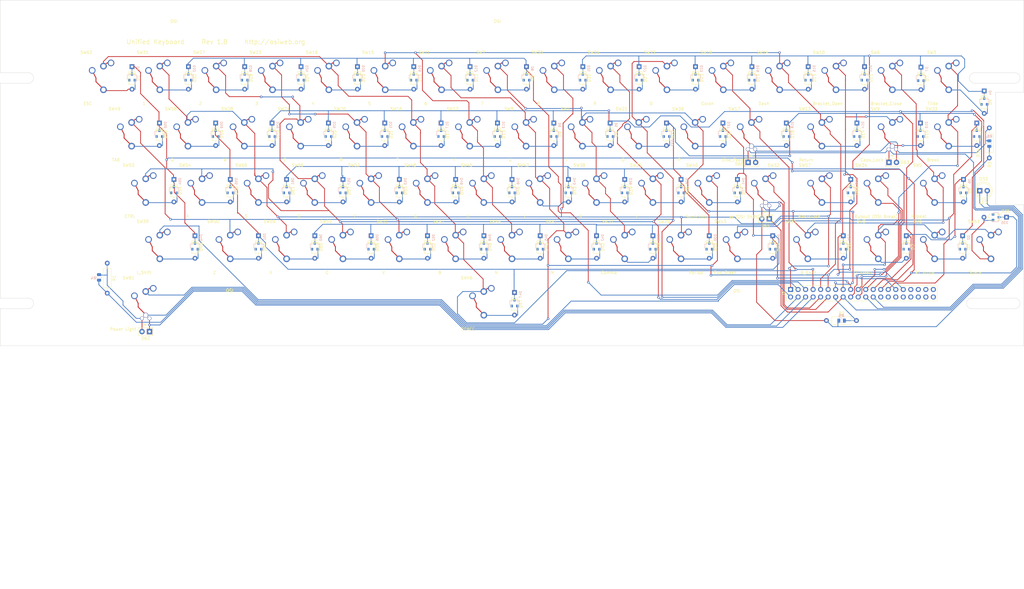
<source format=kicad_pcb>
(kicad_pcb (version 20171130) (host pcbnew "(5.1.6-0-10_14)")
  (title_block (title "Classic Retro Keyboard") (date 2020-06-22) (rev 1.8) (company OSIWeb.org))
  (layers (0 F.Cu signal) (31 B.Cu signal) (34 B.Paste user) (35 F.Paste user) (36 B.SilkS user) (37 F.SilkS user) (38 B.Mask user) (39 F.Mask user) (44 Edge.Cuts user))
  (net 0 "")
  (net 1 /Row3)
  (net 2 /Row0)
  (net 3 /Row1)
  (net 4 "Net-(D5-Pad2)")
  (net 5 "Net-(D7-Pad2)")
  (net 6 "Net-(D8-Pad2)")
  (net 7 "Net-(D9-Pad2)")
  (net 8 "Net-(D10-Pad2)")
  (net 9 "Net-(D11-Pad2)")
  (net 10 "Net-(D12-Pad2)")
  (net 11 "Net-(D13-Pad2)")
  (net 12 "Net-(D14-Pad2)")
  (net 13 "Net-(D15-Pad2)")
  (net 14 "Net-(D16-Pad2)")
  (net 15 "Net-(D18-Pad2)")
  (net 16 "Net-(D19-Pad2)")
  (net 17 "Net-(D20-Pad2)")
  (net 18 "Net-(D22-Pad2)")
  (net 19 "Net-(D23-Pad2)")
  (net 20 "Net-(D24-Pad2)")
  (net 21 "Net-(D25-Pad2)")
  (net 22 "Net-(D26-Pad2)")
  (net 23 "Net-(D27-Pad2)")
  (net 24 "Net-(D28-Pad2)")
  (net 25 "Net-(D29-Pad2)")
  (net 26 "Net-(D30-Pad2)")
  (net 27 "Net-(D31-Pad2)")
  (net 28 "Net-(D32-Pad2)")
  (net 29 "Net-(D34-Pad2)")
  (net 30 "Net-(D36-Pad2)")
  (net 31 /Row4)
  (net 32 /Row5)
  (net 33 /Row7)
  (net 34 "Net-(D41-Pad2)")
  (net 35 "Net-(D42-Pad2)")
  (net 36 "Net-(D43-Pad2)")
  (net 37 "Net-(D45-Pad2)")
  (net 38 "Net-(D46-Pad2)")
  (net 39 "Net-(D47-Pad2)")
  (net 40 "Net-(D48-Pad2)")
  (net 41 "Net-(D49-Pad2)")
  (net 42 "Net-(D50-Pad2)")
  (net 43 "Net-(D51-Pad2)")
  (net 44 "Net-(D52-Pad2)")
  (net 45 "Net-(D53-Pad2)")
  (net 46 "Net-(D54-Pad2)")
  (net 47 "Net-(D55-Pad2)")
  (net 48 "Net-(D56-Pad2)")
  (net 49 "Net-(D57-Pad2)")
  (net 50 "Net-(D58-Pad2)")
  (net 51 "Net-(D59-Pad2)")
  (net 52 "Net-(D60-Pad2)")
  (net 53 "Net-(D61-Pad2)")
  (net 54 /Col0)
  (net 55 /Col1)
  (net 56 /Col2)
  (net 57 /Col3)
  (net 58 /Col4)
  (net 59 /Col5)
  (net 60 /Col6)
  (net 61 /Col7)
  (net 62 /Row6)
  (net 63 /Row2)
  (net 64 "Net-(J1-Pad40)")
  (net 65 "Net-(J1-Pad39)")
  (net 66 "Net-(J1-Pad38)")
  (net 67 "Net-(J1-Pad37)")
  (net 68 "Net-(J1-Pad36)")
  (net 69 "Net-(J1-Pad35)")
  (net 70 "Net-(J1-Pad34)")
  (net 71 "Net-(J1-Pad33)")
  (net 72 "Net-(D2-Pad2)")
  (net 73 "Net-(D3-Pad2)")
  (net 74 "Net-(D4-Pad2)")
  (net 75 "Net-(D6-Pad2)")
  (net 76 "Net-(D17-Pad2)")
  (net 77 "Net-(D21-Pad2)")
  (net 78 "Net-(D37-Pad2)")
  (net 79 "Net-(D38-Pad2)")
  (net 80 "Net-(D39-Pad2)")
  (net 81 "Net-(D40-Pad2)")
  (net 82 "Net-(D44-Pad2)")
  (net 83 "Net-(J1-Pad6)")
  (net 84 "Net-(J1-Pad10)")
  (net 85 "Net-(J1-Pad12)")
  (net 86 "Net-(J1-Pad18)")
  (net 87 "Net-(J1-Pad20)")
  (net 88 "Net-(J1-Pad26)")
  (net 89 "Net-(J1-Pad28)")
  (net 90 "Net-(J1-Pad30)")
  (net 91 "Net-(J1-Pad32)")
  (net 92 "Net-(J1-Pad2)")
  (net 93 "Net-(J1-Pad4)")
  (net 94 "Net-(D1-Pad2)")
  (net 95 "Net-(D35-Pad2)")
  (net 96 "Net-(D33-Pad2)")
  (net 97 "Net-(D33-Pad1)")
  (net 98 "Net-(J1-Pad22)")
  (net 99 "Net-(J1-Pad14)")
  (net 100 "Net-(D62-Pad2)")
  (net 101 "Net-(D62-Pad1)")
  (net 102 "Net-(D63-Pad2)")
  (net 103 "Net-(D63-Pad1)")
  (module unikbd:Key_MX (layer F.Cu) (at 354.32238 89.79916)
    (fp_text reference SW3 (at -5.7912 -8.6106) (layer F.SilkS))
    (fp_text value Tilde (at -5.334 8.6614) (layer F.SilkS))
    (fp_line (start -3.81 -2.54) (end -2.54 0) (layer F.Cu) (width 0.3048))
    (fp_line (start -2.54 0) (end -2.54 1.27) (layer F.Cu) (width 0.3048))
    (fp_line (start -2.54 1.27) (end 0 3.81) (layer F.Cu) (width 0.3048))
    (fp_line (start 1.651 -5.08) (end 1.27 -5.08) (layer F.Cu) (width 0.3048))
    (fp_line (start 1.27 -5.08) (end 0.7366 -4.6736) (layer F.Cu) (width 0.3048))
    (pad 2 thru_hole circle (at 0 4.0005) (size 2.2352 2.2352) (drill 1.397) (layers *.Cu *.Mask) (net 74 "Net-(D4-Pad2)"))
    (pad 1 thru_hole circle (at 0 -4.0005) (size 2.2352 2.2352) (drill 1.397) (layers *.Cu *.Mask) (net 54 /Col0))
    (pad 3 thru_hole circle (at 2.54 -5.08) (size 2.2352 2.2352) (drill 1.5748) (layers *.Cu *.Mask))
    (pad "" np_thru_hole circle (at -5.08 0) (size 1.7018 1.7018) (drill 1.7018) (layers *.Cu *.Mask))
    (pad "" np_thru_hole circle (at 5.08 0) (size 1.7018 1.7018) (drill 1.7018) (layers *.Cu *.Mask))
    (pad "" np_thru_hole circle (at 0 0) (size 3.9878 3.9878) (drill 3.9878) (layers *.Cu *.Mask))
    (pad 4 thru_hole circle (at -3.81 -2.54) (size 2.2352 2.2352) (drill 1.5748) (layers *.Cu *.Mask))
  )
  (module unikbd:Key_MX (layer F.Cu) (at 87.62238 146.94916)
    (fp_text reference SW39 (at -5.7912 -8.6106) (layer F.SilkS))
    (fp_text value L_Shift (at -5.334 8.6614) (layer F.SilkS))
    (fp_line (start -3.81 -2.54) (end -2.54 0) (layer F.Cu) (width 0.3048))
    (fp_line (start -2.54 0) (end -2.54 1.27) (layer F.Cu) (width 0.3048))
    (fp_line (start -2.54 1.27) (end 0 3.81) (layer F.Cu) (width 0.3048))
    (fp_line (start 1.651 -5.08) (end 1.27 -5.08) (layer F.Cu) (width 0.3048))
    (fp_line (start 1.27 -5.08) (end 0.7366 -4.6736) (layer F.Cu) (width 0.3048))
    (pad 2 thru_hole circle (at 0 4.0005) (size 2.2352 2.2352) (drill 1.397) (layers *.Cu *.Mask) (net 81 "Net-(D40-Pad2)"))
    (pad 1 thru_hole circle (at 0 -4.0005) (size 2.2352 2.2352) (drill 1.397) (layers *.Cu *.Mask) (net 56 /Col2))
    (pad 3 thru_hole circle (at 2.54 -5.08) (size 2.2352 2.2352) (drill 1.5748) (layers *.Cu *.Mask))
    (pad "" np_thru_hole circle (at -5.08 0) (size 1.7018 1.7018) (drill 1.7018) (layers *.Cu *.Mask))
    (pad "" np_thru_hole circle (at 5.08 0) (size 1.7018 1.7018) (drill 1.7018) (layers *.Cu *.Mask))
    (pad "" np_thru_hole circle (at 0 0) (size 3.9878 3.9878) (drill 3.9878) (layers *.Cu *.Mask))
    (pad 4 thru_hole circle (at -3.81 -2.54) (size 2.2352 2.2352) (drill 1.5748) (layers *.Cu *.Mask))
  )
  (module unikbd:Key_MX (layer F.Cu) (at 273.35988 127.89916)
    (fp_text reference SW40 (at -5.7912 -8.6106) (layer F.SilkS))
    (fp_text value Semicolon (at -4.13258 8.87984) (layer F.SilkS))
    (fp_line (start -3.81 -2.54) (end -2.54 0) (layer F.Cu) (width 0.3048))
    (fp_line (start -2.54 0) (end -2.54 1.27) (layer F.Cu) (width 0.3048))
    (fp_line (start -2.54 1.27) (end 0 3.81) (layer F.Cu) (width 0.3048))
    (fp_line (start 1.651 -5.08) (end 1.27 -5.08) (layer F.Cu) (width 0.3048))
    (fp_line (start 1.27 -5.08) (end 0.7366 -4.6736) (layer F.Cu) (width 0.3048))
    (pad 2 thru_hole circle (at 0 4.0005) (size 2.2352 2.2352) (drill 1.397) (layers *.Cu *.Mask) (net 34 "Net-(D41-Pad2)"))
    (pad 1 thru_hole circle (at 0 -4.0005) (size 2.2352 2.2352) (drill 1.397) (layers *.Cu *.Mask) (net 56 /Col2))
    (pad 3 thru_hole circle (at 2.54 -5.08) (size 2.2352 2.2352) (drill 1.5748) (layers *.Cu *.Mask))
    (pad "" np_thru_hole circle (at -5.08 0) (size 1.7018 1.7018) (drill 1.7018) (layers *.Cu *.Mask))
    (pad "" np_thru_hole circle (at 5.08 0) (size 1.7018 1.7018) (drill 1.7018) (layers *.Cu *.Mask))
    (pad "" np_thru_hole circle (at 0 0) (size 3.9878 3.9878) (drill 3.9878) (layers *.Cu *.Mask))
    (pad 4 thru_hole circle (at -3.81 -2.54) (size 2.2352 2.2352) (drill 1.5748) (layers *.Cu *.Mask))
  )
  (module unikbd:Key_MX (layer F.Cu) (at 368.60988 146.94916)
    (fp_text reference SW63 (at -5.7912 -8.6106) (layer F.SilkS))
    (fp_text value Spare (at -5.334 8.6614) (layer F.SilkS))
    (fp_line (start -3.81 -2.54) (end -2.54 0) (layer F.Cu) (width 0.3048))
    (fp_line (start -2.54 0) (end -2.54 1.27) (layer F.Cu) (width 0.3048))
    (fp_line (start -2.54 1.27) (end 0 3.81) (layer F.Cu) (width 0.3048))
    (fp_line (start 1.651 -5.08) (end 1.27 -5.08) (layer F.Cu) (width 0.3048))
    (fp_line (start 1.27 -5.08) (end 0.7366 -4.6736) (layer F.Cu) (width 0.3048))
    (pad 2 thru_hole circle (at 0 4.0005) (size 2.2352 2.2352) (drill 1.397) (layers *.Cu *.Mask) (net 95 "Net-(D35-Pad2)"))
    (pad 1 thru_hole circle (at 0 -4.0005) (size 2.2352 2.2352) (drill 1.397) (layers *.Cu *.Mask) (net 54 /Col0))
    (pad 3 thru_hole circle (at 2.54 -5.08) (size 2.2352 2.2352) (drill 1.5748) (layers *.Cu *.Mask))
    (pad "" np_thru_hole circle (at -5.08 0) (size 1.7018 1.7018) (drill 1.7018) (layers *.Cu *.Mask))
    (pad "" np_thru_hole circle (at 5.08 0) (size 1.7018 1.7018) (drill 1.7018) (layers *.Cu *.Mask))
    (pad "" np_thru_hole circle (at 0 0) (size 3.9878 3.9878) (drill 3.9878) (layers *.Cu *.Mask))
    (pad 4 thru_hole circle (at -3.81 -2.54) (size 2.2352 2.2352) (drill 1.5748) (layers *.Cu *.Mask))
  )
  (module unikbd:Key_MX (layer F.Cu) (at 68.57238 89.79916)
    (fp_text reference SW62 (at -5.7912 -8.6106) (layer F.SilkS))
    (fp_text value ESC (at -5.334 8.6614) (layer F.SilkS))
    (fp_line (start -3.81 -2.54) (end -2.54 0) (layer F.Cu) (width 0.3048))
    (fp_line (start -2.54 0) (end -2.54 1.27) (layer F.Cu) (width 0.3048))
    (fp_line (start -2.54 1.27) (end 0 3.81) (layer F.Cu) (width 0.3048))
    (fp_line (start 1.651 -5.08) (end 1.27 -5.08) (layer F.Cu) (width 0.3048))
    (fp_line (start 1.27 -5.08) (end 0.7366 -4.6736) (layer F.Cu) (width 0.3048))
    (pad 2 thru_hole circle (at 0 4.0005) (size 2.2352 2.2352) (drill 1.397) (layers *.Cu *.Mask) (net 94 "Net-(D1-Pad2)"))
    (pad 1 thru_hole circle (at 0 -4.0005) (size 2.2352 2.2352) (drill 1.397) (layers *.Cu *.Mask) (net 58 /Col4))
    (pad 3 thru_hole circle (at 2.54 -5.08) (size 2.2352 2.2352) (drill 1.5748) (layers *.Cu *.Mask))
    (pad "" np_thru_hole circle (at -5.08 0) (size 1.7018 1.7018) (drill 1.7018) (layers *.Cu *.Mask))
    (pad "" np_thru_hole circle (at 5.08 0) (size 1.7018 1.7018) (drill 1.7018) (layers *.Cu *.Mask))
    (pad "" np_thru_hole circle (at 0 0) (size 3.9878 3.9878) (drill 3.9878) (layers *.Cu *.Mask))
    (pad 4 thru_hole circle (at -3.81 -2.54) (size 2.2352 2.2352) (drill 1.5748) (layers *.Cu *.Mask))
  )
  (module unikbd:Key_MX (layer F.Cu) (at 244.78488 146.94916)
    (fp_text reference SW37 (at -5.7912 -8.6106) (layer F.SilkS))
    (fp_text value Comma (at -5.334 8.6614) (layer F.SilkS))
    (fp_line (start -3.81 -2.54) (end -2.54 0) (layer F.Cu) (width 0.3048))
    (fp_line (start -2.54 0) (end -2.54 1.27) (layer F.Cu) (width 0.3048))
    (fp_line (start -2.54 1.27) (end 0 3.81) (layer F.Cu) (width 0.3048))
    (fp_line (start 1.651 -5.08) (end 1.27 -5.08) (layer F.Cu) (width 0.3048))
    (fp_line (start 1.27 -5.08) (end 0.7366 -4.6736) (layer F.Cu) (width 0.3048))
    (pad 2 thru_hole circle (at 0 4.0005) (size 2.2352 2.2352) (drill 1.397) (layers *.Cu *.Mask) (net 79 "Net-(D38-Pad2)"))
    (pad 1 thru_hole circle (at 0 -4.0005) (size 2.2352 2.2352) (drill 1.397) (layers *.Cu *.Mask) (net 55 /Col1))
    (pad 3 thru_hole circle (at 2.54 -5.08) (size 2.2352 2.2352) (drill 1.5748) (layers *.Cu *.Mask))
    (pad "" np_thru_hole circle (at -5.08 0) (size 1.7018 1.7018) (drill 1.7018) (layers *.Cu *.Mask))
    (pad "" np_thru_hole circle (at 5.08 0) (size 1.7018 1.7018) (drill 1.7018) (layers *.Cu *.Mask))
    (pad "" np_thru_hole circle (at 0 0) (size 3.9878 3.9878) (drill 3.9878) (layers *.Cu *.Mask))
    (pad 4 thru_hole circle (at -3.81 -2.54) (size 2.2352 2.2352) (drill 1.5748) (layers *.Cu *.Mask))
  )
  (module unikbd:Key_MX (layer F.Cu) (at 87.62238 89.79916)
    (fp_text reference SW31 (at -5.7912 -8.6106) (layer F.SilkS))
    (fp_text value 1 (at -5.334 8.6614) (layer F.SilkS))
    (fp_line (start -3.81 -2.54) (end -2.54 0) (layer F.Cu) (width 0.3048))
    (fp_line (start -2.54 0) (end -2.54 1.27) (layer F.Cu) (width 0.3048))
    (fp_line (start -2.54 1.27) (end 0 3.81) (layer F.Cu) (width 0.3048))
    (fp_line (start 1.651 -5.08) (end 1.27 -5.08) (layer F.Cu) (width 0.3048))
    (fp_line (start 1.27 -5.08) (end 0.7366 -4.6736) (layer F.Cu) (width 0.3048))
    (pad 2 thru_hole circle (at 0 4.0005) (size 2.2352 2.2352) (drill 1.397) (layers *.Cu *.Mask) (net 28 "Net-(D32-Pad2)"))
    (pad 1 thru_hole circle (at 0 -4.0005) (size 2.2352 2.2352) (drill 1.397) (layers *.Cu *.Mask) (net 61 /Col7))
    (pad 3 thru_hole circle (at 2.54 -5.08) (size 2.2352 2.2352) (drill 1.5748) (layers *.Cu *.Mask))
    (pad "" np_thru_hole circle (at -5.08 0) (size 1.7018 1.7018) (drill 1.7018) (layers *.Cu *.Mask))
    (pad "" np_thru_hole circle (at 5.08 0) (size 1.7018 1.7018) (drill 1.7018) (layers *.Cu *.Mask))
    (pad "" np_thru_hole circle (at 0 0) (size 3.9878 3.9878) (drill 3.9878) (layers *.Cu *.Mask))
    (pad 4 thru_hole circle (at -3.81 -2.54) (size 2.2352 2.2352) (drill 1.5748) (layers *.Cu *.Mask))
  )
  (module unikbd:Key_MX (layer F.Cu) (at 220.97238 89.79916)
    (fp_text reference SW30 (at -5.7912 -8.6106) (layer F.SilkS))
    (fp_text value 8 (at -5.334 8.6614) (layer F.SilkS))
    (fp_line (start -3.81 -2.54) (end -2.54 0) (layer F.Cu) (width 0.3048))
    (fp_line (start -2.54 0) (end -2.54 1.27) (layer F.Cu) (width 0.3048))
    (fp_line (start -2.54 1.27) (end 0 3.81) (layer F.Cu) (width 0.3048))
    (fp_line (start 1.651 -5.08) (end 1.27 -5.08) (layer F.Cu) (width 0.3048))
    (fp_line (start 1.27 -5.08) (end 0.7366 -4.6736) (layer F.Cu) (width 0.3048))
    (pad 2 thru_hole circle (at 0 4.0005) (size 2.2352 2.2352) (drill 1.397) (layers *.Cu *.Mask) (net 27 "Net-(D31-Pad2)"))
    (pad 1 thru_hole circle (at 0 -4.0005) (size 2.2352 2.2352) (drill 1.397) (layers *.Cu *.Mask) (net 61 /Col7))
    (pad 3 thru_hole circle (at 2.54 -5.08) (size 2.2352 2.2352) (drill 1.5748) (layers *.Cu *.Mask))
    (pad "" np_thru_hole circle (at -5.08 0) (size 1.7018 1.7018) (drill 1.7018) (layers *.Cu *.Mask))
    (pad "" np_thru_hole circle (at 5.08 0) (size 1.7018 1.7018) (drill 1.7018) (layers *.Cu *.Mask))
    (pad "" np_thru_hole circle (at 0 0) (size 3.9878 3.9878) (drill 3.9878) (layers *.Cu *.Mask))
    (pad 4 thru_hole circle (at -3.81 -2.54) (size 2.2352 2.2352) (drill 1.5748) (layers *.Cu *.Mask))
  )
  (module unikbd:Key_MX (layer F.Cu) (at 263.83488 146.94916)
    (fp_text reference SW29 (at -5.7912 -8.6106) (layer F.SilkS))
    (fp_text value Period (at 5.07492 8.68934) (layer F.SilkS))
    (fp_line (start -3.81 -2.54) (end -2.54 0) (layer F.Cu) (width 0.3048))
    (fp_line (start -2.54 0) (end -2.54 1.27) (layer F.Cu) (width 0.3048))
    (fp_line (start -2.54 1.27) (end 0 3.81) (layer F.Cu) (width 0.3048))
    (fp_line (start 1.651 -5.08) (end 1.27 -5.08) (layer F.Cu) (width 0.3048))
    (fp_line (start 1.27 -5.08) (end 0.7366 -4.6736) (layer F.Cu) (width 0.3048))
    (pad 2 thru_hole circle (at 0 4.0005) (size 2.2352 2.2352) (drill 1.397) (layers *.Cu *.Mask) (net 26 "Net-(D30-Pad2)"))
    (pad 1 thru_hole circle (at 0 -4.0005) (size 2.2352 2.2352) (drill 1.397) (layers *.Cu *.Mask) (net 61 /Col7))
    (pad 3 thru_hole circle (at 2.54 -5.08) (size 2.2352 2.2352) (drill 1.5748) (layers *.Cu *.Mask))
    (pad "" np_thru_hole circle (at -5.08 0) (size 1.7018 1.7018) (drill 1.7018) (layers *.Cu *.Mask))
    (pad "" np_thru_hole circle (at 5.08 0) (size 1.7018 1.7018) (drill 1.7018) (layers *.Cu *.Mask))
    (pad "" np_thru_hole circle (at 0 0) (size 3.9878 3.9878) (drill 3.9878) (layers *.Cu *.Mask))
    (pad 4 thru_hole circle (at -3.81 -2.54) (size 2.2352 2.2352) (drill 1.5748) (layers *.Cu *.Mask))
  )
  (module unikbd:Key_MX (layer F.Cu) (at 116.19738 108.84916)
    (fp_text reference SW28 (at -5.7912 -8.6106) (layer F.SilkS))
    (fp_text value W (at -6.50748 8.62584) (layer F.SilkS))
    (fp_line (start -3.81 -2.54) (end -2.54 0) (layer F.Cu) (width 0.3048))
    (fp_line (start -2.54 0) (end -2.54 1.27) (layer F.Cu) (width 0.3048))
    (fp_line (start -2.54 1.27) (end 0 3.81) (layer F.Cu) (width 0.3048))
    (fp_line (start 1.651 -5.08) (end 1.27 -5.08) (layer F.Cu) (width 0.3048))
    (fp_line (start 1.27 -5.08) (end 0.7366 -4.6736) (layer F.Cu) (width 0.3048))
    (pad 2 thru_hole circle (at 0 4.0005) (size 2.2352 2.2352) (drill 1.397) (layers *.Cu *.Mask) (net 25 "Net-(D29-Pad2)"))
    (pad 1 thru_hole circle (at 0 -4.0005) (size 2.2352 2.2352) (drill 1.397) (layers *.Cu *.Mask) (net 61 /Col7))
    (pad 3 thru_hole circle (at 2.54 -5.08) (size 2.2352 2.2352) (drill 1.5748) (layers *.Cu *.Mask))
    (pad "" np_thru_hole circle (at -5.08 0) (size 1.7018 1.7018) (drill 1.7018) (layers *.Cu *.Mask))
    (pad "" np_thru_hole circle (at 5.08 0) (size 1.7018 1.7018) (drill 1.7018) (layers *.Cu *.Mask))
    (pad "" np_thru_hole circle (at 0 0) (size 3.9878 3.9878) (drill 3.9878) (layers *.Cu *.Mask))
    (pad 4 thru_hole circle (at -3.81 -2.54) (size 2.2352 2.2352) (drill 1.5748) (layers *.Cu *.Mask))
  )
  (module unikbd:Key_MX (layer F.Cu) (at 106.67238 89.79916)
    (fp_text reference SW27 (at -5.7912 -8.6106) (layer F.SilkS))
    (fp_text value 2 (at -5.334 8.6614) (layer F.SilkS))
    (fp_line (start -3.81 -2.54) (end -2.54 0) (layer F.Cu) (width 0.3048))
    (fp_line (start -2.54 0) (end -2.54 1.27) (layer F.Cu) (width 0.3048))
    (fp_line (start -2.54 1.27) (end 0 3.81) (layer F.Cu) (width 0.3048))
    (fp_line (start 1.651 -5.08) (end 1.27 -5.08) (layer F.Cu) (width 0.3048))
    (fp_line (start 1.27 -5.08) (end 0.7366 -4.6736) (layer F.Cu) (width 0.3048))
    (pad 2 thru_hole circle (at 0 4.0005) (size 2.2352 2.2352) (drill 1.397) (layers *.Cu *.Mask) (net 24 "Net-(D28-Pad2)"))
    (pad 1 thru_hole circle (at 0 -4.0005) (size 2.2352 2.2352) (drill 1.397) (layers *.Cu *.Mask) (net 60 /Col6))
    (pad 3 thru_hole circle (at 2.54 -5.08) (size 2.2352 2.2352) (drill 1.5748) (layers *.Cu *.Mask))
    (pad "" np_thru_hole circle (at -5.08 0) (size 1.7018 1.7018) (drill 1.7018) (layers *.Cu *.Mask))
    (pad "" np_thru_hole circle (at 5.08 0) (size 1.7018 1.7018) (drill 1.7018) (layers *.Cu *.Mask))
    (pad "" np_thru_hole circle (at 0 0) (size 3.9878 3.9878) (drill 3.9878) (layers *.Cu *.Mask))
    (pad 4 thru_hole circle (at -3.81 -2.54) (size 2.2352 2.2352) (drill 1.5748) (layers *.Cu *.Mask))
  )
  (module unikbd:Key_MX (layer F.Cu) (at 240.02238 89.79916)
    (fp_text reference SW26 (at -5.7912 -8.6106) (layer F.SilkS))
    (fp_text value 9 (at -5.334 8.6614) (layer F.SilkS))
    (fp_line (start -3.81 -2.54) (end -2.54 0) (layer F.Cu) (width 0.3048))
    (fp_line (start -2.54 0) (end -2.54 1.27) (layer F.Cu) (width 0.3048))
    (fp_line (start -2.54 1.27) (end 0 3.81) (layer F.Cu) (width 0.3048))
    (fp_line (start 1.651 -5.08) (end 1.27 -5.08) (layer F.Cu) (width 0.3048))
    (fp_line (start 1.27 -5.08) (end 0.7366 -4.6736) (layer F.Cu) (width 0.3048))
    (pad 2 thru_hole circle (at 0 4.0005) (size 2.2352 2.2352) (drill 1.397) (layers *.Cu *.Mask) (net 23 "Net-(D27-Pad2)"))
    (pad 1 thru_hole circle (at 0 -4.0005) (size 2.2352 2.2352) (drill 1.397) (layers *.Cu *.Mask) (net 60 /Col6))
    (pad 3 thru_hole circle (at 2.54 -5.08) (size 2.2352 2.2352) (drill 1.5748) (layers *.Cu *.Mask))
    (pad "" np_thru_hole circle (at -5.08 0) (size 1.7018 1.7018) (drill 1.7018) (layers *.Cu *.Mask))
    (pad "" np_thru_hole circle (at 5.08 0) (size 1.7018 1.7018) (drill 1.7018) (layers *.Cu *.Mask))
    (pad "" np_thru_hole circle (at 0 0) (size 3.9878 3.9878) (drill 3.9878) (layers *.Cu *.Mask))
    (pad 4 thru_hole circle (at -3.81 -2.54) (size 2.2352 2.2352) (drill 1.5748) (layers *.Cu *.Mask))
  )
  (module unikbd:Key_MX (layer F.Cu) (at 254.30988 127.89916)
    (fp_text reference SW25 (at -5.7912 -8.6106) (layer F.SilkS))
    (fp_text value L (at -5.334 8.6614) (layer F.SilkS))
    (fp_line (start -3.81 -2.54) (end -2.54 0) (layer F.Cu) (width 0.3048))
    (fp_line (start -2.54 0) (end -2.54 1.27) (layer F.Cu) (width 0.3048))
    (fp_line (start -2.54 1.27) (end 0 3.81) (layer F.Cu) (width 0.3048))
    (fp_line (start 1.651 -5.08) (end 1.27 -5.08) (layer F.Cu) (width 0.3048))
    (fp_line (start 1.27 -5.08) (end 0.7366 -4.6736) (layer F.Cu) (width 0.3048))
    (pad 2 thru_hole circle (at 0 4.0005) (size 2.2352 2.2352) (drill 1.397) (layers *.Cu *.Mask) (net 22 "Net-(D26-Pad2)"))
    (pad 1 thru_hole circle (at 0 -4.0005) (size 2.2352 2.2352) (drill 1.397) (layers *.Cu *.Mask) (net 60 /Col6))
    (pad 3 thru_hole circle (at 2.54 -5.08) (size 2.2352 2.2352) (drill 1.5748) (layers *.Cu *.Mask))
    (pad "" np_thru_hole circle (at -5.08 0) (size 1.7018 1.7018) (drill 1.7018) (layers *.Cu *.Mask))
    (pad "" np_thru_hole circle (at 5.08 0) (size 1.7018 1.7018) (drill 1.7018) (layers *.Cu *.Mask))
    (pad "" np_thru_hole circle (at 0 0) (size 3.9878 3.9878) (drill 3.9878) (layers *.Cu *.Mask))
    (pad 4 thru_hole circle (at -3.81 -2.54) (size 2.2352 2.2352) (drill 1.5748) (layers *.Cu *.Mask))
  )
  (module unikbd:Key_MX (layer F.Cu) (at 135.24738 108.84916)
    (fp_text reference SW24 (at -5.7912 -8.6106) (layer F.SilkS))
    (fp_text value E (at -5.334 8.6614) (layer F.SilkS))
    (fp_line (start -3.81 -2.54) (end -2.54 0) (layer F.Cu) (width 0.3048))
    (fp_line (start -2.54 0) (end -2.54 1.27) (layer F.Cu) (width 0.3048))
    (fp_line (start -2.54 1.27) (end 0 3.81) (layer F.Cu) (width 0.3048))
    (fp_line (start 1.651 -5.08) (end 1.27 -5.08) (layer F.Cu) (width 0.3048))
    (fp_line (start 1.27 -5.08) (end 0.7366 -4.6736) (layer F.Cu) (width 0.3048))
    (pad 2 thru_hole circle (at 0 4.0005) (size 2.2352 2.2352) (drill 1.397) (layers *.Cu *.Mask) (net 21 "Net-(D25-Pad2)"))
    (pad 1 thru_hole circle (at 0 -4.0005) (size 2.2352 2.2352) (drill 1.397) (layers *.Cu *.Mask) (net 60 /Col6))
    (pad 3 thru_hole circle (at 2.54 -5.08) (size 2.2352 2.2352) (drill 1.5748) (layers *.Cu *.Mask))
    (pad "" np_thru_hole circle (at -5.08 0) (size 1.7018 1.7018) (drill 1.7018) (layers *.Cu *.Mask))
    (pad "" np_thru_hole circle (at 5.08 0) (size 1.7018 1.7018) (drill 1.7018) (layers *.Cu *.Mask))
    (pad "" np_thru_hole circle (at 0 0) (size 3.9878 3.9878) (drill 3.9878) (layers *.Cu *.Mask))
    (pad 4 thru_hole circle (at -3.81 -2.54) (size 2.2352 2.2352) (drill 1.5748) (layers *.Cu *.Mask))
  )
  (module unikbd:Key_MX (layer F.Cu) (at 125.72238 89.79916)
    (fp_text reference SW23 (at -5.7912 -8.6106) (layer F.SilkS))
    (fp_text value 3 (at -5.334 8.6614) (layer F.SilkS))
    (fp_line (start -3.81 -2.54) (end -2.54 0) (layer F.Cu) (width 0.3048))
    (fp_line (start -2.54 0) (end -2.54 1.27) (layer F.Cu) (width 0.3048))
    (fp_line (start -2.54 1.27) (end 0 3.81) (layer F.Cu) (width 0.3048))
    (fp_line (start 1.651 -5.08) (end 1.27 -5.08) (layer F.Cu) (width 0.3048))
    (fp_line (start 1.27 -5.08) (end 0.7366 -4.6736) (layer F.Cu) (width 0.3048))
    (pad 2 thru_hole circle (at 0 4.0005) (size 2.2352 2.2352) (drill 1.397) (layers *.Cu *.Mask) (net 20 "Net-(D24-Pad2)"))
    (pad 1 thru_hole circle (at 0 -4.0005) (size 2.2352 2.2352) (drill 1.397) (layers *.Cu *.Mask) (net 59 /Col5))
    (pad 3 thru_hole circle (at 2.54 -5.08) (size 2.2352 2.2352) (drill 1.5748) (layers *.Cu *.Mask))
    (pad "" np_thru_hole circle (at -5.08 0) (size 1.7018 1.7018) (drill 1.7018) (layers *.Cu *.Mask))
    (pad "" np_thru_hole circle (at 5.08 0) (size 1.7018 1.7018) (drill 1.7018) (layers *.Cu *.Mask))
    (pad "" np_thru_hole circle (at 0 0) (size 3.9878 3.9878) (drill 3.9878) (layers *.Cu *.Mask))
    (pad 4 thru_hole circle (at -3.81 -2.54) (size 2.2352 2.2352) (drill 1.5748) (layers *.Cu *.Mask))
  )
  (module unikbd:Key_MX (layer F.Cu) (at 259.07238 89.79916)
    (fp_text reference SW22 (at -5.7912 -8.6106) (layer F.SilkS))
    (fp_text value 0 (at -5.334 8.6614) (layer F.SilkS))
    (fp_line (start -3.81 -2.54) (end -2.54 0) (layer F.Cu) (width 0.3048))
    (fp_line (start -2.54 0) (end -2.54 1.27) (layer F.Cu) (width 0.3048))
    (fp_line (start -2.54 1.27) (end 0 3.81) (layer F.Cu) (width 0.3048))
    (fp_line (start 1.651 -5.08) (end 1.27 -5.08) (layer F.Cu) (width 0.3048))
    (fp_line (start 1.27 -5.08) (end 0.7366 -4.6736) (layer F.Cu) (width 0.3048))
    (pad 2 thru_hole circle (at 0 4.0005) (size 2.2352 2.2352) (drill 1.397) (layers *.Cu *.Mask) (net 19 "Net-(D23-Pad2)"))
    (pad 1 thru_hole circle (at 0 -4.0005) (size 2.2352 2.2352) (drill 1.397) (layers *.Cu *.Mask) (net 59 /Col5))
    (pad 3 thru_hole circle (at 2.54 -5.08) (size 2.2352 2.2352) (drill 1.5748) (layers *.Cu *.Mask))
    (pad "" np_thru_hole circle (at -5.08 0) (size 1.7018 1.7018) (drill 1.7018) (layers *.Cu *.Mask))
    (pad "" np_thru_hole circle (at 5.08 0) (size 1.7018 1.7018) (drill 1.7018) (layers *.Cu *.Mask))
    (pad "" np_thru_hole circle (at 0 0) (size 3.9878 3.9878) (drill 3.9878) (layers *.Cu *.Mask))
    (pad 4 thru_hole circle (at -3.81 -2.54) (size 2.2352 2.2352) (drill 1.5748) (layers *.Cu *.Mask))
  )
  (module unikbd:Key_MX (layer F.Cu) (at 249.54738 108.84916)
    (fp_text reference SW21 (at -5.7912 -8.6106) (layer F.SilkS))
    (fp_text value O (at -5.334 8.6614) (layer F.SilkS))
    (fp_line (start -3.81 -2.54) (end -2.54 0) (layer F.Cu) (width 0.3048))
    (fp_line (start -2.54 0) (end -2.54 1.27) (layer F.Cu) (width 0.3048))
    (fp_line (start -2.54 1.27) (end 0 3.81) (layer F.Cu) (width 0.3048))
    (fp_line (start 1.651 -5.08) (end 1.27 -5.08) (layer F.Cu) (width 0.3048))
    (fp_line (start 1.27 -5.08) (end 0.7366 -4.6736) (layer F.Cu) (width 0.3048))
    (pad 2 thru_hole circle (at 0 4.0005) (size 2.2352 2.2352) (drill 1.397) (layers *.Cu *.Mask) (net 18 "Net-(D22-Pad2)"))
    (pad 1 thru_hole circle (at 0 -4.0005) (size 2.2352 2.2352) (drill 1.397) (layers *.Cu *.Mask) (net 59 /Col5))
    (pad 3 thru_hole circle (at 2.54 -5.08) (size 2.2352 2.2352) (drill 1.5748) (layers *.Cu *.Mask))
    (pad "" np_thru_hole circle (at -5.08 0) (size 1.7018 1.7018) (drill 1.7018) (layers *.Cu *.Mask))
    (pad "" np_thru_hole circle (at 5.08 0) (size 1.7018 1.7018) (drill 1.7018) (layers *.Cu *.Mask))
    (pad "" np_thru_hole circle (at 0 0) (size 3.9878 3.9878) (drill 3.9878) (layers *.Cu *.Mask))
    (pad 4 thru_hole circle (at -3.81 -2.54) (size 2.2352 2.2352) (drill 1.5748) (layers *.Cu *.Mask))
  )
  (module unikbd:Key_MX (layer F.Cu) (at 154.29738 108.84916)
    (fp_text reference SW20 (at -5.7912 -8.6106) (layer F.SilkS))
    (fp_text value R (at -5.334 8.6614) (layer F.SilkS))
    (fp_line (start -3.81 -2.54) (end -2.54 0) (layer F.Cu) (width 0.3048))
    (fp_line (start -2.54 0) (end -2.54 1.27) (layer F.Cu) (width 0.3048))
    (fp_line (start -2.54 1.27) (end 0 3.81) (layer F.Cu) (width 0.3048))
    (fp_line (start 1.651 -5.08) (end 1.27 -5.08) (layer F.Cu) (width 0.3048))
    (fp_line (start 1.27 -5.08) (end 0.7366 -4.6736) (layer F.Cu) (width 0.3048))
    (pad 2 thru_hole circle (at 0 4.0005) (size 2.2352 2.2352) (drill 1.397) (layers *.Cu *.Mask) (net 77 "Net-(D21-Pad2)"))
    (pad 1 thru_hole circle (at 0 -4.0005) (size 2.2352 2.2352) (drill 1.397) (layers *.Cu *.Mask) (net 59 /Col5))
    (pad 3 thru_hole circle (at 2.54 -5.08) (size 2.2352 2.2352) (drill 1.5748) (layers *.Cu *.Mask))
    (pad "" np_thru_hole circle (at -5.08 0) (size 1.7018 1.7018) (drill 1.7018) (layers *.Cu *.Mask))
    (pad "" np_thru_hole circle (at 5.08 0) (size 1.7018 1.7018) (drill 1.7018) (layers *.Cu *.Mask))
    (pad "" np_thru_hole circle (at 0 0) (size 3.9878 3.9878) (drill 3.9878) (layers *.Cu *.Mask))
    (pad 4 thru_hole circle (at -3.81 -2.54) (size 2.2352 2.2352) (drill 1.5748) (layers *.Cu *.Mask))
  )
  (module unikbd:Key_MX (layer F.Cu) (at 144.77238 89.79916)
    (fp_text reference SW19 (at -5.7912 -8.6106) (layer F.SilkS))
    (fp_text value 4 (at -5.334 8.6614) (layer F.SilkS))
    (fp_line (start -3.81 -2.54) (end -2.54 0) (layer F.Cu) (width 0.3048))
    (fp_line (start -2.54 0) (end -2.54 1.27) (layer F.Cu) (width 0.3048))
    (fp_line (start -2.54 1.27) (end 0 3.81) (layer F.Cu) (width 0.3048))
    (fp_line (start 1.651 -5.08) (end 1.27 -5.08) (layer F.Cu) (width 0.3048))
    (fp_line (start 1.27 -5.08) (end 0.7366 -4.6736) (layer F.Cu) (width 0.3048))
    (pad 2 thru_hole circle (at 0 4.0005) (size 2.2352 2.2352) (drill 1.397) (layers *.Cu *.Mask) (net 17 "Net-(D20-Pad2)"))
    (pad 1 thru_hole circle (at 0 -4.0005) (size 2.2352 2.2352) (drill 1.397) (layers *.Cu *.Mask) (net 58 /Col4))
    (pad 3 thru_hole circle (at 2.54 -5.08) (size 2.2352 2.2352) (drill 1.5748) (layers *.Cu *.Mask))
    (pad "" np_thru_hole circle (at -5.08 0) (size 1.7018 1.7018) (drill 1.7018) (layers *.Cu *.Mask))
    (pad "" np_thru_hole circle (at 5.08 0) (size 1.7018 1.7018) (drill 1.7018) (layers *.Cu *.Mask))
    (pad "" np_thru_hole circle (at 0 0) (size 3.9878 3.9878) (drill 3.9878) (layers *.Cu *.Mask))
    (pad 4 thru_hole circle (at -3.81 -2.54) (size 2.2352 2.2352) (drill 1.5748) (layers *.Cu *.Mask))
  )
  (module unikbd:Key_MX (layer F.Cu) (at 278.12238 89.79916)
    (fp_text reference SW18 (at -5.7912 -8.6106) (layer F.SilkS))
    (fp_text value Colon (at -5.334 8.6614) (layer F.SilkS))
    (fp_line (start -3.81 -2.54) (end -2.54 0) (layer F.Cu) (width 0.3048))
    (fp_line (start -2.54 0) (end -2.54 1.27) (layer F.Cu) (width 0.3048))
    (fp_line (start -2.54 1.27) (end 0 3.81) (layer F.Cu) (width 0.3048))
    (fp_line (start 1.651 -5.08) (end 1.27 -5.08) (layer F.Cu) (width 0.3048))
    (fp_line (start 1.27 -5.08) (end 0.7366 -4.6736) (layer F.Cu) (width 0.3048))
    (pad 2 thru_hole circle (at 0 4.0005) (size 2.2352 2.2352) (drill 1.397) (layers *.Cu *.Mask) (net 16 "Net-(D19-Pad2)"))
    (pad 1 thru_hole circle (at 0 -4.0005) (size 2.2352 2.2352) (drill 1.397) (layers *.Cu *.Mask) (net 58 /Col4))
    (pad 3 thru_hole circle (at 2.54 -5.08) (size 2.2352 2.2352) (drill 1.5748) (layers *.Cu *.Mask))
    (pad "" np_thru_hole circle (at -5.08 0) (size 1.7018 1.7018) (drill 1.7018) (layers *.Cu *.Mask))
    (pad "" np_thru_hole circle (at 5.08 0) (size 1.7018 1.7018) (drill 1.7018) (layers *.Cu *.Mask))
    (pad "" np_thru_hole circle (at 0 0) (size 3.9878 3.9878) (drill 3.9878) (layers *.Cu *.Mask))
    (pad 4 thru_hole circle (at -3.81 -2.54) (size 2.2352 2.2352) (drill 1.5748) (layers *.Cu *.Mask))
  )
  (module unikbd:Key_MX (layer F.Cu) (at 173.34738 108.84916)
    (fp_text reference SW16 (at -5.7912 -8.6106) (layer F.SilkS))
    (fp_text value T (at -5.334 8.6614) (layer F.SilkS))
    (fp_line (start -3.81 -2.54) (end -2.54 0) (layer F.Cu) (width 0.3048))
    (fp_line (start -2.54 0) (end -2.54 1.27) (layer F.Cu) (width 0.3048))
    (fp_line (start -2.54 1.27) (end 0 3.81) (layer F.Cu) (width 0.3048))
    (fp_line (start 1.651 -5.08) (end 1.27 -5.08) (layer F.Cu) (width 0.3048))
    (fp_line (start 1.27 -5.08) (end 0.7366 -4.6736) (layer F.Cu) (width 0.3048))
    (pad 2 thru_hole circle (at 0 4.0005) (size 2.2352 2.2352) (drill 1.397) (layers *.Cu *.Mask) (net 76 "Net-(D17-Pad2)"))
    (pad 1 thru_hole circle (at 0 -4.0005) (size 2.2352 2.2352) (drill 1.397) (layers *.Cu *.Mask) (net 58 /Col4))
    (pad 3 thru_hole circle (at 2.54 -5.08) (size 2.2352 2.2352) (drill 1.5748) (layers *.Cu *.Mask))
    (pad "" np_thru_hole circle (at -5.08 0) (size 1.7018 1.7018) (drill 1.7018) (layers *.Cu *.Mask))
    (pad "" np_thru_hole circle (at 5.08 0) (size 1.7018 1.7018) (drill 1.7018) (layers *.Cu *.Mask))
    (pad "" np_thru_hole circle (at 0 0) (size 3.9878 3.9878) (drill 3.9878) (layers *.Cu *.Mask))
    (pad 4 thru_hole circle (at -3.81 -2.54) (size 2.2352 2.2352) (drill 1.5748) (layers *.Cu *.Mask))
  )
  (module unikbd:Key_MX (layer F.Cu) (at 163.82238 89.79916)
    (fp_text reference SW15 (at -5.7912 -8.6106) (layer F.SilkS))
    (fp_text value 5 (at -5.334 8.6614) (layer F.SilkS))
    (fp_line (start -3.81 -2.54) (end -2.54 0) (layer F.Cu) (width 0.3048))
    (fp_line (start -2.54 0) (end -2.54 1.27) (layer F.Cu) (width 0.3048))
    (fp_line (start -2.54 1.27) (end 0 3.81) (layer F.Cu) (width 0.3048))
    (fp_line (start 1.651 -5.08) (end 1.27 -5.08) (layer F.Cu) (width 0.3048))
    (fp_line (start 1.27 -5.08) (end 0.7366 -4.6736) (layer F.Cu) (width 0.3048))
    (pad 2 thru_hole circle (at 0 4.0005) (size 2.2352 2.2352) (drill 1.397) (layers *.Cu *.Mask) (net 14 "Net-(D16-Pad2)"))
    (pad 1 thru_hole circle (at 0 -4.0005) (size 2.2352 2.2352) (drill 1.397) (layers *.Cu *.Mask) (net 57 /Col3))
    (pad 3 thru_hole circle (at 2.54 -5.08) (size 2.2352 2.2352) (drill 1.5748) (layers *.Cu *.Mask))
    (pad "" np_thru_hole circle (at -5.08 0) (size 1.7018 1.7018) (drill 1.7018) (layers *.Cu *.Mask))
    (pad "" np_thru_hole circle (at 5.08 0) (size 1.7018 1.7018) (drill 1.7018) (layers *.Cu *.Mask))
    (pad "" np_thru_hole circle (at 0 0) (size 3.9878 3.9878) (drill 3.9878) (layers *.Cu *.Mask))
    (pad 4 thru_hole circle (at -3.81 -2.54) (size 2.2352 2.2352) (drill 1.5748) (layers *.Cu *.Mask))
  )
  (module unikbd:Key_MX (layer F.Cu) (at 297.17238 89.79916)
    (fp_text reference SW14 (at -5.7912 -8.6106) (layer F.SilkS))
    (fp_text value Dash (at -5.334 8.6614) (layer F.SilkS))
    (fp_line (start -3.81 -2.54) (end -2.54 0) (layer F.Cu) (width 0.3048))
    (fp_line (start -2.54 0) (end -2.54 1.27) (layer F.Cu) (width 0.3048))
    (fp_line (start -2.54 1.27) (end 0 3.81) (layer F.Cu) (width 0.3048))
    (fp_line (start 1.651 -5.08) (end 1.27 -5.08) (layer F.Cu) (width 0.3048))
    (fp_line (start 1.27 -5.08) (end 0.7366 -4.6736) (layer F.Cu) (width 0.3048))
    (pad 2 thru_hole circle (at 0 4.0005) (size 2.2352 2.2352) (drill 1.397) (layers *.Cu *.Mask) (net 13 "Net-(D15-Pad2)"))
    (pad 1 thru_hole circle (at 0 -4.0005) (size 2.2352 2.2352) (drill 1.397) (layers *.Cu *.Mask) (net 57 /Col3))
    (pad 3 thru_hole circle (at 2.54 -5.08) (size 2.2352 2.2352) (drill 1.5748) (layers *.Cu *.Mask))
    (pad "" np_thru_hole circle (at -5.08 0) (size 1.7018 1.7018) (drill 1.7018) (layers *.Cu *.Mask))
    (pad "" np_thru_hole circle (at 5.08 0) (size 1.7018 1.7018) (drill 1.7018) (layers *.Cu *.Mask))
    (pad "" np_thru_hole circle (at 0 0) (size 3.9878 3.9878) (drill 3.9878) (layers *.Cu *.Mask))
    (pad 4 thru_hole circle (at -3.81 -2.54) (size 2.2352 2.2352) (drill 1.5748) (layers *.Cu *.Mask))
  )
  (module unikbd:Key_MX (layer F.Cu) (at 311.45988 108.84916)
    (fp_text reference SW13 (at -5.7912 -8.6106) (layer F.SilkS))
    (fp_text value Return (at -5.334 8.6614) (layer F.SilkS))
    (fp_line (start -3.81 -2.54) (end -2.54 0) (layer F.Cu) (width 0.3048))
    (fp_line (start -2.54 0) (end -2.54 1.27) (layer F.Cu) (width 0.3048))
    (fp_line (start -2.54 1.27) (end 0 3.81) (layer F.Cu) (width 0.3048))
    (fp_line (start 1.651 -5.08) (end 1.27 -5.08) (layer F.Cu) (width 0.3048))
    (fp_line (start 1.27 -5.08) (end 0.7366 -4.6736) (layer F.Cu) (width 0.3048))
    (pad 2 thru_hole circle (at 0 4.0005) (size 2.2352 2.2352) (drill 1.397) (layers *.Cu *.Mask) (net 12 "Net-(D14-Pad2)"))
    (pad 1 thru_hole circle (at 0 -4.0005) (size 2.2352 2.2352) (drill 1.397) (layers *.Cu *.Mask) (net 57 /Col3))
    (pad 3 thru_hole circle (at 2.54 -5.08) (size 2.2352 2.2352) (drill 1.5748) (layers *.Cu *.Mask))
    (pad "" np_thru_hole circle (at -5.08 0) (size 1.7018 1.7018) (drill 1.7018) (layers *.Cu *.Mask))
    (pad "" np_thru_hole circle (at 5.08 0) (size 1.7018 1.7018) (drill 1.7018) (layers *.Cu *.Mask))
    (pad "" np_thru_hole circle (at 0 0) (size 3.9878 3.9878) (drill 3.9878) (layers *.Cu *.Mask))
    (pad 4 thru_hole circle (at -3.81 -2.54) (size 2.2352 2.2352) (drill 1.5748) (layers *.Cu *.Mask))
  )
  (module unikbd:Key_MX (layer F.Cu) (at 192.39738 108.84916)
    (fp_text reference SW12 (at -5.7912 -8.6106) (layer F.SilkS))
    (fp_text value Y (at -5.334 8.6614) (layer F.SilkS))
    (fp_line (start -3.81 -2.54) (end -2.54 0) (layer F.Cu) (width 0.3048))
    (fp_line (start -2.54 0) (end -2.54 1.27) (layer F.Cu) (width 0.3048))
    (fp_line (start -2.54 1.27) (end 0 3.81) (layer F.Cu) (width 0.3048))
    (fp_line (start 1.651 -5.08) (end 1.27 -5.08) (layer F.Cu) (width 0.3048))
    (fp_line (start 1.27 -5.08) (end 0.7366 -4.6736) (layer F.Cu) (width 0.3048))
    (pad 2 thru_hole circle (at 0 4.0005) (size 2.2352 2.2352) (drill 1.397) (layers *.Cu *.Mask) (net 11 "Net-(D13-Pad2)"))
    (pad 1 thru_hole circle (at 0 -4.0005) (size 2.2352 2.2352) (drill 1.397) (layers *.Cu *.Mask) (net 57 /Col3))
    (pad 3 thru_hole circle (at 2.54 -5.08) (size 2.2352 2.2352) (drill 1.5748) (layers *.Cu *.Mask))
    (pad "" np_thru_hole circle (at -5.08 0) (size 1.7018 1.7018) (drill 1.7018) (layers *.Cu *.Mask))
    (pad "" np_thru_hole circle (at 5.08 0) (size 1.7018 1.7018) (drill 1.7018) (layers *.Cu *.Mask))
    (pad "" np_thru_hole circle (at 0 0) (size 3.9878 3.9878) (drill 3.9878) (layers *.Cu *.Mask))
    (pad 4 thru_hole circle (at -3.81 -2.54) (size 2.2352 2.2352) (drill 1.5748) (layers *.Cu *.Mask))
  )
  (module unikbd:Key_MX (layer F.Cu) (at 182.87238 89.79916)
    (fp_text reference SW11 (at -5.7912 -8.6106) (layer F.SilkS))
    (fp_text value 6 (at -5.334 8.6614) (layer F.SilkS))
    (fp_line (start -3.81 -2.54) (end -2.54 0) (layer F.Cu) (width 0.3048))
    (fp_line (start -2.54 0) (end -2.54 1.27) (layer F.Cu) (width 0.3048))
    (fp_line (start -2.54 1.27) (end 0 3.81) (layer F.Cu) (width 0.3048))
    (fp_line (start 1.651 -5.08) (end 1.27 -5.08) (layer F.Cu) (width 0.3048))
    (fp_line (start 1.27 -5.08) (end 0.7366 -4.6736) (layer F.Cu) (width 0.3048))
    (pad 2 thru_hole circle (at 0 4.0005) (size 2.2352 2.2352) (drill 1.397) (layers *.Cu *.Mask) (net 10 "Net-(D12-Pad2)"))
    (pad 1 thru_hole circle (at 0 -4.0005) (size 2.2352 2.2352) (drill 1.397) (layers *.Cu *.Mask) (net 56 /Col2))
    (pad 3 thru_hole circle (at 2.54 -5.08) (size 2.2352 2.2352) (drill 1.5748) (layers *.Cu *.Mask))
    (pad "" np_thru_hole circle (at -5.08 0) (size 1.7018 1.7018) (drill 1.7018) (layers *.Cu *.Mask))
    (pad "" np_thru_hole circle (at 5.08 0) (size 1.7018 1.7018) (drill 1.7018) (layers *.Cu *.Mask))
    (pad "" np_thru_hole circle (at 0 0) (size 3.9878 3.9878) (drill 3.9878) (layers *.Cu *.Mask))
    (pad 4 thru_hole circle (at -3.81 -2.54) (size 2.2352 2.2352) (drill 1.5748) (layers *.Cu *.Mask))
  )
  (module unikbd:Key_MX (layer F.Cu) (at 316.22238 89.79916)
    (fp_text reference SW10 (at -5.7912 -8.6106) (layer F.SilkS))
    (fp_text value Bracket_Open (at -2.794 8.6614) (layer F.SilkS))
    (fp_line (start -3.81 -2.54) (end -2.54 0) (layer F.Cu) (width 0.3048))
    (fp_line (start -2.54 0) (end -2.54 1.27) (layer F.Cu) (width 0.3048))
    (fp_line (start -2.54 1.27) (end 0 3.81) (layer F.Cu) (width 0.3048))
    (fp_line (start 1.651 -5.08) (end 1.27 -5.08) (layer F.Cu) (width 0.3048))
    (fp_line (start 1.27 -5.08) (end 0.7366 -4.6736) (layer F.Cu) (width 0.3048))
    (pad 2 thru_hole circle (at 0 4.0005) (size 2.2352 2.2352) (drill 1.397) (layers *.Cu *.Mask) (net 9 "Net-(D11-Pad2)"))
    (pad 1 thru_hole circle (at 0 -4.0005) (size 2.2352 2.2352) (drill 1.397) (layers *.Cu *.Mask) (net 56 /Col2))
    (pad 3 thru_hole circle (at 2.54 -5.08) (size 2.2352 2.2352) (drill 1.5748) (layers *.Cu *.Mask))
    (pad "" np_thru_hole circle (at -5.08 0) (size 1.7018 1.7018) (drill 1.7018) (layers *.Cu *.Mask))
    (pad "" np_thru_hole circle (at 5.08 0) (size 1.7018 1.7018) (drill 1.7018) (layers *.Cu *.Mask))
    (pad "" np_thru_hole circle (at 0 0) (size 3.9878 3.9878) (drill 3.9878) (layers *.Cu *.Mask))
    (pad 4 thru_hole circle (at -3.81 -2.54) (size 2.2352 2.2352) (drill 1.5748) (layers *.Cu *.Mask))
  )
  (module unikbd:Key_MX (layer F.Cu) (at 211.44738 108.84916)
    (fp_text reference SW8 (at -5.7912 -8.6106) (layer F.SilkS))
    (fp_text value U (at -5.334 8.6614) (layer F.SilkS))
    (fp_line (start -3.81 -2.54) (end -2.54 0) (layer F.Cu) (width 0.3048))
    (fp_line (start -2.54 0) (end -2.54 1.27) (layer F.Cu) (width 0.3048))
    (fp_line (start -2.54 1.27) (end 0 3.81) (layer F.Cu) (width 0.3048))
    (fp_line (start 1.651 -5.08) (end 1.27 -5.08) (layer F.Cu) (width 0.3048))
    (fp_line (start 1.27 -5.08) (end 0.7366 -4.6736) (layer F.Cu) (width 0.3048))
    (pad 2 thru_hole circle (at 0 4.0005) (size 2.2352 2.2352) (drill 1.397) (layers *.Cu *.Mask) (net 7 "Net-(D9-Pad2)"))
    (pad 1 thru_hole circle (at 0 -4.0005) (size 2.2352 2.2352) (drill 1.397) (layers *.Cu *.Mask) (net 56 /Col2))
    (pad 3 thru_hole circle (at 2.54 -5.08) (size 2.2352 2.2352) (drill 1.5748) (layers *.Cu *.Mask))
    (pad "" np_thru_hole circle (at -5.08 0) (size 1.7018 1.7018) (drill 1.7018) (layers *.Cu *.Mask))
    (pad "" np_thru_hole circle (at 5.08 0) (size 1.7018 1.7018) (drill 1.7018) (layers *.Cu *.Mask))
    (pad "" np_thru_hole circle (at 0 0) (size 3.9878 3.9878) (drill 3.9878) (layers *.Cu *.Mask))
    (pad 4 thru_hole circle (at -3.81 -2.54) (size 2.2352 2.2352) (drill 1.5748) (layers *.Cu *.Mask))
  )
  (module unikbd:Key_MX (layer F.Cu) (at 201.92238 89.79916)
    (fp_text reference SW7 (at -5.7912 -8.6106) (layer F.SilkS))
    (fp_text value 7 (at -5.334 8.6614) (layer F.SilkS))
    (fp_line (start -3.81 -2.54) (end -2.54 0) (layer F.Cu) (width 0.3048))
    (fp_line (start -2.54 0) (end -2.54 1.27) (layer F.Cu) (width 0.3048))
    (fp_line (start -2.54 1.27) (end 0 3.81) (layer F.Cu) (width 0.3048))
    (fp_line (start 1.651 -5.08) (end 1.27 -5.08) (layer F.Cu) (width 0.3048))
    (fp_line (start 1.27 -5.08) (end 0.7366 -4.6736) (layer F.Cu) (width 0.3048))
    (pad 2 thru_hole circle (at 0 4.0005) (size 2.2352 2.2352) (drill 1.397) (layers *.Cu *.Mask) (net 6 "Net-(D8-Pad2)"))
    (pad 1 thru_hole circle (at 0 -4.0005) (size 2.2352 2.2352) (drill 1.397) (layers *.Cu *.Mask) (net 55 /Col1))
    (pad 3 thru_hole circle (at 2.54 -5.08) (size 2.2352 2.2352) (drill 1.5748) (layers *.Cu *.Mask))
    (pad "" np_thru_hole circle (at -5.08 0) (size 1.7018 1.7018) (drill 1.7018) (layers *.Cu *.Mask))
    (pad "" np_thru_hole circle (at 5.08 0) (size 1.7018 1.7018) (drill 1.7018) (layers *.Cu *.Mask))
    (pad "" np_thru_hole circle (at 0 0) (size 3.9878 3.9878) (drill 3.9878) (layers *.Cu *.Mask))
    (pad 4 thru_hole circle (at -3.81 -2.54) (size 2.2352 2.2352) (drill 1.5748) (layers *.Cu *.Mask))
  )
  (module unikbd:Key_MX (layer F.Cu) (at 335.27238 89.79916)
    (fp_text reference SW6 (at -5.7912 -8.6106) (layer F.SilkS))
    (fp_text value Bracket_Close (at -2.08788 8.68934) (layer F.SilkS))
    (fp_line (start -3.81 -2.54) (end -2.54 0) (layer F.Cu) (width 0.3048))
    (fp_line (start -2.54 0) (end -2.54 1.27) (layer F.Cu) (width 0.3048))
    (fp_line (start -2.54 1.27) (end 0 3.81) (layer F.Cu) (width 0.3048))
    (fp_line (start 1.651 -5.08) (end 1.27 -5.08) (layer F.Cu) (width 0.3048))
    (fp_line (start 1.27 -5.08) (end 0.7366 -4.6736) (layer F.Cu) (width 0.3048))
    (pad 2 thru_hole circle (at 0 4.0005) (size 2.2352 2.2352) (drill 1.397) (layers *.Cu *.Mask) (net 5 "Net-(D7-Pad2)"))
    (pad 1 thru_hole circle (at 0 -4.0005) (size 2.2352 2.2352) (drill 1.397) (layers *.Cu *.Mask) (net 55 /Col1))
    (pad 3 thru_hole circle (at 2.54 -5.08) (size 2.2352 2.2352) (drill 1.5748) (layers *.Cu *.Mask))
    (pad "" np_thru_hole circle (at -5.08 0) (size 1.7018 1.7018) (drill 1.7018) (layers *.Cu *.Mask))
    (pad "" np_thru_hole circle (at 5.08 0) (size 1.7018 1.7018) (drill 1.7018) (layers *.Cu *.Mask))
    (pad "" np_thru_hole circle (at 0 0) (size 3.9878 3.9878) (drill 3.9878) (layers *.Cu *.Mask))
    (pad 4 thru_hole circle (at -3.81 -2.54) (size 2.2352 2.2352) (drill 1.5748) (layers *.Cu *.Mask))
  )
  (module unikbd:Key_MX (layer F.Cu) (at 349.55988 127.89916)
    (fp_text reference SW5 (at -5.7912 -8.6106) (layer F.SilkS))
    (fp_text value Repeat (at -5.334 8.6614) (layer F.SilkS))
    (fp_line (start -3.81 -2.54) (end -2.54 0) (layer F.Cu) (width 0.3048))
    (fp_line (start -2.54 0) (end -2.54 1.27) (layer F.Cu) (width 0.3048))
    (fp_line (start -2.54 1.27) (end 0 3.81) (layer F.Cu) (width 0.3048))
    (fp_line (start 1.651 -5.08) (end 1.27 -5.08) (layer F.Cu) (width 0.3048))
    (fp_line (start 1.27 -5.08) (end 0.7366 -4.6736) (layer F.Cu) (width 0.3048))
    (pad 2 thru_hole circle (at 0 4.0005) (size 2.2352 2.2352) (drill 1.397) (layers *.Cu *.Mask) (net 75 "Net-(D6-Pad2)"))
    (pad 1 thru_hole circle (at 0 -4.0005) (size 2.2352 2.2352) (drill 1.397) (layers *.Cu *.Mask) (net 55 /Col1))
    (pad 3 thru_hole circle (at 2.54 -5.08) (size 2.2352 2.2352) (drill 1.5748) (layers *.Cu *.Mask))
    (pad "" np_thru_hole circle (at -5.08 0) (size 1.7018 1.7018) (drill 1.7018) (layers *.Cu *.Mask))
    (pad "" np_thru_hole circle (at 5.08 0) (size 1.7018 1.7018) (drill 1.7018) (layers *.Cu *.Mask))
    (pad "" np_thru_hole circle (at 0 0) (size 3.9878 3.9878) (drill 3.9878) (layers *.Cu *.Mask))
    (pad 4 thru_hole circle (at -3.81 -2.54) (size 2.2352 2.2352) (drill 1.5748) (layers *.Cu *.Mask))
  )
  (module unikbd:Key_MX (layer F.Cu) (at 230.49738 108.84916)
    (fp_text reference SW4 (at -5.7912 -8.6106) (layer F.SilkS))
    (fp_text value I (at -5.334 8.6614) (layer F.SilkS))
    (fp_line (start -3.81 -2.54) (end -2.54 0) (layer F.Cu) (width 0.3048))
    (fp_line (start -2.54 0) (end -2.54 1.27) (layer F.Cu) (width 0.3048))
    (fp_line (start -2.54 1.27) (end 0 3.81) (layer F.Cu) (width 0.3048))
    (fp_line (start 1.651 -5.08) (end 1.27 -5.08) (layer F.Cu) (width 0.3048))
    (fp_line (start 1.27 -5.08) (end 0.7366 -4.6736) (layer F.Cu) (width 0.3048))
    (pad 2 thru_hole circle (at 0 4.0005) (size 2.2352 2.2352) (drill 1.397) (layers *.Cu *.Mask) (net 4 "Net-(D5-Pad2)"))
    (pad 1 thru_hole circle (at 0 -4.0005) (size 2.2352 2.2352) (drill 1.397) (layers *.Cu *.Mask) (net 55 /Col1))
    (pad 3 thru_hole circle (at 2.54 -5.08) (size 2.2352 2.2352) (drill 1.5748) (layers *.Cu *.Mask))
    (pad "" np_thru_hole circle (at -5.08 0) (size 1.7018 1.7018) (drill 1.7018) (layers *.Cu *.Mask))
    (pad "" np_thru_hole circle (at 5.08 0) (size 1.7018 1.7018) (drill 1.7018) (layers *.Cu *.Mask))
    (pad "" np_thru_hole circle (at 0 0) (size 3.9878 3.9878) (drill 3.9878) (layers *.Cu *.Mask))
    (pad 4 thru_hole circle (at -3.81 -2.54) (size 2.2352 2.2352) (drill 1.5748) (layers *.Cu *.Mask))
  )
  (module unikbd:Key_MX (layer F.Cu) (at 330.50988 146.94916)
    (fp_text reference SW2 (at -5.7912 -8.6106) (layer F.SilkS))
    (fp_text value "LT Arrow" (at -5.334 8.6614) (layer F.SilkS))
    (fp_line (start -3.81 -2.54) (end -2.54 0) (layer F.Cu) (width 0.3048))
    (fp_line (start -2.54 0) (end -2.54 1.27) (layer F.Cu) (width 0.3048))
    (fp_line (start -2.54 1.27) (end 0 3.81) (layer F.Cu) (width 0.3048))
    (fp_line (start 1.651 -5.08) (end 1.27 -5.08) (layer F.Cu) (width 0.3048))
    (fp_line (start 1.27 -5.08) (end 0.7366 -4.6736) (layer F.Cu) (width 0.3048))
    (pad 2 thru_hole circle (at 0 4.0005) (size 2.2352 2.2352) (drill 1.397) (layers *.Cu *.Mask) (net 73 "Net-(D3-Pad2)"))
    (pad 1 thru_hole circle (at 0 -4.0005) (size 2.2352 2.2352) (drill 1.397) (layers *.Cu *.Mask) (net 54 /Col0))
    (pad 3 thru_hole circle (at 2.54 -5.08) (size 2.2352 2.2352) (drill 1.5748) (layers *.Cu *.Mask))
    (pad "" np_thru_hole circle (at -5.08 0) (size 1.7018 1.7018) (drill 1.7018) (layers *.Cu *.Mask))
    (pad "" np_thru_hole circle (at 5.08 0) (size 1.7018 1.7018) (drill 1.7018) (layers *.Cu *.Mask))
    (pad "" np_thru_hole circle (at 0 0) (size 3.9878 3.9878) (drill 3.9878) (layers *.Cu *.Mask))
    (pad 4 thru_hole circle (at -3.81 -2.54) (size 2.2352 2.2352) (drill 1.5748) (layers *.Cu *.Mask))
  )
  (module unikbd:Key_MX (layer F.Cu) (at 120.95988 127.89916)
    (fp_text reference SW60 (at -5.7912 -8.6106) (layer F.SilkS))
    (fp_text value S (at -4.13258 8.62584) (layer F.SilkS))
    (fp_line (start -3.81 -2.54) (end -2.54 0) (layer F.Cu) (width 0.3048))
    (fp_line (start -2.54 0) (end -2.54 1.27) (layer F.Cu) (width 0.3048))
    (fp_line (start -2.54 1.27) (end 0 3.81) (layer F.Cu) (width 0.3048))
    (fp_line (start 1.651 -5.08) (end 1.27 -5.08) (layer F.Cu) (width 0.3048))
    (fp_line (start 1.27 -5.08) (end 0.7366 -4.6736) (layer F.Cu) (width 0.3048))
    (pad 2 thru_hole circle (at 0 4.0005) (size 2.2352 2.2352) (drill 1.397) (layers *.Cu *.Mask) (net 53 "Net-(D61-Pad2)"))
    (pad 1 thru_hole circle (at 0 -4.0005) (size 2.2352 2.2352) (drill 1.397) (layers *.Cu *.Mask) (net 61 /Col7))
    (pad 3 thru_hole circle (at 2.54 -5.08) (size 2.2352 2.2352) (drill 1.5748) (layers *.Cu *.Mask))
    (pad "" np_thru_hole circle (at -5.08 0) (size 1.7018 1.7018) (drill 1.7018) (layers *.Cu *.Mask))
    (pad "" np_thru_hole circle (at 5.08 0) (size 1.7018 1.7018) (drill 1.7018) (layers *.Cu *.Mask))
    (pad "" np_thru_hole circle (at 0 0) (size 3.9878 3.9878) (drill 3.9878) (layers *.Cu *.Mask))
    (pad 4 thru_hole circle (at -3.81 -2.54) (size 2.2352 2.2352) (drill 1.5748) (layers *.Cu *.Mask))
  )
  (module unikbd:Key_MX (layer F.Cu) (at 130.48488 146.94916)
    (fp_text reference SW59 (at -5.7912 -8.6106) (layer F.SilkS))
    (fp_text value X (at -5.334 8.6614) (layer F.SilkS))
    (fp_line (start -3.81 -2.54) (end -2.54 0) (layer F.Cu) (width 0.3048))
    (fp_line (start -2.54 0) (end -2.54 1.27) (layer F.Cu) (width 0.3048))
    (fp_line (start -2.54 1.27) (end 0 3.81) (layer F.Cu) (width 0.3048))
    (fp_line (start 1.651 -5.08) (end 1.27 -5.08) (layer F.Cu) (width 0.3048))
    (fp_line (start 1.27 -5.08) (end 0.7366 -4.6736) (layer F.Cu) (width 0.3048))
    (pad 2 thru_hole circle (at 0 4.0005) (size 2.2352 2.2352) (drill 1.397) (layers *.Cu *.Mask) (net 52 "Net-(D60-Pad2)"))
    (pad 1 thru_hole circle (at 0 -4.0005) (size 2.2352 2.2352) (drill 1.397) (layers *.Cu *.Mask) (net 61 /Col7))
    (pad 3 thru_hole circle (at 2.54 -5.08) (size 2.2352 2.2352) (drill 1.5748) (layers *.Cu *.Mask))
    (pad "" np_thru_hole circle (at -5.08 0) (size 1.7018 1.7018) (drill 1.7018) (layers *.Cu *.Mask))
    (pad "" np_thru_hole circle (at 5.08 0) (size 1.7018 1.7018) (drill 1.7018) (layers *.Cu *.Mask))
    (pad "" np_thru_hole circle (at 0 0) (size 3.9878 3.9878) (drill 3.9878) (layers *.Cu *.Mask))
    (pad 4 thru_hole circle (at -3.81 -2.54) (size 2.2352 2.2352) (drill 1.5748) (layers *.Cu *.Mask))
  )
  (module unikbd:Key_MX (layer F.Cu) (at 97.14738 108.84916)
    (fp_text reference SW58 (at -5.7912 -8.6106) (layer F.SilkS))
    (fp_text value Q (at -5.334 8.6614) (layer F.SilkS))
    (fp_line (start -3.81 -2.54) (end -2.54 0) (layer F.Cu) (width 0.3048))
    (fp_line (start -2.54 0) (end -2.54 1.27) (layer F.Cu) (width 0.3048))
    (fp_line (start -2.54 1.27) (end 0 3.81) (layer F.Cu) (width 0.3048))
    (fp_line (start 1.651 -5.08) (end 1.27 -5.08) (layer F.Cu) (width 0.3048))
    (fp_line (start 1.27 -5.08) (end 0.7366 -4.6736) (layer F.Cu) (width 0.3048))
    (pad 2 thru_hole circle (at 0 4.0005) (size 2.2352 2.2352) (drill 1.397) (layers *.Cu *.Mask) (net 51 "Net-(D59-Pad2)"))
    (pad 1 thru_hole circle (at 0 -4.0005) (size 2.2352 2.2352) (drill 1.397) (layers *.Cu *.Mask) (net 61 /Col7))
    (pad 3 thru_hole circle (at 2.54 -5.08) (size 2.2352 2.2352) (drill 1.5748) (layers *.Cu *.Mask))
    (pad "" np_thru_hole circle (at -5.08 0) (size 1.7018 1.7018) (drill 1.7018) (layers *.Cu *.Mask))
    (pad "" np_thru_hole circle (at 5.08 0) (size 1.7018 1.7018) (drill 1.7018) (layers *.Cu *.Mask))
    (pad "" np_thru_hole circle (at 0 0) (size 3.9878 3.9878) (drill 3.9878) (layers *.Cu *.Mask))
    (pad 4 thru_hole circle (at -3.81 -2.54) (size 2.2352 2.2352) (drill 1.5748) (layers *.Cu *.Mask))
  )
  (module unikbd:Key_MX (layer F.Cu) (at 311.45988 127.89916)
    (fp_text reference SW57 (at -5.7912 -8.6106) (layer F.SilkS))
    (fp_text value Backslash (at -4.25958 8.75284) (layer F.SilkS))
    (fp_line (start -3.81 -2.54) (end -2.54 0) (layer F.Cu) (width 0.3048))
    (fp_line (start -2.54 0) (end -2.54 1.27) (layer F.Cu) (width 0.3048))
    (fp_line (start -2.54 1.27) (end 0 3.81) (layer F.Cu) (width 0.3048))
    (fp_line (start 1.651 -5.08) (end 1.27 -5.08) (layer F.Cu) (width 0.3048))
    (fp_line (start 1.27 -5.08) (end 0.7366 -4.6736) (layer F.Cu) (width 0.3048))
    (pad 2 thru_hole circle (at 0 4.0005) (size 2.2352 2.2352) (drill 1.397) (layers *.Cu *.Mask) (net 50 "Net-(D58-Pad2)"))
    (pad 1 thru_hole circle (at 0 -4.0005) (size 2.2352 2.2352) (drill 1.397) (layers *.Cu *.Mask) (net 61 /Col7))
    (pad 3 thru_hole circle (at 2.54 -5.08) (size 2.2352 2.2352) (drill 1.5748) (layers *.Cu *.Mask))
    (pad "" np_thru_hole circle (at -5.08 0) (size 1.7018 1.7018) (drill 1.7018) (layers *.Cu *.Mask))
    (pad "" np_thru_hole circle (at 5.08 0) (size 1.7018 1.7018) (drill 1.7018) (layers *.Cu *.Mask))
    (pad "" np_thru_hole circle (at 0 0) (size 3.9878 3.9878) (drill 3.9878) (layers *.Cu *.Mask))
    (pad 4 thru_hole circle (at -3.81 -2.54) (size 2.2352 2.2352) (drill 1.5748) (layers *.Cu *.Mask))
  )
  (module unikbd:Key_MX (layer F.Cu) (at 140.00988 127.89916)
    (fp_text reference SW56 (at -5.7912 -8.6106) (layer F.SilkS))
    (fp_text value D (at -5.334 8.6614) (layer F.SilkS))
    (fp_line (start -3.81 -2.54) (end -2.54 0) (layer F.Cu) (width 0.3048))
    (fp_line (start -2.54 0) (end -2.54 1.27) (layer F.Cu) (width 0.3048))
    (fp_line (start -2.54 1.27) (end 0 3.81) (layer F.Cu) (width 0.3048))
    (fp_line (start 1.651 -5.08) (end 1.27 -5.08) (layer F.Cu) (width 0.3048))
    (fp_line (start 1.27 -5.08) (end 0.7366 -4.6736) (layer F.Cu) (width 0.3048))
    (pad 2 thru_hole circle (at 0 4.0005) (size 2.2352 2.2352) (drill 1.397) (layers *.Cu *.Mask) (net 49 "Net-(D57-Pad2)"))
    (pad 1 thru_hole circle (at 0 -4.0005) (size 2.2352 2.2352) (drill 1.397) (layers *.Cu *.Mask) (net 60 /Col6))
    (pad 3 thru_hole circle (at 2.54 -5.08) (size 2.2352 2.2352) (drill 1.5748) (layers *.Cu *.Mask))
    (pad "" np_thru_hole circle (at -5.08 0) (size 1.7018 1.7018) (drill 1.7018) (layers *.Cu *.Mask))
    (pad "" np_thru_hole circle (at 5.08 0) (size 1.7018 1.7018) (drill 1.7018) (layers *.Cu *.Mask))
    (pad "" np_thru_hole circle (at 0 0) (size 3.9878 3.9878) (drill 3.9878) (layers *.Cu *.Mask))
    (pad 4 thru_hole circle (at -3.81 -2.54) (size 2.2352 2.2352) (drill 1.5748) (layers *.Cu *.Mask))
  )
  (module unikbd:Key_MX (layer F.Cu) (at 149.53488 146.94916)
    (fp_text reference SW55 (at -5.7912 -8.6106) (layer F.SilkS))
    (fp_text value C (at -5.334 8.6614) (layer F.SilkS))
    (fp_line (start -3.81 -2.54) (end -2.54 0) (layer F.Cu) (width 0.3048))
    (fp_line (start -2.54 0) (end -2.54 1.27) (layer F.Cu) (width 0.3048))
    (fp_line (start -2.54 1.27) (end 0 3.81) (layer F.Cu) (width 0.3048))
    (fp_line (start 1.651 -5.08) (end 1.27 -5.08) (layer F.Cu) (width 0.3048))
    (fp_line (start 1.27 -5.08) (end 0.7366 -4.6736) (layer F.Cu) (width 0.3048))
    (pad 2 thru_hole circle (at 0 4.0005) (size 2.2352 2.2352) (drill 1.397) (layers *.Cu *.Mask) (net 48 "Net-(D56-Pad2)"))
    (pad 1 thru_hole circle (at 0 -4.0005) (size 2.2352 2.2352) (drill 1.397) (layers *.Cu *.Mask) (net 60 /Col6))
    (pad 3 thru_hole circle (at 2.54 -5.08) (size 2.2352 2.2352) (drill 1.5748) (layers *.Cu *.Mask))
    (pad "" np_thru_hole circle (at -5.08 0) (size 1.7018 1.7018) (drill 1.7018) (layers *.Cu *.Mask))
    (pad "" np_thru_hole circle (at 5.08 0) (size 1.7018 1.7018) (drill 1.7018) (layers *.Cu *.Mask))
    (pad "" np_thru_hole circle (at 0 0) (size 3.9878 3.9878) (drill 3.9878) (layers *.Cu *.Mask))
    (pad 4 thru_hole circle (at -3.81 -2.54) (size 2.2352 2.2352) (drill 1.5748) (layers *.Cu *.Mask))
  )
  (module unikbd:Key_MX (layer F.Cu) (at 101.90988 127.89916)
    (fp_text reference SW54 (at -5.7912 -8.6106) (layer F.SilkS))
    (fp_text value A (at -4.89458 8.62584) (layer F.SilkS))
    (fp_line (start -3.81 -2.54) (end -2.54 0) (layer F.Cu) (width 0.3048))
    (fp_line (start -2.54 0) (end -2.54 1.27) (layer F.Cu) (width 0.3048))
    (fp_line (start -2.54 1.27) (end 0 3.81) (layer F.Cu) (width 0.3048))
    (fp_line (start 1.651 -5.08) (end 1.27 -5.08) (layer F.Cu) (width 0.3048))
    (fp_line (start 1.27 -5.08) (end 0.7366 -4.6736) (layer F.Cu) (width 0.3048))
    (pad 2 thru_hole circle (at 0 4.0005) (size 2.2352 2.2352) (drill 1.397) (layers *.Cu *.Mask) (net 47 "Net-(D55-Pad2)"))
    (pad 1 thru_hole circle (at 0 -4.0005) (size 2.2352 2.2352) (drill 1.397) (layers *.Cu *.Mask) (net 60 /Col6))
    (pad 3 thru_hole circle (at 2.54 -5.08) (size 2.2352 2.2352) (drill 1.5748) (layers *.Cu *.Mask))
    (pad "" np_thru_hole circle (at -5.08 0) (size 1.7018 1.7018) (drill 1.7018) (layers *.Cu *.Mask))
    (pad "" np_thru_hole circle (at 5.08 0) (size 1.7018 1.7018) (drill 1.7018) (layers *.Cu *.Mask))
    (pad "" np_thru_hole circle (at 0 0) (size 3.9878 3.9878) (drill 3.9878) (layers *.Cu *.Mask))
    (pad 4 thru_hole circle (at -3.81 -2.54) (size 2.2352 2.2352) (drill 1.5748) (layers *.Cu *.Mask))
  )
  (module unikbd:Key_MX (layer F.Cu) (at 82.85988 127.89916)
    (fp_text reference SW53 (at -5.7912 -8.6106) (layer F.SilkS))
    (fp_text value CTRL (at -5.334 8.6614) (layer F.SilkS))
    (fp_line (start -3.81 -2.54) (end -2.54 0) (layer F.Cu) (width 0.3048))
    (fp_line (start -2.54 0) (end -2.54 1.27) (layer F.Cu) (width 0.3048))
    (fp_line (start -2.54 1.27) (end 0 3.81) (layer F.Cu) (width 0.3048))
    (fp_line (start 1.651 -5.08) (end 1.27 -5.08) (layer F.Cu) (width 0.3048))
    (fp_line (start 1.27 -5.08) (end 0.7366 -4.6736) (layer F.Cu) (width 0.3048))
    (pad 2 thru_hole circle (at 0 4.0005) (size 2.2352 2.2352) (drill 1.397) (layers *.Cu *.Mask) (net 46 "Net-(D54-Pad2)"))
    (pad 1 thru_hole circle (at 0 -4.0005) (size 2.2352 2.2352) (drill 1.397) (layers *.Cu *.Mask) (net 60 /Col6))
    (pad 3 thru_hole circle (at 2.54 -5.08) (size 2.2352 2.2352) (drill 1.5748) (layers *.Cu *.Mask))
    (pad "" np_thru_hole circle (at -5.08 0) (size 1.7018 1.7018) (drill 1.7018) (layers *.Cu *.Mask))
    (pad "" np_thru_hole circle (at 5.08 0) (size 1.7018 1.7018) (drill 1.7018) (layers *.Cu *.Mask))
    (pad "" np_thru_hole circle (at 0 0) (size 3.9878 3.9878) (drill 3.9878) (layers *.Cu *.Mask))
    (pad 4 thru_hole circle (at -3.81 -2.54) (size 2.2352 2.2352) (drill 1.5748) (layers *.Cu *.Mask))
  )
  (module unikbd:Key_MX (layer F.Cu) (at 159.05988 127.89916)
    (fp_text reference SW52 (at -5.7912 -8.6106) (layer F.SilkS))
    (fp_text value F (at -5.334 8.6614) (layer F.SilkS))
    (fp_line (start -3.81 -2.54) (end -2.54 0) (layer F.Cu) (width 0.3048))
    (fp_line (start -2.54 0) (end -2.54 1.27) (layer F.Cu) (width 0.3048))
    (fp_line (start -2.54 1.27) (end 0 3.81) (layer F.Cu) (width 0.3048))
    (fp_line (start 1.651 -5.08) (end 1.27 -5.08) (layer F.Cu) (width 0.3048))
    (fp_line (start 1.27 -5.08) (end 0.7366 -4.6736) (layer F.Cu) (width 0.3048))
    (pad 2 thru_hole circle (at 0 4.0005) (size 2.2352 2.2352) (drill 1.397) (layers *.Cu *.Mask) (net 45 "Net-(D53-Pad2)"))
    (pad 1 thru_hole circle (at 0 -4.0005) (size 2.2352 2.2352) (drill 1.397) (layers *.Cu *.Mask) (net 59 /Col5))
    (pad 3 thru_hole circle (at 2.54 -5.08) (size 2.2352 2.2352) (drill 1.5748) (layers *.Cu *.Mask))
    (pad "" np_thru_hole circle (at -5.08 0) (size 1.7018 1.7018) (drill 1.7018) (layers *.Cu *.Mask))
    (pad "" np_thru_hole circle (at 5.08 0) (size 1.7018 1.7018) (drill 1.7018) (layers *.Cu *.Mask))
    (pad "" np_thru_hole circle (at 0 0) (size 3.9878 3.9878) (drill 3.9878) (layers *.Cu *.Mask))
    (pad 4 thru_hole circle (at -3.81 -2.54) (size 2.2352 2.2352) (drill 1.5748) (layers *.Cu *.Mask))
  )
  (module unikbd:Key_MX (layer F.Cu) (at 168.58488 146.94916)
    (fp_text reference SW51 (at -5.7912 -8.6106) (layer F.SilkS))
    (fp_text value V (at -5.334 8.6614) (layer F.SilkS))
    (fp_line (start -3.81 -2.54) (end -2.54 0) (layer F.Cu) (width 0.3048))
    (fp_line (start -2.54 0) (end -2.54 1.27) (layer F.Cu) (width 0.3048))
    (fp_line (start -2.54 1.27) (end 0 3.81) (layer F.Cu) (width 0.3048))
    (fp_line (start 1.651 -5.08) (end 1.27 -5.08) (layer F.Cu) (width 0.3048))
    (fp_line (start 1.27 -5.08) (end 0.7366 -4.6736) (layer F.Cu) (width 0.3048))
    (pad 2 thru_hole circle (at 0 4.0005) (size 2.2352 2.2352) (drill 1.397) (layers *.Cu *.Mask) (net 44 "Net-(D52-Pad2)"))
    (pad 1 thru_hole circle (at 0 -4.0005) (size 2.2352 2.2352) (drill 1.397) (layers *.Cu *.Mask) (net 59 /Col5))
    (pad 3 thru_hole circle (at 2.54 -5.08) (size 2.2352 2.2352) (drill 1.5748) (layers *.Cu *.Mask))
    (pad "" np_thru_hole circle (at -5.08 0) (size 1.7018 1.7018) (drill 1.7018) (layers *.Cu *.Mask))
    (pad "" np_thru_hole circle (at 5.08 0) (size 1.7018 1.7018) (drill 1.7018) (layers *.Cu *.Mask))
    (pad "" np_thru_hole circle (at 0 0) (size 3.9878 3.9878) (drill 3.9878) (layers *.Cu *.Mask))
    (pad 4 thru_hole circle (at -3.81 -2.54) (size 2.2352 2.2352) (drill 1.5748) (layers *.Cu *.Mask))
  )
  (module unikbd:Key_MX (layer F.Cu) (at 111.43488 146.94916)
    (fp_text reference SW50 (at -5.7912 -8.6106) (layer F.SilkS))
    (fp_text value Z (at -5.334 8.6614) (layer F.SilkS))
    (fp_line (start -3.81 -2.54) (end -2.54 0) (layer F.Cu) (width 0.3048))
    (fp_line (start -2.54 0) (end -2.54 1.27) (layer F.Cu) (width 0.3048))
    (fp_line (start -2.54 1.27) (end 0 3.81) (layer F.Cu) (width 0.3048))
    (fp_line (start 1.651 -5.08) (end 1.27 -5.08) (layer F.Cu) (width 0.3048))
    (fp_line (start 1.27 -5.08) (end 0.7366 -4.6736) (layer F.Cu) (width 0.3048))
    (pad 2 thru_hole circle (at 0 4.0005) (size 2.2352 2.2352) (drill 1.397) (layers *.Cu *.Mask) (net 43 "Net-(D51-Pad2)"))
    (pad 1 thru_hole circle (at 0 -4.0005) (size 2.2352 2.2352) (drill 1.397) (layers *.Cu *.Mask) (net 59 /Col5))
    (pad 3 thru_hole circle (at 2.54 -5.08) (size 2.2352 2.2352) (drill 1.5748) (layers *.Cu *.Mask))
    (pad "" np_thru_hole circle (at -5.08 0) (size 1.7018 1.7018) (drill 1.7018) (layers *.Cu *.Mask))
    (pad "" np_thru_hole circle (at 5.08 0) (size 1.7018 1.7018) (drill 1.7018) (layers *.Cu *.Mask))
    (pad "" np_thru_hole circle (at 0 0) (size 3.9878 3.9878) (drill 3.9878) (layers *.Cu *.Mask))
    (pad 4 thru_hole circle (at -3.81 -2.54) (size 2.2352 2.2352) (drill 1.5748) (layers *.Cu *.Mask))
  )
  (module unikbd:Key_MX (layer F.Cu) (at 78.09738 108.84916)
    (fp_text reference SW49 (at -5.7912 -8.6106) (layer F.SilkS))
    (fp_text value TAB (at -5.334 8.6614) (layer F.SilkS))
    (fp_line (start -3.81 -2.54) (end -2.54 0) (layer F.Cu) (width 0.3048))
    (fp_line (start -2.54 0) (end -2.54 1.27) (layer F.Cu) (width 0.3048))
    (fp_line (start -2.54 1.27) (end 0 3.81) (layer F.Cu) (width 0.3048))
    (fp_line (start 1.651 -5.08) (end 1.27 -5.08) (layer F.Cu) (width 0.3048))
    (fp_line (start 1.27 -5.08) (end 0.7366 -4.6736) (layer F.Cu) (width 0.3048))
    (pad 2 thru_hole circle (at 0 4.0005) (size 2.2352 2.2352) (drill 1.397) (layers *.Cu *.Mask) (net 42 "Net-(D50-Pad2)"))
    (pad 1 thru_hole circle (at 0 -4.0005) (size 2.2352 2.2352) (drill 1.397) (layers *.Cu *.Mask) (net 59 /Col5))
    (pad 3 thru_hole circle (at 2.54 -5.08) (size 2.2352 2.2352) (drill 1.5748) (layers *.Cu *.Mask))
    (pad "" np_thru_hole circle (at -5.08 0) (size 1.7018 1.7018) (drill 1.7018) (layers *.Cu *.Mask))
    (pad "" np_thru_hole circle (at 5.08 0) (size 1.7018 1.7018) (drill 1.7018) (layers *.Cu *.Mask))
    (pad "" np_thru_hole circle (at 0 0) (size 3.9878 3.9878) (drill 3.9878) (layers *.Cu *.Mask))
    (pad 4 thru_hole circle (at -3.81 -2.54) (size 2.2352 2.2352) (drill 1.5748) (layers *.Cu *.Mask))
  )
  (module unikbd:Key_MX (layer F.Cu) (at 178.10988 127.89916)
    (fp_text reference SW48 (at -5.7912 -8.6106) (layer F.SilkS))
    (fp_text value G (at -4.00558 8.62584) (layer F.SilkS))
    (fp_line (start -3.81 -2.54) (end -2.54 0) (layer F.Cu) (width 0.3048))
    (fp_line (start -2.54 0) (end -2.54 1.27) (layer F.Cu) (width 0.3048))
    (fp_line (start -2.54 1.27) (end 0 3.81) (layer F.Cu) (width 0.3048))
    (fp_line (start 1.651 -5.08) (end 1.27 -5.08) (layer F.Cu) (width 0.3048))
    (fp_line (start 1.27 -5.08) (end 0.7366 -4.6736) (layer F.Cu) (width 0.3048))
    (pad 2 thru_hole circle (at 0 4.0005) (size 2.2352 2.2352) (drill 1.397) (layers *.Cu *.Mask) (net 41 "Net-(D49-Pad2)"))
    (pad 1 thru_hole circle (at 0 -4.0005) (size 2.2352 2.2352) (drill 1.397) (layers *.Cu *.Mask) (net 58 /Col4))
    (pad 3 thru_hole circle (at 2.54 -5.08) (size 2.2352 2.2352) (drill 1.5748) (layers *.Cu *.Mask))
    (pad "" np_thru_hole circle (at -5.08 0) (size 1.7018 1.7018) (drill 1.7018) (layers *.Cu *.Mask))
    (pad "" np_thru_hole circle (at 5.08 0) (size 1.7018 1.7018) (drill 1.7018) (layers *.Cu *.Mask))
    (pad "" np_thru_hole circle (at 0 0) (size 3.9878 3.9878) (drill 3.9878) (layers *.Cu *.Mask))
    (pad 4 thru_hole circle (at -3.81 -2.54) (size 2.2352 2.2352) (drill 1.5748) (layers *.Cu *.Mask))
  )
  (module unikbd:Key_MX (layer F.Cu) (at 187.63488 146.94916)
    (fp_text reference SW47 (at -5.7912 -8.6106) (layer F.SilkS))
    (fp_text value B (at -5.334 8.6614) (layer F.SilkS))
    (fp_line (start -3.81 -2.54) (end -2.54 0) (layer F.Cu) (width 0.3048))
    (fp_line (start -2.54 0) (end -2.54 1.27) (layer F.Cu) (width 0.3048))
    (fp_line (start -2.54 1.27) (end 0 3.81) (layer F.Cu) (width 0.3048))
    (fp_line (start 1.651 -5.08) (end 1.27 -5.08) (layer F.Cu) (width 0.3048))
    (fp_line (start 1.27 -5.08) (end 0.7366 -4.6736) (layer F.Cu) (width 0.3048))
    (pad 2 thru_hole circle (at 0 4.0005) (size 2.2352 2.2352) (drill 1.397) (layers *.Cu *.Mask) (net 40 "Net-(D48-Pad2)"))
    (pad 1 thru_hole circle (at 0 -4.0005) (size 2.2352 2.2352) (drill 1.397) (layers *.Cu *.Mask) (net 58 /Col4))
    (pad 3 thru_hole circle (at 2.54 -5.08) (size 2.2352 2.2352) (drill 1.5748) (layers *.Cu *.Mask))
    (pad "" np_thru_hole circle (at -5.08 0) (size 1.7018 1.7018) (drill 1.7018) (layers *.Cu *.Mask))
    (pad "" np_thru_hole circle (at 5.08 0) (size 1.7018 1.7018) (drill 1.7018) (layers *.Cu *.Mask))
    (pad "" np_thru_hole circle (at 0 0) (size 3.9878 3.9878) (drill 3.9878) (layers *.Cu *.Mask))
    (pad 4 thru_hole circle (at -3.81 -2.54) (size 2.2352 2.2352) (drill 1.5748) (layers *.Cu *.Mask))
  )
  (module unikbd:Key_MX (layer F.Cu) (at 197.15988 127.89916)
    (fp_text reference SW45 (at -5.7912 -8.6106) (layer F.SilkS))
    (fp_text value H (at -5.334 8.6614) (layer F.SilkS))
    (fp_line (start -3.81 -2.54) (end -2.54 0) (layer F.Cu) (width 0.3048))
    (fp_line (start -2.54 0) (end -2.54 1.27) (layer F.Cu) (width 0.3048))
    (fp_line (start -2.54 1.27) (end 0 3.81) (layer F.Cu) (width 0.3048))
    (fp_line (start 1.651 -5.08) (end 1.27 -5.08) (layer F.Cu) (width 0.3048))
    (fp_line (start 1.27 -5.08) (end 0.7366 -4.6736) (layer F.Cu) (width 0.3048))
    (pad 2 thru_hole circle (at 0 4.0005) (size 2.2352 2.2352) (drill 1.397) (layers *.Cu *.Mask) (net 38 "Net-(D46-Pad2)"))
    (pad 1 thru_hole circle (at 0 -4.0005) (size 2.2352 2.2352) (drill 1.397) (layers *.Cu *.Mask) (net 57 /Col3))
    (pad 3 thru_hole circle (at 2.54 -5.08) (size 2.2352 2.2352) (drill 1.5748) (layers *.Cu *.Mask))
    (pad "" np_thru_hole circle (at -5.08 0) (size 1.7018 1.7018) (drill 1.7018) (layers *.Cu *.Mask))
    (pad "" np_thru_hole circle (at 5.08 0) (size 1.7018 1.7018) (drill 1.7018) (layers *.Cu *.Mask))
    (pad "" np_thru_hole circle (at 0 0) (size 3.9878 3.9878) (drill 3.9878) (layers *.Cu *.Mask))
    (pad 4 thru_hole circle (at -3.81 -2.54) (size 2.2352 2.2352) (drill 1.5748) (layers *.Cu *.Mask))
  )
  (module unikbd:Key_MX (layer F.Cu) (at 206.68488 146.94916)
    (fp_text reference SW44 (at -5.7912 -8.6106) (layer F.SilkS))
    (fp_text value N (at -5.334 8.6614) (layer F.SilkS))
    (fp_line (start -3.81 -2.54) (end -2.54 0) (layer F.Cu) (width 0.3048))
    (fp_line (start -2.54 0) (end -2.54 1.27) (layer F.Cu) (width 0.3048))
    (fp_line (start -2.54 1.27) (end 0 3.81) (layer F.Cu) (width 0.3048))
    (fp_line (start 1.651 -5.08) (end 1.27 -5.08) (layer F.Cu) (width 0.3048))
    (fp_line (start 1.27 -5.08) (end 0.7366 -4.6736) (layer F.Cu) (width 0.3048))
    (pad 2 thru_hole circle (at 0 4.0005) (size 2.2352 2.2352) (drill 1.397) (layers *.Cu *.Mask) (net 37 "Net-(D45-Pad2)"))
    (pad 1 thru_hole circle (at 0 -4.0005) (size 2.2352 2.2352) (drill 1.397) (layers *.Cu *.Mask) (net 57 /Col3))
    (pad 3 thru_hole circle (at 2.54 -5.08) (size 2.2352 2.2352) (drill 1.5748) (layers *.Cu *.Mask))
    (pad "" np_thru_hole circle (at -5.08 0) (size 1.7018 1.7018) (drill 1.7018) (layers *.Cu *.Mask))
    (pad "" np_thru_hole circle (at 5.08 0) (size 1.7018 1.7018) (drill 1.7018) (layers *.Cu *.Mask))
    (pad "" np_thru_hole circle (at 0 0) (size 3.9878 3.9878) (drill 3.9878) (layers *.Cu *.Mask))
    (pad 4 thru_hole circle (at -3.81 -2.54) (size 2.2352 2.2352) (drill 1.5748) (layers *.Cu *.Mask))
  )
  (module unikbd:Key_MX (layer F.Cu) (at 282.88488 146.94916)
    (fp_text reference SW43 (at -5.7912 -8.6106) (layer F.SilkS))
    (fp_text value Fwd_Slash (at -4.13258 8.6614) (layer F.SilkS))
    (fp_line (start -3.81 -2.54) (end -2.54 0) (layer F.Cu) (width 0.3048))
    (fp_line (start -2.54 0) (end -2.54 1.27) (layer F.Cu) (width 0.3048))
    (fp_line (start -2.54 1.27) (end 0 3.81) (layer F.Cu) (width 0.3048))
    (fp_line (start 1.651 -5.08) (end 1.27 -5.08) (layer F.Cu) (width 0.3048))
    (fp_line (start 1.27 -5.08) (end 0.7366 -4.6736) (layer F.Cu) (width 0.3048))
    (pad 2 thru_hole circle (at 0 4.0005) (size 2.2352 2.2352) (drill 1.397) (layers *.Cu *.Mask) (net 82 "Net-(D44-Pad2)"))
    (pad 1 thru_hole circle (at 0 -4.0005) (size 2.2352 2.2352) (drill 1.397) (layers *.Cu *.Mask) (net 57 /Col3))
    (pad 3 thru_hole circle (at 2.54 -5.08) (size 2.2352 2.2352) (drill 1.5748) (layers *.Cu *.Mask))
    (pad "" np_thru_hole circle (at -5.08 0) (size 1.7018 1.7018) (drill 1.7018) (layers *.Cu *.Mask))
    (pad "" np_thru_hole circle (at 5.08 0) (size 1.7018 1.7018) (drill 1.7018) (layers *.Cu *.Mask))
    (pad "" np_thru_hole circle (at 0 0) (size 3.9878 3.9878) (drill 3.9878) (layers *.Cu *.Mask))
    (pad 4 thru_hole circle (at -3.81 -2.54) (size 2.2352 2.2352) (drill 1.5748) (layers *.Cu *.Mask))
  )
  (module unikbd:Key_MX (layer F.Cu) (at 216.20988 127.89916)
    (fp_text reference SW42 (at -5.7912 -8.6106) (layer F.SilkS))
    (fp_text value J (at -5.334 8.6614) (layer F.SilkS))
    (fp_line (start -3.81 -2.54) (end -2.54 0) (layer F.Cu) (width 0.3048))
    (fp_line (start -2.54 0) (end -2.54 1.27) (layer F.Cu) (width 0.3048))
    (fp_line (start -2.54 1.27) (end 0 3.81) (layer F.Cu) (width 0.3048))
    (fp_line (start 1.651 -5.08) (end 1.27 -5.08) (layer F.Cu) (width 0.3048))
    (fp_line (start 1.27 -5.08) (end 0.7366 -4.6736) (layer F.Cu) (width 0.3048))
    (pad 2 thru_hole circle (at 0 4.0005) (size 2.2352 2.2352) (drill 1.397) (layers *.Cu *.Mask) (net 36 "Net-(D43-Pad2)"))
    (pad 1 thru_hole circle (at 0 -4.0005) (size 2.2352 2.2352) (drill 1.397) (layers *.Cu *.Mask) (net 56 /Col2))
    (pad 3 thru_hole circle (at 2.54 -5.08) (size 2.2352 2.2352) (drill 1.5748) (layers *.Cu *.Mask))
    (pad "" np_thru_hole circle (at -5.08 0) (size 1.7018 1.7018) (drill 1.7018) (layers *.Cu *.Mask))
    (pad "" np_thru_hole circle (at 5.08 0) (size 1.7018 1.7018) (drill 1.7018) (layers *.Cu *.Mask))
    (pad "" np_thru_hole circle (at 0 0) (size 3.9878 3.9878) (drill 3.9878) (layers *.Cu *.Mask))
    (pad 4 thru_hole circle (at -3.81 -2.54) (size 2.2352 2.2352) (drill 1.5748) (layers *.Cu *.Mask))
  )
  (module unikbd:Key_MX (layer F.Cu) (at 225.73488 146.94916)
    (fp_text reference SW41 (at -5.7912 -8.6106) (layer F.SilkS))
    (fp_text value M (at -5.334 8.6614) (layer F.SilkS))
    (fp_line (start -3.81 -2.54) (end -2.54 0) (layer F.Cu) (width 0.3048))
    (fp_line (start -2.54 0) (end -2.54 1.27) (layer F.Cu) (width 0.3048))
    (fp_line (start -2.54 1.27) (end 0 3.81) (layer F.Cu) (width 0.3048))
    (fp_line (start 1.651 -5.08) (end 1.27 -5.08) (layer F.Cu) (width 0.3048))
    (fp_line (start 1.27 -5.08) (end 0.7366 -4.6736) (layer F.Cu) (width 0.3048))
    (pad 2 thru_hole circle (at 0 4.0005) (size 2.2352 2.2352) (drill 1.397) (layers *.Cu *.Mask) (net 35 "Net-(D42-Pad2)"))
    (pad 1 thru_hole circle (at 0 -4.0005) (size 2.2352 2.2352) (drill 1.397) (layers *.Cu *.Mask) (net 56 /Col2))
    (pad 3 thru_hole circle (at 2.54 -5.08) (size 2.2352 2.2352) (drill 1.5748) (layers *.Cu *.Mask))
    (pad "" np_thru_hole circle (at -5.08 0) (size 1.7018 1.7018) (drill 1.7018) (layers *.Cu *.Mask))
    (pad "" np_thru_hole circle (at 5.08 0) (size 1.7018 1.7018) (drill 1.7018) (layers *.Cu *.Mask))
    (pad "" np_thru_hole circle (at 0 0) (size 3.9878 3.9878) (drill 3.9878) (layers *.Cu *.Mask))
    (pad 4 thru_hole circle (at -3.81 -2.54) (size 2.2352 2.2352) (drill 1.5748) (layers *.Cu *.Mask))
  )
  (module unikbd:Key_MX (layer F.Cu) (at 235.25988 127.89916)
    (fp_text reference SW38 (at -5.7912 -8.6106) (layer F.SilkS))
    (fp_text value K (at -5.334 8.6614) (layer F.SilkS))
    (fp_line (start -3.81 -2.54) (end -2.54 0) (layer F.Cu) (width 0.3048))
    (fp_line (start -2.54 0) (end -2.54 1.27) (layer F.Cu) (width 0.3048))
    (fp_line (start -2.54 1.27) (end 0 3.81) (layer F.Cu) (width 0.3048))
    (fp_line (start 1.651 -5.08) (end 1.27 -5.08) (layer F.Cu) (width 0.3048))
    (fp_line (start 1.27 -5.08) (end 0.7366 -4.6736) (layer F.Cu) (width 0.3048))
    (pad 2 thru_hole circle (at 0 4.0005) (size 2.2352 2.2352) (drill 1.397) (layers *.Cu *.Mask) (net 80 "Net-(D39-Pad2)"))
    (pad 1 thru_hole circle (at 0 -4.0005) (size 2.2352 2.2352) (drill 1.397) (layers *.Cu *.Mask) (net 55 /Col1))
    (pad 3 thru_hole circle (at 2.54 -5.08) (size 2.2352 2.2352) (drill 1.5748) (layers *.Cu *.Mask))
    (pad "" np_thru_hole circle (at -5.08 0) (size 1.7018 1.7018) (drill 1.7018) (layers *.Cu *.Mask))
    (pad "" np_thru_hole circle (at 5.08 0) (size 1.7018 1.7018) (drill 1.7018) (layers *.Cu *.Mask))
    (pad "" np_thru_hole circle (at 0 0) (size 3.9878 3.9878) (drill 3.9878) (layers *.Cu *.Mask))
    (pad 4 thru_hole circle (at -3.81 -2.54) (size 2.2352 2.2352) (drill 1.5748) (layers *.Cu *.Mask))
  )
  (module unikbd:Key_MX (layer F.Cu) (at 268.59738 108.84916)
    (fp_text reference SW36 (at -5.7912 -8.6106) (layer F.SilkS))
    (fp_text value P (at -5.334 8.6614) (layer F.SilkS))
    (fp_line (start -3.81 -2.54) (end -2.54 0) (layer F.Cu) (width 0.3048))
    (fp_line (start -2.54 0) (end -2.54 1.27) (layer F.Cu) (width 0.3048))
    (fp_line (start -2.54 1.27) (end 0 3.81) (layer F.Cu) (width 0.3048))
    (fp_line (start 1.651 -5.08) (end 1.27 -5.08) (layer F.Cu) (width 0.3048))
    (fp_line (start 1.27 -5.08) (end 0.7366 -4.6736) (layer F.Cu) (width 0.3048))
    (pad 2 thru_hole circle (at 0 4.0005) (size 2.2352 2.2352) (drill 1.397) (layers *.Cu *.Mask) (net 78 "Net-(D37-Pad2)"))
    (pad 1 thru_hole circle (at 0 -4.0005) (size 2.2352 2.2352) (drill 1.397) (layers *.Cu *.Mask) (net 55 /Col1))
    (pad 3 thru_hole circle (at 2.54 -5.08) (size 2.2352 2.2352) (drill 1.5748) (layers *.Cu *.Mask))
    (pad "" np_thru_hole circle (at -5.08 0) (size 1.7018 1.7018) (drill 1.7018) (layers *.Cu *.Mask))
    (pad "" np_thru_hole circle (at 5.08 0) (size 1.7018 1.7018) (drill 1.7018) (layers *.Cu *.Mask))
    (pad "" np_thru_hole circle (at 0 0) (size 3.9878 3.9878) (drill 3.9878) (layers *.Cu *.Mask))
    (pad 4 thru_hole circle (at -3.81 -2.54) (size 2.2352 2.2352) (drill 1.5748) (layers *.Cu *.Mask))
  )
  (module unikbd:Key_MX (layer F.Cu) (at 306.69738 146.94916)
    (fp_text reference SW35 (at -5.7912 -8.6106) (layer F.SilkS))
    (fp_text value R_Shift (at 0.14732 8.75284) (layer F.SilkS))
    (fp_line (start -3.81 -2.54) (end -2.54 0) (layer F.Cu) (width 0.3048))
    (fp_line (start -2.54 0) (end -2.54 1.27) (layer F.Cu) (width 0.3048))
    (fp_line (start -2.54 1.27) (end 0 3.81) (layer F.Cu) (width 0.3048))
    (fp_line (start 1.651 -5.08) (end 1.27 -5.08) (layer F.Cu) (width 0.3048))
    (fp_line (start 1.27 -5.08) (end 0.7366 -4.6736) (layer F.Cu) (width 0.3048))
    (pad 2 thru_hole circle (at 0 4.0005) (size 2.2352 2.2352) (drill 1.397) (layers *.Cu *.Mask) (net 30 "Net-(D36-Pad2)"))
    (pad 1 thru_hole circle (at 0 -4.0005) (size 2.2352 2.2352) (drill 1.397) (layers *.Cu *.Mask) (net 55 /Col1))
    (pad 3 thru_hole circle (at 2.54 -5.08) (size 2.2352 2.2352) (drill 1.5748) (layers *.Cu *.Mask))
    (pad "" np_thru_hole circle (at -5.08 0) (size 1.7018 1.7018) (drill 1.7018) (layers *.Cu *.Mask))
    (pad "" np_thru_hole circle (at 5.08 0) (size 1.7018 1.7018) (drill 1.7018) (layers *.Cu *.Mask))
    (pad "" np_thru_hole circle (at 0 0) (size 3.9878 3.9878) (drill 3.9878) (layers *.Cu *.Mask))
    (pad 4 thru_hole circle (at -3.81 -2.54) (size 2.2352 2.2352) (drill 1.5748) (layers *.Cu *.Mask))
  )
  (module unikbd:Key_MX (layer F.Cu) (at 330.50988 127.89916)
    (fp_text reference SW34 (at -5.7912 -8.6106) (layer F.SilkS))
    (fp_text value "Rubout (OSI Break)" (at -0.70358 8.75284) (layer F.SilkS))
    (fp_line (start -3.81 -2.54) (end -2.54 0) (layer F.Cu) (width 0.3048))
    (fp_line (start -2.54 0) (end -2.54 1.27) (layer F.Cu) (width 0.3048))
    (fp_line (start -2.54 1.27) (end 0 3.81) (layer F.Cu) (width 0.3048))
    (fp_line (start 1.651 -5.08) (end 1.27 -5.08) (layer F.Cu) (width 0.3048))
    (fp_line (start 1.27 -5.08) (end 0.7366 -4.6736) (layer F.Cu) (width 0.3048))
    (pad 2 thru_hole circle (at 0 4.0005) (size 2.2352 2.2352) (drill 1.397) (layers *.Cu *.Mask) (net 87 "Net-(J1-Pad20)"))
    (pad 1 thru_hole circle (at 0 -4.0005) (size 2.2352 2.2352) (drill 1.397) (layers *.Cu *.Mask) (net 86 "Net-(J1-Pad18)"))
    (pad 3 thru_hole circle (at 2.54 -5.08) (size 2.2352 2.2352) (drill 1.5748) (layers *.Cu *.Mask))
    (pad "" np_thru_hole circle (at -5.08 0) (size 1.7018 1.7018) (drill 1.7018) (layers *.Cu *.Mask))
    (pad "" np_thru_hole circle (at 5.08 0) (size 1.7018 1.7018) (drill 1.7018) (layers *.Cu *.Mask))
    (pad "" np_thru_hole circle (at 0 0) (size 3.9878 3.9878) (drill 3.9878) (layers *.Cu *.Mask))
    (pad 4 thru_hole circle (at -3.81 -2.54) (size 2.2352 2.2352) (drill 1.5748) (layers *.Cu *.Mask))
  )
  (module unikbd:Key_MX (layer F.Cu) (at 354.32238 108.84916)
    (fp_text reference SW33 (at -5.7912 -8.6106) (layer F.SilkS))
    (fp_text value Break (at -5.334 8.6614) (layer F.SilkS))
    (fp_line (start -3.81 -2.54) (end -2.54 0) (layer F.Cu) (width 0.3048))
    (fp_line (start -2.54 0) (end -2.54 1.27) (layer F.Cu) (width 0.3048))
    (fp_line (start -2.54 1.27) (end 0 3.81) (layer F.Cu) (width 0.3048))
    (fp_line (start 1.651 -5.08) (end 1.27 -5.08) (layer F.Cu) (width 0.3048))
    (fp_line (start 1.27 -5.08) (end 0.7366 -4.6736) (layer F.Cu) (width 0.3048))
    (pad 2 thru_hole circle (at 0 4.0005) (size 2.2352 2.2352) (drill 1.397) (layers *.Cu *.Mask) (net 29 "Net-(D34-Pad2)"))
    (pad 1 thru_hole circle (at 0 -4.0005) (size 2.2352 2.2352) (drill 1.397) (layers *.Cu *.Mask) (net 54 /Col0))
    (pad 3 thru_hole circle (at 2.54 -5.08) (size 2.2352 2.2352) (drill 1.5748) (layers *.Cu *.Mask))
    (pad "" np_thru_hole circle (at -5.08 0) (size 1.7018 1.7018) (drill 1.7018) (layers *.Cu *.Mask))
    (pad "" np_thru_hole circle (at 5.08 0) (size 1.7018 1.7018) (drill 1.7018) (layers *.Cu *.Mask))
    (pad "" np_thru_hole circle (at 0 0) (size 3.9878 3.9878) (drill 3.9878) (layers *.Cu *.Mask))
    (pad 4 thru_hole circle (at -3.81 -2.54) (size 2.2352 2.2352) (drill 1.5748) (layers *.Cu *.Mask))
  )
  (module unikbd:Key_MX (layer F.Cu) (at 349.55988 146.94916)
    (fp_text reference SW1 (at -5.7912 -8.6106) (layer F.SilkS))
    (fp_text value "RT Arrow" (at -3.31978 8.75284) (layer F.SilkS))
    (fp_line (start -3.81 -2.54) (end -2.54 0) (layer F.Cu) (width 0.3048))
    (fp_line (start -2.54 0) (end -2.54 1.27) (layer F.Cu) (width 0.3048))
    (fp_line (start -2.54 1.27) (end 0 3.81) (layer F.Cu) (width 0.3048))
    (fp_line (start 1.651 -5.08) (end 1.27 -5.08) (layer F.Cu) (width 0.3048))
    (fp_line (start 1.27 -5.08) (end 0.7366 -4.6736) (layer F.Cu) (width 0.3048))
    (pad 2 thru_hole circle (at 0 4.0005) (size 2.2352 2.2352) (drill 1.397) (layers *.Cu *.Mask) (net 72 "Net-(D2-Pad2)"))
    (pad 1 thru_hole circle (at 0 -4.0005) (size 2.2352 2.2352) (drill 1.397) (layers *.Cu *.Mask) (net 54 /Col0))
    (pad 3 thru_hole circle (at 2.54 -5.08) (size 2.2352 2.2352) (drill 1.5748) (layers *.Cu *.Mask))
    (pad "" np_thru_hole circle (at -5.08 0) (size 1.7018 1.7018) (drill 1.7018) (layers *.Cu *.Mask))
    (pad "" np_thru_hole circle (at 5.08 0) (size 1.7018 1.7018) (drill 1.7018) (layers *.Cu *.Mask))
    (pad "" np_thru_hole circle (at 0 0) (size 3.9878 3.9878) (drill 3.9878) (layers *.Cu *.Mask))
    (pad 4 thru_hole circle (at -3.81 -2.54) (size 2.2352 2.2352) (drill 1.5748) (layers *.Cu *.Mask))
  )
  (module unikbd:Key_MX_Spacebar_5.25 (layer F.Cu) (at 197.15988 165.99916)
    (fp_text reference SW46 (at -5.7912 -8.6106) (layer F.SilkS))
    (fp_text value SPACE (at -5.334 8.6614) (layer F.SilkS))
    (fp_line (start -3.81 -2.54) (end -2.54 0) (layer F.Cu) (width 0.3048))
    (fp_line (start -2.54 0) (end -2.54 1.27) (layer F.Cu) (width 0.3048))
    (fp_line (start -2.54 1.27) (end 0 3.81) (layer F.Cu) (width 0.3048))
    (fp_line (start 1.651 -5.08) (end 1.27 -5.08) (layer F.Cu) (width 0.3048))
    (fp_line (start 1.27 -5.08) (end 0.7366 -4.6736) (layer F.Cu) (width 0.3048))
    (pad "" np_thru_hole circle (at -66.675 8.255) (size 3.9878 3.9878) (drill 3.9878) (layers *.Cu *.Mask))
    (pad "" np_thru_hole circle (at 66.675 -6.985) (size 3.048 3.048) (drill 3.048) (layers *.Cu *.Mask))
    (pad "" np_thru_hole circle (at 66.675 8.255) (size 3.9878 3.9878) (drill 3.9878) (layers *.Cu *.Mask))
    (pad "" np_thru_hole circle (at -66.675 -6.985) (size 3.048 3.048) (drill 3.048) (layers *.Cu *.Mask))
    (pad 2 thru_hole circle (at 0 4.0005) (size 2.2352 2.2352) (drill 1.397) (layers *.Cu *.Mask) (net 39 "Net-(D47-Pad2)"))
    (pad 1 thru_hole circle (at 0 -4.0005) (size 2.2352 2.2352) (drill 1.397) (layers *.Cu *.Mask) (net 58 /Col4))
    (pad 3 thru_hole circle (at 2.54 -5.08) (size 2.2352 2.2352) (drill 1.5748) (layers *.Cu *.Mask))
    (pad "" np_thru_hole circle (at -5.08 0) (size 1.7018 1.7018) (drill 1.7018) (layers *.Cu *.Mask))
    (pad "" np_thru_hole circle (at 5.08 0) (size 1.7018 1.7018) (drill 1.7018) (layers *.Cu *.Mask))
    (pad "" np_thru_hole circle (at 0 0) (size 3.9878 3.9878) (drill 3.9878) (layers *.Cu *.Mask))
    (pad 4 thru_hole circle (at -3.81 -2.54) (size 2.2352 2.2352) (drill 1.5748) (layers *.Cu *.Mask))
  )
  (module unikbd:Key_MX_LED (layer F.Cu) (at 287.64738 108.84916)
    (fp_text reference SW17 (at -5.7912 -8.6106) (layer F.SilkS))
    (fp_text value Line_Feed (at -6.36778 8.67664) (layer F.SilkS))
    (fp_line (start 1.27 -5.08) (end 0.7366 -4.6736) (layer F.Cu) (width 0.3048))
    (fp_line (start 1.651 -5.08) (end 1.27 -5.08) (layer F.Cu) (width 0.3048))
    (fp_line (start -2.54 1.27) (end 0 3.81) (layer F.Cu) (width 0.3048))
    (fp_line (start -2.54 0) (end -2.54 1.27) (layer F.Cu) (width 0.3048))
    (fp_line (start -3.81 -2.54) (end -2.54 0) (layer F.Cu) (width 0.3048))
    (pad 3 thru_hole circle (at -1.27 5.08) (size 1.27 1.27) (drill 1.0668) (layers *.Cu *.Mask) (net 103 "Net-(D63-Pad1)"))
    (pad 4 thru_hole circle (at 1.27 5.08) (size 1.27 1.27) (drill 1.0668) (layers *.Cu *.Mask) (net 102 "Net-(D63-Pad2)"))
    (pad 2 thru_hole circle (at 0 4.0005) (size 1.651 1.651) (drill 1.397) (layers *.Cu *.Mask) (net 15 "Net-(D18-Pad2)"))
    (pad 1 thru_hole circle (at 0 -4.0005) (size 2.2352 2.2352) (drill 1.397) (layers *.Cu *.Mask) (net 58 /Col4))
    (pad 6 thru_hole circle (at 2.54 -5.08) (size 2.2352 2.2352) (drill 1.5748) (layers *.Cu *.Mask))
    (pad "" np_thru_hole circle (at -5.08 0) (size 1.7018 1.7018) (drill 1.7018) (layers *.Cu *.Mask))
    (pad "" np_thru_hole circle (at 5.08 0) (size 1.7018 1.7018) (drill 1.7018) (layers *.Cu *.Mask))
    (pad "" np_thru_hole circle (at 0 0) (size 3.9878 3.9878) (drill 3.9878) (layers *.Cu *.Mask))
    (pad 5 thru_hole circle (at -3.81 -2.54) (size 2.2352 2.2352) (drill 1.5748) (layers *.Cu *.Mask))
  )
  (module unikbd:Key_MX_LED (layer F.Cu) (at 82.85988 165.99916)
    (fp_text reference SW61 (at -5.7912 -8.6106) (layer F.SilkS))
    (fp_text value "Power Light" (at -7.68096 8.72744) (layer F.SilkS))
    (fp_line (start 1.27 -5.08) (end 0.7366 -4.6736) (layer F.Cu) (width 0.3048))
    (fp_line (start 1.651 -5.08) (end 1.27 -5.08) (layer F.Cu) (width 0.3048))
    (fp_line (start -2.54 1.27) (end 0 3.81) (layer F.Cu) (width 0.3048))
    (fp_line (start -2.54 0) (end -2.54 1.27) (layer F.Cu) (width 0.3048))
    (fp_line (start -3.81 -2.54) (end -2.54 0) (layer F.Cu) (width 0.3048))
    (pad 3 thru_hole circle (at -1.27 5.08) (size 1.27 1.27) (drill 1.0668) (layers *.Cu *.Mask) (net 100 "Net-(D62-Pad2)"))
    (pad 4 thru_hole circle (at 1.27 5.08) (size 1.27 1.27) (drill 1.0668) (layers *.Cu *.Mask) (net 101 "Net-(D62-Pad1)"))
    (pad 2 thru_hole circle (at 0 4.0005) (size 1.651 1.651) (drill 1.397) (layers *.Cu *.Mask) (net 93 "Net-(J1-Pad4)"))
    (pad 1 thru_hole circle (at 0 -4.0005) (size 2.2352 2.2352) (drill 1.397) (layers *.Cu *.Mask) (net 92 "Net-(J1-Pad2)"))
    (pad 6 thru_hole circle (at 2.54 -5.08) (size 2.2352 2.2352) (drill 1.5748) (layers *.Cu *.Mask))
    (pad "" np_thru_hole circle (at -5.08 0) (size 1.7018 1.7018) (drill 1.7018) (layers *.Cu *.Mask))
    (pad "" np_thru_hole circle (at 5.08 0) (size 1.7018 1.7018) (drill 1.7018) (layers *.Cu *.Mask))
    (pad "" np_thru_hole circle (at 0 0) (size 3.9878 3.9878) (drill 3.9878) (layers *.Cu *.Mask))
    (pad 5 thru_hole circle (at -3.81 -2.54) (size 2.2352 2.2352) (drill 1.5748) (layers *.Cu *.Mask))
  )
  (module unikbd:Key_MX_LED (layer F.Cu) (at 292.40988 127.89916)
    (fp_text reference SW32 (at 2.69494 -8.55218) (layer F.SilkS))
    (fp_text value "@ (OSI ShiftLock)" (at -5.46862 8.84174) (layer F.SilkS))
    (fp_line (start 1.27 -5.08) (end 0.7366 -4.6736) (layer F.Cu) (width 0.3048))
    (fp_line (start 1.651 -5.08) (end 1.27 -5.08) (layer F.Cu) (width 0.3048))
    (fp_line (start -2.54 1.27) (end 0 3.81) (layer F.Cu) (width 0.3048))
    (fp_line (start -2.54 0) (end -2.54 1.27) (layer F.Cu) (width 0.3048))
    (fp_line (start -3.81 -2.54) (end -2.54 0) (layer F.Cu) (width 0.3048))
    (pad 3 thru_hole circle (at -1.27 5.08) (size 1.27 1.27) (drill 1.0668) (layers *.Cu *.Mask) (net 96 "Net-(D33-Pad2)"))
    (pad 4 thru_hole circle (at 1.27 5.08) (size 1.27 1.27) (drill 1.0668) (layers *.Cu *.Mask) (net 97 "Net-(D33-Pad1)"))
    (pad 2 thru_hole circle (at 0 4.0005) (size 1.651 1.651) (drill 1.397) (layers *.Cu *.Mask) (net 85 "Net-(J1-Pad12)"))
    (pad 1 thru_hole circle (at 0 -4.0005) (size 2.2352 2.2352) (drill 1.397) (layers *.Cu *.Mask) (net 84 "Net-(J1-Pad10)"))
    (pad 6 thru_hole circle (at 2.54 -5.08) (size 2.2352 2.2352) (drill 1.5748) (layers *.Cu *.Mask))
    (pad "" np_thru_hole circle (at -5.08 0) (size 1.7018 1.7018) (drill 1.7018) (layers *.Cu *.Mask))
    (pad "" np_thru_hole circle (at 5.08 0) (size 1.7018 1.7018) (drill 1.7018) (layers *.Cu *.Mask))
    (pad "" np_thru_hole circle (at 0 0) (size 3.9878 3.9878) (drill 3.9878) (layers *.Cu *.Mask))
    (pad 5 thru_hole circle (at -3.81 -2.54) (size 2.2352 2.2352) (drill 1.5748) (layers *.Cu *.Mask))
  )
  (module unikbd:Key_MX_LED (layer F.Cu) (at 335.27238 108.84916)
    (fp_text reference SW9 (at -5.7912 -8.6106) (layer F.SilkS))
    (fp_text value Caps_Lock (at -6.93928 8.6487) (layer F.SilkS))
    (fp_line (start 1.27 -5.08) (end 0.7366 -4.6736) (layer F.Cu) (width 0.3048))
    (fp_line (start 1.651 -5.08) (end 1.27 -5.08) (layer F.Cu) (width 0.3048))
    (fp_line (start -2.54 1.27) (end 0 3.81) (layer F.Cu) (width 0.3048))
    (fp_line (start -2.54 0) (end -2.54 1.27) (layer F.Cu) (width 0.3048))
    (fp_line (start -3.81 -2.54) (end -2.54 0) (layer F.Cu) (width 0.3048))
    (pad 3 thru_hole circle (at -1.27 5.08) (size 1.27 1.27) (drill 1.0668) (layers *.Cu *.Mask) (net 103 "Net-(D63-Pad1)"))
    (pad 4 thru_hole circle (at 1.27 5.08) (size 1.27 1.27) (drill 1.0668) (layers *.Cu *.Mask) (net 102 "Net-(D63-Pad2)"))
    (pad 2 thru_hole circle (at 0 4.0005) (size 1.651 1.651) (drill 1.397) (layers *.Cu *.Mask) (net 8 "Net-(D10-Pad2)"))
    (pad 1 thru_hole circle (at 0 -4.0005) (size 2.2352 2.2352) (drill 1.397) (layers *.Cu *.Mask) (net 56 /Col2))
    (pad 6 thru_hole circle (at 2.54 -5.08) (size 2.2352 2.2352) (drill 1.5748) (layers *.Cu *.Mask))
    (pad "" np_thru_hole circle (at -5.08 0) (size 1.7018 1.7018) (drill 1.7018) (layers *.Cu *.Mask))
    (pad "" np_thru_hole circle (at 5.08 0) (size 1.7018 1.7018) (drill 1.7018) (layers *.Cu *.Mask))
    (pad "" np_thru_hole circle (at 0 0) (size 3.9878 3.9878) (drill 3.9878) (layers *.Cu *.Mask))
    (pad 5 thru_hole circle (at -3.81 -2.54) (size 2.2352 2.2352) (drill 1.5748) (layers *.Cu *.Mask))
  )
  (module unikbd:kbd_header_and_mounting_holes (layer F.Cu) (at 301.0408 163.87826 90)
    (fp_text reference J1 (at 1.2954 -2.5078 90) (layer F.SilkS))
    (fp_text value Controller)
    (pad "" np_thru_hole circle (at 91.4924 50.4712 90) (size 3.175 3.175) (drill 3.175) (layers *.Cu *.Mask))
    (pad "" np_thru_hole circle (at 91.4924 -2.8688 90) (size 3.175 3.175) (drill 3.175) (layers *.Cu *.Mask))
    (pad "" np_thru_hole circle (at 1.2954 -8.8124 90) (size 3.175 3.175) (drill 3.175) (layers *.Cu *.Mask))
    (pad "" np_thru_hole circle (at 1.2954 54.5606 90) (size 3.175 3.175) (drill 3.175) (layers *.Cu *.Mask))
    (pad 40 thru_hole oval (at 0.0254 48.0822 90) (size 1.7 1.7) (drill 1) (layers *.Cu *.Mask) (net 64 "Net-(J1-Pad40)"))
    (pad 39 thru_hole oval (at 2.5654 48.0822 90) (size 1.7 1.7) (drill 1) (layers *.Cu *.Mask) (net 65 "Net-(J1-Pad39)"))
    (pad 38 thru_hole oval (at 0.0254 45.5422 90) (size 1.7 1.7) (drill 1) (layers *.Cu *.Mask) (net 66 "Net-(J1-Pad38)"))
    (pad 37 thru_hole oval (at 2.5654 45.5422 90) (size 1.7 1.7) (drill 1) (layers *.Cu *.Mask) (net 67 "Net-(J1-Pad37)"))
    (pad 36 thru_hole oval (at 0.0254 43.0022 90) (size 1.7 1.7) (drill 1) (layers *.Cu *.Mask) (net 68 "Net-(J1-Pad36)"))
    (pad 35 thru_hole oval (at 2.5654 43.0022 90) (size 1.7 1.7) (drill 1) (layers *.Cu *.Mask) (net 69 "Net-(J1-Pad35)"))
    (pad 34 thru_hole oval (at 0.0254 40.4622 90) (size 1.7 1.7) (drill 1) (layers *.Cu *.Mask) (net 70 "Net-(J1-Pad34)"))
    (pad 33 thru_hole oval (at 2.5654 40.4622 90) (size 1.7 1.7) (drill 1) (layers *.Cu *.Mask) (net 71 "Net-(J1-Pad33)"))
    (pad 32 thru_hole oval (at 0.0254 37.9222 90) (size 1.7 1.7) (drill 1) (layers *.Cu *.Mask) (net 91 "Net-(J1-Pad32)"))
    (pad 31 thru_hole oval (at 2.5654 37.9222 90) (size 1.7 1.7) (drill 1) (layers *.Cu *.Mask) (net 2 /Row0))
    (pad 30 thru_hole oval (at 0.0254 35.3822 90) (size 1.7 1.7) (drill 1) (layers *.Cu *.Mask) (net 90 "Net-(J1-Pad30)"))
    (pad 29 thru_hole oval (at 2.5654 35.3822 90) (size 1.7 1.7) (drill 1) (layers *.Cu *.Mask) (net 3 /Row1))
    (pad 28 thru_hole oval (at 0.0254 32.8422 90) (size 1.7 1.7) (drill 1) (layers *.Cu *.Mask) (net 89 "Net-(J1-Pad28)"))
    (pad 27 thru_hole oval (at 2.5654 32.8422 90) (size 1.7 1.7) (drill 1) (layers *.Cu *.Mask) (net 63 /Row2))
    (pad 26 thru_hole oval (at 0.0254 30.3022 90) (size 1.7 1.7) (drill 1) (layers *.Cu *.Mask) (net 88 "Net-(J1-Pad26)"))
    (pad 25 thru_hole oval (at 2.5654 30.3022 90) (size 1.7 1.7) (drill 1) (layers *.Cu *.Mask) (net 1 /Row3))
    (pad 24 thru_hole oval (at 0.0254 27.7622 90) (size 1.7 1.7) (drill 1) (layers *.Cu *.Mask) (net 103 "Net-(D63-Pad1)"))
    (pad 23 thru_hole oval (at 2.5654 27.7622 90) (size 1.7 1.7) (drill 1) (layers *.Cu *.Mask) (net 31 /Row4))
    (pad 22 thru_hole oval (at 0.0254 25.2222 90) (size 1.7 1.7) (drill 1) (layers *.Cu *.Mask) (net 98 "Net-(J1-Pad22)"))
    (pad 21 thru_hole oval (at 2.5654 25.2222 90) (size 1.7 1.7) (drill 1) (layers *.Cu *.Mask) (net 32 /Row5))
    (pad 20 thru_hole oval (at 0.0254 22.6822 90) (size 1.7 1.7) (drill 1) (layers *.Cu *.Mask) (net 87 "Net-(J1-Pad20)"))
    (pad 19 thru_hole oval (at 2.5654 22.6822 90) (size 1.7 1.7) (drill 1) (layers *.Cu *.Mask) (net 62 /Row6))
    (pad 18 thru_hole oval (at 0.0254 20.1422 90) (size 1.7 1.7) (drill 1) (layers *.Cu *.Mask) (net 86 "Net-(J1-Pad18)"))
    (pad 17 thru_hole oval (at 2.5654 20.1422 90) (size 1.7 1.7) (drill 1) (layers *.Cu *.Mask) (net 33 /Row7))
    (pad 16 thru_hole oval (at 0.0254 17.6022 90) (size 1.7 1.7) (drill 1) (layers *.Cu *.Mask) (net 97 "Net-(D33-Pad1)"))
    (pad 15 thru_hole oval (at 2.5654 17.6022 90) (size 1.7 1.7) (drill 1) (layers *.Cu *.Mask) (net 54 /Col0))
    (pad 14 thru_hole oval (at 0.0254 15.0622 90) (size 1.7 1.7) (drill 1) (layers *.Cu *.Mask) (net 99 "Net-(J1-Pad14)"))
    (pad 13 thru_hole oval (at 2.5654 15.0622 90) (size 1.7 1.7) (drill 1) (layers *.Cu *.Mask) (net 55 /Col1))
    (pad 12 thru_hole oval (at 0.0254 12.5222 90) (size 1.7 1.7) (drill 1) (layers *.Cu *.Mask) (net 85 "Net-(J1-Pad12)"))
    (pad 11 thru_hole oval (at 2.5654 12.5222 90) (size 1.7 1.7) (drill 1) (layers *.Cu *.Mask) (net 56 /Col2))
    (pad 10 thru_hole oval (at 0.0254 9.9822 90) (size 1.7 1.7) (drill 1) (layers *.Cu *.Mask) (net 84 "Net-(J1-Pad10)"))
    (pad 9 thru_hole oval (at 2.5654 9.9822 90) (size 1.7 1.7) (drill 1) (layers *.Cu *.Mask) (net 57 /Col3))
    (pad 8 thru_hole oval (at 0.0254 7.4422 90) (size 1.7 1.7) (drill 1) (layers *.Cu *.Mask) (net 101 "Net-(D62-Pad1)"))
    (pad 7 thru_hole oval (at 2.5654 7.4422 90) (size 1.7 1.7) (drill 1) (layers *.Cu *.Mask) (net 58 /Col4))
    (pad 6 thru_hole oval (at 0.0254 4.9022 90) (size 1.7 1.7) (drill 1) (layers *.Cu *.Mask) (net 83 "Net-(J1-Pad6)"))
    (pad 5 thru_hole oval (at 2.5654 4.9022 90) (size 1.7 1.7) (drill 1) (layers *.Cu *.Mask) (net 59 /Col5))
    (pad 4 thru_hole oval (at 0.0254 2.3622 90) (size 1.7 1.7) (drill 1) (layers *.Cu *.Mask) (net 93 "Net-(J1-Pad4)"))
    (pad 3 thru_hole oval (at 2.5654 2.3622 90) (size 1.7 1.7) (drill 1) (layers *.Cu *.Mask) (net 60 /Col6))
    (pad 2 thru_hole oval (at 0.0254 -0.1778 90) (size 1.7 1.7) (drill 1) (layers *.Cu *.Mask) (net 92 "Net-(J1-Pad2)"))
    (pad 1 thru_hole rect (at 2.5654 -0.1778 90) (size 1.7 1.7) (drill 1) (layers *.Cu *.Mask) (net 61 /Col7))
  )
  (module Resistor_SMD:R_0805_2012Metric (layer B.Cu) (at 368.046 111.9886 90)
    (fp_text reference R6 (at 2.413 0.1016 180) (layer B.SilkS) (effects (justify mirror)))
    (fp_text value 470 hide)
    (pad 2 smd roundrect (at 0.9375 0 90) (size 0.975 1.4) (layers B.Cu B.Paste B.Mask) (net 102 "Net-(D63-Pad2)"))
    (pad 1 smd roundrect (at -0.9375 0 90) (size 0.975 1.4) (layers B.Cu B.Paste B.Mask) (net 98 "Net-(J1-Pad22)"))
  )
  (module Resistor_SMD:R_0805_2012Metric (layer B.Cu) (at 318.1096 171.8564)
    (fp_text reference R5 (at -0.0762 -1.6256) (layer B.SilkS) (effects (justify mirror)))
    (fp_text value 470 hide)
    (pad 2 smd roundrect (at 0.9375 0) (size 0.975 1.4) (layers B.Cu B.Paste B.Mask) (net 99 "Net-(J1-Pad14)"))
    (pad 1 smd roundrect (at -0.9375 0) (size 0.975 1.4) (layers B.Cu B.Paste B.Mask) (net 96 "Net-(D33-Pad2)"))
  )
  (module Resistor_SMD:R_0805_2012Metric (layer B.Cu) (at 67.0814 157.226 270)
    (fp_text reference R4 (at 0.2794 1.8796 180) (layer B.SilkS) (effects (justify mirror)))
    (fp_text value 470 hide)
    (pad 2 smd roundrect (at 0.9375 0 270) (size 0.975 1.4) (layers B.Cu B.Paste B.Mask) (net 83 "Net-(J1-Pad6)"))
    (pad 1 smd roundrect (at -0.9375 0 270) (size 0.975 1.4) (layers B.Cu B.Paste B.Mask) (net 100 "Net-(D62-Pad2)"))
  )
  (module unikbd:diode-combined (layer F.Cu) (at 318.54648 143.13916 270)
    (fp_text reference D36 (at 3.81 -2.247 90) (layer F.SilkS))
    (fp_text value 1N4148)
    (fp_poly (pts (xy 7.7216 -0.6604) (xy 7.5692 -0.6604) (xy 7.5692 -1.1176) (xy 4.7752 -1.1176) (xy 4.7752 -1.27) (xy 7.7216 -1.27)) (layer B.Cu) (width 0.1))
    (fp_poly (pts (xy 2.3368 -0.0508) (xy 0.508 -0.0508) (xy 0.508 -0.2032) (xy 2.3368 -0.2032)) (layer B.Cu) (width 0.1))
    (fp_text user %R (at 0.635 -2.159 90) (layer B.SilkS) (effects (font (size 0.8 0.8) (thickness 0.12)) (justify mirror)))
    (pad 2 thru_hole oval (at 7.62 -0.127 270) (size 1.6 1.6) (drill 0.8) (layers *.Cu *.Mask) (net 30 "Net-(D36-Pad2)"))
    (pad 1 thru_hole rect (at 0 -0.127 270) (size 1.6 1.6) (drill 0.8) (layers *.Cu *.Mask) (net 2 /Row0))
    (pad 4 smd rect (at 2.556 -0.127 90) (size 0.9 0.8) (layers B.Cu B.Paste B.Mask))
    (pad "" smd rect (at 4.556 0.823 90) (size 0.9 0.8) (layers B.Cu B.Paste B.Mask))
    (pad 3 smd rect (at 4.556 -1.077 90) (size 0.9 0.8) (layers B.Cu B.Paste B.Mask))
  )
  (module unikbd:diode-combined (layer F.Cu) (at 273.24558 143.13916 270)
    (fp_text reference D30 (at 3.81 -2.247 90) (layer F.SilkS))
    (fp_text value 1N4148)
    (fp_poly (pts (xy 7.7216 -0.6604) (xy 7.5692 -0.6604) (xy 7.5692 -1.1176) (xy 4.7752 -1.1176) (xy 4.7752 -1.27) (xy 7.7216 -1.27)) (layer B.Cu) (width 0.1))
    (fp_poly (pts (xy 2.3368 -0.0508) (xy 0.508 -0.0508) (xy 0.508 -0.2032) (xy 2.3368 -0.2032)) (layer B.Cu) (width 0.1))
    (fp_text user %R (at 0.635 -2.159 90) (layer B.SilkS) (effects (font (size 0.8 0.8) (thickness 0.12)) (justify mirror)))
    (pad 2 thru_hole oval (at 7.62 -0.127 270) (size 1.6 1.6) (drill 0.8) (layers *.Cu *.Mask) (net 26 "Net-(D30-Pad2)"))
    (pad 1 thru_hole rect (at 0 -0.127 270) (size 1.6 1.6) (drill 0.8) (layers *.Cu *.Mask) (net 32 /Row5))
    (pad 4 smd rect (at 2.556 -0.127 90) (size 0.9 0.8) (layers B.Cu B.Paste B.Mask))
    (pad "" smd rect (at 4.556 0.823 90) (size 0.9 0.8) (layers B.Cu B.Paste B.Mask))
    (pad 3 smd rect (at 4.556 -1.077 90) (size 0.9 0.8) (layers B.Cu B.Paste B.Mask))
  )
  (module unikbd:diode-combined (layer F.Cu) (at 299.29328 105.03916 270)
    (fp_text reference D18 (at 3.81 -2.247 90) (layer F.SilkS))
    (fp_text value 1N4148)
    (fp_poly (pts (xy 7.7216 -0.6604) (xy 7.5692 -0.6604) (xy 7.5692 -1.1176) (xy 4.7752 -1.1176) (xy 4.7752 -1.27) (xy 7.7216 -1.27)) (layer B.Cu) (width 0.1))
    (fp_poly (pts (xy 2.3368 -0.0508) (xy 0.508 -0.0508) (xy 0.508 -0.2032) (xy 2.3368 -0.2032)) (layer B.Cu) (width 0.1))
    (fp_text user %R (at 0.635 -2.159 90) (layer B.SilkS) (effects (font (size 0.8 0.8) (thickness 0.12)) (justify mirror)))
    (pad 2 thru_hole oval (at 7.62 -0.127 270) (size 1.6 1.6) (drill 0.8) (layers *.Cu *.Mask) (net 15 "Net-(D18-Pad2)"))
    (pad 1 thru_hole rect (at 0 -0.127 270) (size 1.6 1.6) (drill 0.8) (layers *.Cu *.Mask) (net 32 /Row5))
    (pad 4 smd rect (at 2.556 -0.127 90) (size 0.9 0.8) (layers B.Cu B.Paste B.Mask))
    (pad "" smd rect (at 4.556 0.823 90) (size 0.9 0.8) (layers B.Cu B.Paste B.Mask))
    (pad 3 smd rect (at 4.556 -1.077 90) (size 0.9 0.8) (layers B.Cu B.Paste B.Mask))
  )
  (module unikbd:diode-combined (layer F.Cu) (at 373.8626 136.7536 180)
    (fp_text reference D35 (at 0.2794 1.9812) (layer F.SilkS))
    (fp_text value 1N4148 hide)
    (fp_poly (pts (xy 7.7216 -0.6604) (xy 7.5692 -0.6604) (xy 7.5692 -1.1176) (xy 4.7752 -1.1176) (xy 4.7752 -1.27) (xy 7.7216 -1.27)) (layer B.Cu) (width 0.1))
    (fp_poly (pts (xy 2.3368 -0.0508) (xy 0.508 -0.0508) (xy 0.508 -0.2032) (xy 2.3368 -0.2032)) (layer B.Cu) (width 0.1))
    (fp_text user %R (at 0.635 -1.9812) (layer B.SilkS) (effects (font (size 0.8 0.8) (thickness 0.12)) (justify mirror)))
    (pad 2 thru_hole oval (at 7.62 -0.127 180) (size 1.6 1.6) (drill 0.8) (layers *.Cu *.Mask) (net 95 "Net-(D35-Pad2)"))
    (pad 1 thru_hole rect (at 0 -0.127 180) (size 1.6 1.6) (drill 0.8) (layers *.Cu *.Mask) (net 1 /Row3))
    (pad 4 smd rect (at 2.556 -0.127) (size 0.9 0.8) (layers B.Cu B.Paste B.Mask))
    (pad "" smd rect (at 4.556 0.823) (size 0.9 0.8) (layers B.Cu B.Paste B.Mask))
    (pad 3 smd rect (at 4.556 -1.077) (size 0.9 0.8) (layers B.Cu B.Paste B.Mask))
  )
  (module unikbd:diode-combined (layer F.Cu) (at 78.09738 85.98916 270)
    (fp_text reference D1 (at 3.81 -2.247 90) (layer F.SilkS))
    (fp_text value 1N4148)
    (fp_poly (pts (xy 7.7216 -0.6604) (xy 7.5692 -0.6604) (xy 7.5692 -1.1176) (xy 4.7752 -1.1176) (xy 4.7752 -1.27) (xy 7.7216 -1.27)) (layer B.Cu) (width 0.1))
    (fp_poly (pts (xy 2.3368 -0.0508) (xy 0.508 -0.0508) (xy 0.508 -0.2032) (xy 2.3368 -0.2032)) (layer B.Cu) (width 0.1))
    (fp_text user %R (at 0.635 -2.159 90) (layer B.SilkS) (effects (font (size 0.8 0.8) (thickness 0.12)) (justify mirror)))
    (pad 2 thru_hole oval (at 7.62 -0.127 270) (size 1.6 1.6) (drill 0.8) (layers *.Cu *.Mask) (net 94 "Net-(D1-Pad2)"))
    (pad 1 thru_hole rect (at 0 -0.127 270) (size 1.6 1.6) (drill 0.8) (layers *.Cu *.Mask) (net 2 /Row0))
    (pad 4 smd rect (at 2.556 -0.127 90) (size 0.9 0.8) (layers B.Cu B.Paste B.Mask))
    (pad "" smd rect (at 4.556 0.823 90) (size 0.9 0.8) (layers B.Cu B.Paste B.Mask))
    (pad 3 smd rect (at 4.556 -1.077 90) (size 0.9 0.8) (layers B.Cu B.Paste B.Mask))
  )
  (module unikbd:diode-combined (layer F.Cu) (at 344.63482 105.03916 270)
    (fp_text reference D10 (at 3.81 -2.247 90) (layer F.SilkS))
    (fp_text value 1N4148)
    (fp_poly (pts (xy 7.7216 -0.6604) (xy 7.5692 -0.6604) (xy 7.5692 -1.1176) (xy 4.7752 -1.1176) (xy 4.7752 -1.27) (xy 7.7216 -1.27)) (layer B.Cu) (width 0.1))
    (fp_poly (pts (xy 2.3368 -0.0508) (xy 0.508 -0.0508) (xy 0.508 -0.2032) (xy 2.3368 -0.2032)) (layer B.Cu) (width 0.1))
    (fp_text user %R (at 0.635 -2.159 90) (layer B.SilkS) (effects (font (size 0.8 0.8) (thickness 0.12)) (justify mirror)))
    (pad 2 thru_hole oval (at 7.62 -0.127 270) (size 1.6 1.6) (drill 0.8) (layers *.Cu *.Mask) (net 8 "Net-(D10-Pad2)"))
    (pad 1 thru_hole rect (at 0 -0.127 270) (size 1.6 1.6) (drill 0.8) (layers *.Cu *.Mask) (net 32 /Row5))
    (pad 4 smd rect (at 2.556 -0.127 90) (size 0.9 0.8) (layers B.Cu B.Paste B.Mask))
    (pad "" smd rect (at 4.556 0.823 90) (size 0.9 0.8) (layers B.Cu B.Paste B.Mask))
    (pad 3 smd rect (at 4.556 -1.077 90) (size 0.9 0.8) (layers B.Cu B.Paste B.Mask))
  )
  (module unikbd:diode-combined (layer F.Cu) (at 325.74738 85.98916 270)
    (fp_text reference D11 (at 3.81 -2.247 90) (layer F.SilkS))
    (fp_text value 1N4148)
    (fp_poly (pts (xy 7.7216 -0.6604) (xy 7.5692 -0.6604) (xy 7.5692 -1.1176) (xy 4.7752 -1.1176) (xy 4.7752 -1.27) (xy 7.7216 -1.27)) (layer B.Cu) (width 0.1))
    (fp_poly (pts (xy 2.3368 -0.0508) (xy 0.508 -0.0508) (xy 0.508 -0.2032) (xy 2.3368 -0.2032)) (layer B.Cu) (width 0.1))
    (fp_text user %R (at 0.635 -2.159 90) (layer B.SilkS) (effects (font (size 0.8 0.8) (thickness 0.12)) (justify mirror)))
    (pad 2 thru_hole oval (at 7.62 -0.127 270) (size 1.6 1.6) (drill 0.8) (layers *.Cu *.Mask) (net 9 "Net-(D11-Pad2)"))
    (pad 1 thru_hole rect (at 0 -0.127 270) (size 1.6 1.6) (drill 0.8) (layers *.Cu *.Mask) (net 62 /Row6))
    (pad 4 smd rect (at 2.556 -0.127 90) (size 0.9 0.8) (layers B.Cu B.Paste B.Mask))
    (pad "" smd rect (at 4.556 0.823 90) (size 0.9 0.8) (layers B.Cu B.Paste B.Mask))
    (pad 3 smd rect (at 4.556 -1.077 90) (size 0.9 0.8) (layers B.Cu B.Paste B.Mask))
  )
  (module unikbd:diode-combined (layer F.Cu) (at 239.74298 105.03916 270)
    (fp_text reference D5 (at 3.81 -2.247 90) (layer F.SilkS))
    (fp_text value 1N4148)
    (fp_poly (pts (xy 7.7216 -0.6604) (xy 7.5692 -0.6604) (xy 7.5692 -1.1176) (xy 4.7752 -1.1176) (xy 4.7752 -1.27) (xy 7.7216 -1.27)) (layer B.Cu) (width 0.1))
    (fp_poly (pts (xy 2.3368 -0.0508) (xy 0.508 -0.0508) (xy 0.508 -0.2032) (xy 2.3368 -0.2032)) (layer B.Cu) (width 0.1))
    (fp_text user %R (at 0.635 -2.159 90) (layer B.SilkS) (effects (font (size 0.8 0.8) (thickness 0.12)) (justify mirror)))
    (pad 2 thru_hole oval (at 7.62 -0.127 270) (size 1.6 1.6) (drill 0.8) (layers *.Cu *.Mask) (net 4 "Net-(D5-Pad2)"))
    (pad 1 thru_hole rect (at 0 -0.127 270) (size 1.6 1.6) (drill 0.8) (layers *.Cu *.Mask) (net 31 /Row4))
    (pad 4 smd rect (at 2.556 -0.127 90) (size 0.9 0.8) (layers B.Cu B.Paste B.Mask))
    (pad "" smd rect (at 4.556 0.823 90) (size 0.9 0.8) (layers B.Cu B.Paste B.Mask))
    (pad 3 smd rect (at 4.556 -1.077 90) (size 0.9 0.8) (layers B.Cu B.Paste B.Mask))
  )
  (module unikbd:diode-combined (layer F.Cu) (at 363.68482 105.03916 270)
    (fp_text reference D34 (at 10.12444 -0.60198 90) (layer F.SilkS))
    (fp_text value 1N4148 hide)
    (fp_poly (pts (xy 7.7216 -0.6604) (xy 7.5692 -0.6604) (xy 7.5692 -1.1176) (xy 4.7752 -1.1176) (xy 4.7752 -1.27) (xy 7.7216 -1.27)) (layer B.Cu) (width 0.1))
    (fp_poly (pts (xy 2.3368 -0.0508) (xy 0.508 -0.0508) (xy 0.508 -0.2032) (xy 2.3368 -0.2032)) (layer B.Cu) (width 0.1))
    (fp_text user %R (at 0.635 -2.159 90) (layer B.SilkS) (effects (font (size 0.8 0.8) (thickness 0.12)) (justify mirror)))
    (pad 2 thru_hole oval (at 7.62 -0.127 270) (size 1.6 1.6) (drill 0.8) (layers *.Cu *.Mask) (net 29 "Net-(D34-Pad2)"))
    (pad 1 thru_hole rect (at 0 -0.127 270) (size 1.6 1.6) (drill 0.8) (layers *.Cu *.Mask) (net 63 /Row2))
    (pad 4 smd rect (at 2.556 -0.127 90) (size 0.9 0.8) (layers B.Cu B.Paste B.Mask))
    (pad "" smd rect (at 4.556 0.823 90) (size 0.9 0.8) (layers B.Cu B.Paste B.Mask))
    (pad 3 smd rect (at 4.556 -1.077 90) (size 0.9 0.8) (layers B.Cu B.Paste B.Mask))
  )
  (module unikbd:diode-combined (layer F.Cu) (at 277.84298 105.03916 270)
    (fp_text reference D37 (at 3.81 -2.247 90) (layer F.SilkS))
    (fp_text value 1N4148)
    (fp_poly (pts (xy 7.7216 -0.6604) (xy 7.5692 -0.6604) (xy 7.5692 -1.1176) (xy 4.7752 -1.1176) (xy 4.7752 -1.27) (xy 7.7216 -1.27)) (layer B.Cu) (width 0.1))
    (fp_poly (pts (xy 2.3368 -0.0508) (xy 0.508 -0.0508) (xy 0.508 -0.2032) (xy 2.3368 -0.2032)) (layer B.Cu) (width 0.1))
    (fp_text user %R (at 0.635 -2.159 90) (layer B.SilkS) (effects (font (size 0.8 0.8) (thickness 0.12)) (justify mirror)))
    (pad 2 thru_hole oval (at 7.62 -0.127 270) (size 1.6 1.6) (drill 0.8) (layers *.Cu *.Mask) (net 78 "Net-(D37-Pad2)"))
    (pad 1 thru_hole rect (at 0 -0.127 270) (size 1.6 1.6) (drill 0.8) (layers *.Cu *.Mask) (net 3 /Row1))
    (pad 4 smd rect (at 2.556 -0.127 90) (size 0.9 0.8) (layers B.Cu B.Paste B.Mask))
    (pad "" smd rect (at 4.556 0.823 90) (size 0.9 0.8) (layers B.Cu B.Paste B.Mask))
    (pad 3 smd rect (at 4.556 -1.077 90) (size 0.9 0.8) (layers B.Cu B.Paste B.Mask))
  )
  (module unikbd:diode-combined (layer F.Cu) (at 254.19558 143.13916 270)
    (fp_text reference D38 (at 3.81 -2.247 90) (layer F.SilkS))
    (fp_text value 1N4148)
    (fp_poly (pts (xy 7.7216 -0.6604) (xy 7.5692 -0.6604) (xy 7.5692 -1.1176) (xy 4.7752 -1.1176) (xy 4.7752 -1.27) (xy 7.7216 -1.27)) (layer B.Cu) (width 0.1))
    (fp_poly (pts (xy 2.3368 -0.0508) (xy 0.508 -0.0508) (xy 0.508 -0.2032) (xy 2.3368 -0.2032)) (layer B.Cu) (width 0.1))
    (fp_text user %R (at 0.635 -2.159 90) (layer B.SilkS) (effects (font (size 0.8 0.8) (thickness 0.12)) (justify mirror)))
    (pad 2 thru_hole oval (at 7.62 -0.127 270) (size 1.6 1.6) (drill 0.8) (layers *.Cu *.Mask) (net 79 "Net-(D38-Pad2)"))
    (pad 1 thru_hole rect (at 0 -0.127 270) (size 1.6 1.6) (drill 0.8) (layers *.Cu *.Mask) (net 63 /Row2))
    (pad 4 smd rect (at 2.556 -0.127 90) (size 0.9 0.8) (layers B.Cu B.Paste B.Mask))
    (pad "" smd rect (at 4.556 0.823 90) (size 0.9 0.8) (layers B.Cu B.Paste B.Mask))
    (pad 3 smd rect (at 4.556 -1.077 90) (size 0.9 0.8) (layers B.Cu B.Paste B.Mask))
  )
  (module unikbd:diode-combined (layer F.Cu) (at 244.67058 124.08916 270)
    (fp_text reference D39 (at 3.81 -2.247 90) (layer F.SilkS))
    (fp_text value 1N4148)
    (fp_poly (pts (xy 7.7216 -0.6604) (xy 7.5692 -0.6604) (xy 7.5692 -1.1176) (xy 4.7752 -1.1176) (xy 4.7752 -1.27) (xy 7.7216 -1.27)) (layer B.Cu) (width 0.1))
    (fp_poly (pts (xy 2.3368 -0.0508) (xy 0.508 -0.0508) (xy 0.508 -0.2032) (xy 2.3368 -0.2032)) (layer B.Cu) (width 0.1))
    (fp_text user %R (at 0.635 -2.159 90) (layer B.SilkS) (effects (font (size 0.8 0.8) (thickness 0.12)) (justify mirror)))
    (pad 2 thru_hole oval (at 7.62 -0.127 270) (size 1.6 1.6) (drill 0.8) (layers *.Cu *.Mask) (net 80 "Net-(D39-Pad2)"))
    (pad 1 thru_hole rect (at 0 -0.127 270) (size 1.6 1.6) (drill 0.8) (layers *.Cu *.Mask) (net 1 /Row3))
    (pad 4 smd rect (at 2.556 -0.127 90) (size 0.9 0.8) (layers B.Cu B.Paste B.Mask))
    (pad "" smd rect (at 4.556 0.823 90) (size 0.9 0.8) (layers B.Cu B.Paste B.Mask))
    (pad 3 smd rect (at 4.556 -1.077 90) (size 0.9 0.8) (layers B.Cu B.Paste B.Mask))
  )
  (module unikbd:diode-combined (layer F.Cu) (at 99.39528 143.13916 270)
    (fp_text reference D40 (at 3.81 -2.247 90) (layer F.SilkS))
    (fp_text value 1N4148)
    (fp_poly (pts (xy 7.7216 -0.6604) (xy 7.5692 -0.6604) (xy 7.5692 -1.1176) (xy 4.7752 -1.1176) (xy 4.7752 -1.27) (xy 7.7216 -1.27)) (layer B.Cu) (width 0.1))
    (fp_poly (pts (xy 2.3368 -0.0508) (xy 0.508 -0.0508) (xy 0.508 -0.2032) (xy 2.3368 -0.2032)) (layer B.Cu) (width 0.1))
    (fp_text user %R (at 0.635 -2.159 90) (layer B.SilkS) (effects (font (size 0.8 0.8) (thickness 0.12)) (justify mirror)))
    (pad 2 thru_hole oval (at 7.62 -0.127 270) (size 1.6 1.6) (drill 0.8) (layers *.Cu *.Mask) (net 81 "Net-(D40-Pad2)"))
    (pad 1 thru_hole rect (at 0 -0.127 270) (size 1.6 1.6) (drill 0.8) (layers *.Cu *.Mask) (net 2 /Row0))
    (pad 4 smd rect (at 2.556 -0.127 90) (size 0.9 0.8) (layers B.Cu B.Paste B.Mask))
    (pad "" smd rect (at 4.556 0.823 90) (size 0.9 0.8) (layers B.Cu B.Paste B.Mask))
    (pad 3 smd rect (at 4.556 -1.077 90) (size 0.9 0.8) (layers B.Cu B.Paste B.Mask))
  )
  (module unikbd:diode-combined (layer F.Cu) (at 282.77058 124.08916 270)
    (fp_text reference D41 (at 3.81 -2.247 90) (layer F.SilkS))
    (fp_text value 1N4148)
    (fp_poly (pts (xy 7.7216 -0.6604) (xy 7.5692 -0.6604) (xy 7.5692 -1.1176) (xy 4.7752 -1.1176) (xy 4.7752 -1.27) (xy 7.7216 -1.27)) (layer B.Cu) (width 0.1))
    (fp_poly (pts (xy 2.3368 -0.0508) (xy 0.508 -0.0508) (xy 0.508 -0.2032) (xy 2.3368 -0.2032)) (layer B.Cu) (width 0.1))
    (fp_text user %R (at 0.635 -2.159 90) (layer B.SilkS) (effects (font (size 0.8 0.8) (thickness 0.12)) (justify mirror)))
    (pad 2 thru_hole oval (at 7.62 -0.127 270) (size 1.6 1.6) (drill 0.8) (layers *.Cu *.Mask) (net 34 "Net-(D41-Pad2)"))
    (pad 1 thru_hole rect (at 0 -0.127 270) (size 1.6 1.6) (drill 0.8) (layers *.Cu *.Mask) (net 3 /Row1))
    (pad 4 smd rect (at 2.556 -0.127 90) (size 0.9 0.8) (layers B.Cu B.Paste B.Mask))
    (pad "" smd rect (at 4.556 0.823 90) (size 0.9 0.8) (layers B.Cu B.Paste B.Mask))
    (pad 3 smd rect (at 4.556 -1.077 90) (size 0.9 0.8) (layers B.Cu B.Paste B.Mask))
  )
  (module unikbd:diode-combined (layer F.Cu) (at 235.14558 143.13916 270)
    (fp_text reference D42 (at 3.81 -2.247 90) (layer F.SilkS))
    (fp_text value 1N4148)
    (fp_poly (pts (xy 7.7216 -0.6604) (xy 7.5692 -0.6604) (xy 7.5692 -1.1176) (xy 4.7752 -1.1176) (xy 4.7752 -1.27) (xy 7.7216 -1.27)) (layer B.Cu) (width 0.1))
    (fp_poly (pts (xy 2.3368 -0.0508) (xy 0.508 -0.0508) (xy 0.508 -0.2032) (xy 2.3368 -0.2032)) (layer B.Cu) (width 0.1))
    (fp_text user %R (at 0.635 -2.159 90) (layer B.SilkS) (effects (font (size 0.8 0.8) (thickness 0.12)) (justify mirror)))
    (pad 2 thru_hole oval (at 7.62 -0.127 270) (size 1.6 1.6) (drill 0.8) (layers *.Cu *.Mask) (net 35 "Net-(D42-Pad2)"))
    (pad 1 thru_hole rect (at 0 -0.127 270) (size 1.6 1.6) (drill 0.8) (layers *.Cu *.Mask) (net 63 /Row2))
    (pad 4 smd rect (at 2.556 -0.127 90) (size 0.9 0.8) (layers B.Cu B.Paste B.Mask))
    (pad "" smd rect (at 4.556 0.823 90) (size 0.9 0.8) (layers B.Cu B.Paste B.Mask))
    (pad 3 smd rect (at 4.556 -1.077 90) (size 0.9 0.8) (layers B.Cu B.Paste B.Mask))
  )
  (module unikbd:diode-combined (layer F.Cu) (at 225.62058 124.08916 270)
    (fp_text reference D43 (at 3.81 -2.247 90) (layer F.SilkS))
    (fp_text value 1N4148)
    (fp_poly (pts (xy 7.7216 -0.6604) (xy 7.5692 -0.6604) (xy 7.5692 -1.1176) (xy 4.7752 -1.1176) (xy 4.7752 -1.27) (xy 7.7216 -1.27)) (layer B.Cu) (width 0.1))
    (fp_poly (pts (xy 2.3368 -0.0508) (xy 0.508 -0.0508) (xy 0.508 -0.2032) (xy 2.3368 -0.2032)) (layer B.Cu) (width 0.1))
    (fp_text user %R (at 0.635 -2.159 90) (layer B.SilkS) (effects (font (size 0.8 0.8) (thickness 0.12)) (justify mirror)))
    (pad 2 thru_hole oval (at 7.62 -0.127 270) (size 1.6 1.6) (drill 0.8) (layers *.Cu *.Mask) (net 36 "Net-(D43-Pad2)"))
    (pad 1 thru_hole rect (at 0 -0.127 270) (size 1.6 1.6) (drill 0.8) (layers *.Cu *.Mask) (net 1 /Row3))
    (pad 4 smd rect (at 2.556 -0.127 90) (size 0.9 0.8) (layers B.Cu B.Paste B.Mask))
    (pad "" smd rect (at 4.556 0.823 90) (size 0.9 0.8) (layers B.Cu B.Paste B.Mask))
    (pad 3 smd rect (at 4.556 -1.077 90) (size 0.9 0.8) (layers B.Cu B.Paste B.Mask))
  )
  (module unikbd:diode-combined (layer F.Cu) (at 294.69588 143.13916 270)
    (fp_text reference D44 (at 3.81 -2.247 90) (layer F.SilkS))
    (fp_text value 1N4148)
    (fp_poly (pts (xy 7.7216 -0.6604) (xy 7.5692 -0.6604) (xy 7.5692 -1.1176) (xy 4.7752 -1.1176) (xy 4.7752 -1.27) (xy 7.7216 -1.27)) (layer B.Cu) (width 0.1))
    (fp_poly (pts (xy 2.3368 -0.0508) (xy 0.508 -0.0508) (xy 0.508 -0.2032) (xy 2.3368 -0.2032)) (layer B.Cu) (width 0.1))
    (fp_text user %R (at 0.635 -2.159 90) (layer B.SilkS) (effects (font (size 0.8 0.8) (thickness 0.12)) (justify mirror)))
    (pad 2 thru_hole oval (at 7.62 -0.127 270) (size 1.6 1.6) (drill 0.8) (layers *.Cu *.Mask) (net 82 "Net-(D44-Pad2)"))
    (pad 1 thru_hole rect (at 0 -0.127 270) (size 1.6 1.6) (drill 0.8) (layers *.Cu *.Mask) (net 3 /Row1))
    (pad 4 smd rect (at 2.556 -0.127 90) (size 0.9 0.8) (layers B.Cu B.Paste B.Mask))
    (pad "" smd rect (at 4.556 0.823 90) (size 0.9 0.8) (layers B.Cu B.Paste B.Mask))
    (pad 3 smd rect (at 4.556 -1.077 90) (size 0.9 0.8) (layers B.Cu B.Paste B.Mask))
  )
  (module unikbd:diode-combined (layer F.Cu) (at 216.09558 143.13916 270)
    (fp_text reference D45 (at 3.81 -2.247 90) (layer F.SilkS))
    (fp_text value 1N4148)
    (fp_poly (pts (xy 7.7216 -0.6604) (xy 7.5692 -0.6604) (xy 7.5692 -1.1176) (xy 4.7752 -1.1176) (xy 4.7752 -1.27) (xy 7.7216 -1.27)) (layer B.Cu) (width 0.1))
    (fp_poly (pts (xy 2.3368 -0.0508) (xy 0.508 -0.0508) (xy 0.508 -0.2032) (xy 2.3368 -0.2032)) (layer B.Cu) (width 0.1))
    (fp_text user %R (at 0.635 -2.159 90) (layer B.SilkS) (effects (font (size 0.8 0.8) (thickness 0.12)) (justify mirror)))
    (pad 2 thru_hole oval (at 7.62 -0.127 270) (size 1.6 1.6) (drill 0.8) (layers *.Cu *.Mask) (net 37 "Net-(D45-Pad2)"))
    (pad 1 thru_hole rect (at 0 -0.127 270) (size 1.6 1.6) (drill 0.8) (layers *.Cu *.Mask) (net 63 /Row2))
    (pad 4 smd rect (at 2.556 -0.127 90) (size 0.9 0.8) (layers B.Cu B.Paste B.Mask))
    (pad "" smd rect (at 4.556 0.823 90) (size 0.9 0.8) (layers B.Cu B.Paste B.Mask))
    (pad 3 smd rect (at 4.556 -1.077 90) (size 0.9 0.8) (layers B.Cu B.Paste B.Mask))
  )
  (module unikbd:diode-combined (layer F.Cu) (at 206.57058 124.08916 270)
    (fp_text reference D46 (at 3.81 -2.247 90) (layer F.SilkS))
    (fp_text value 1N4148)
    (fp_poly (pts (xy 7.7216 -0.6604) (xy 7.5692 -0.6604) (xy 7.5692 -1.1176) (xy 4.7752 -1.1176) (xy 4.7752 -1.27) (xy 7.7216 -1.27)) (layer B.Cu) (width 0.1))
    (fp_poly (pts (xy 2.3368 -0.0508) (xy 0.508 -0.0508) (xy 0.508 -0.2032) (xy 2.3368 -0.2032)) (layer B.Cu) (width 0.1))
    (fp_text user %R (at 0.635 -2.159 90) (layer B.SilkS) (effects (font (size 0.8 0.8) (thickness 0.12)) (justify mirror)))
    (pad 2 thru_hole oval (at 7.62 -0.127 270) (size 1.6 1.6) (drill 0.8) (layers *.Cu *.Mask) (net 38 "Net-(D46-Pad2)"))
    (pad 1 thru_hole rect (at 0 -0.127 270) (size 1.6 1.6) (drill 0.8) (layers *.Cu *.Mask) (net 1 /Row3))
    (pad 4 smd rect (at 2.556 -0.127 90) (size 0.9 0.8) (layers B.Cu B.Paste B.Mask))
    (pad "" smd rect (at 4.556 0.823 90) (size 0.9 0.8) (layers B.Cu B.Paste B.Mask))
    (pad 3 smd rect (at 4.556 -1.077 90) (size 0.9 0.8) (layers B.Cu B.Paste B.Mask))
  )
  (module unikbd:diode-combined (layer F.Cu) (at 197.04558 143.13916 270)
    (fp_text reference D48 (at 3.81 -2.247 90) (layer F.SilkS))
    (fp_text value 1N4148)
    (fp_poly (pts (xy 7.7216 -0.6604) (xy 7.5692 -0.6604) (xy 7.5692 -1.1176) (xy 4.7752 -1.1176) (xy 4.7752 -1.27) (xy 7.7216 -1.27)) (layer B.Cu) (width 0.1))
    (fp_poly (pts (xy 2.3368 -0.0508) (xy 0.508 -0.0508) (xy 0.508 -0.2032) (xy 2.3368 -0.2032)) (layer B.Cu) (width 0.1))
    (fp_text user %R (at 0.635 -2.159 90) (layer B.SilkS) (effects (font (size 0.8 0.8) (thickness 0.12)) (justify mirror)))
    (pad 2 thru_hole oval (at 7.62 -0.127 270) (size 1.6 1.6) (drill 0.8) (layers *.Cu *.Mask) (net 40 "Net-(D48-Pad2)"))
    (pad 1 thru_hole rect (at 0 -0.127 270) (size 1.6 1.6) (drill 0.8) (layers *.Cu *.Mask) (net 63 /Row2))
    (pad 4 smd rect (at 2.556 -0.127 90) (size 0.9 0.8) (layers B.Cu B.Paste B.Mask))
    (pad "" smd rect (at 4.556 0.823 90) (size 0.9 0.8) (layers B.Cu B.Paste B.Mask))
    (pad 3 smd rect (at 4.556 -1.077 90) (size 0.9 0.8) (layers B.Cu B.Paste B.Mask))
  )
  (module unikbd:diode-combined (layer F.Cu) (at 187.52058 124.08916 270)
    (fp_text reference D49 (at 3.81 -2.247 90) (layer F.SilkS))
    (fp_text value 1N4148)
    (fp_poly (pts (xy 7.7216 -0.6604) (xy 7.5692 -0.6604) (xy 7.5692 -1.1176) (xy 4.7752 -1.1176) (xy 4.7752 -1.27) (xy 7.7216 -1.27)) (layer B.Cu) (width 0.1))
    (fp_poly (pts (xy 2.3368 -0.0508) (xy 0.508 -0.0508) (xy 0.508 -0.2032) (xy 2.3368 -0.2032)) (layer B.Cu) (width 0.1))
    (fp_text user %R (at 0.635 -2.159 90) (layer B.SilkS) (effects (font (size 0.8 0.8) (thickness 0.12)) (justify mirror)))
    (pad 2 thru_hole oval (at 7.62 -0.127 270) (size 1.6 1.6) (drill 0.8) (layers *.Cu *.Mask) (net 41 "Net-(D49-Pad2)"))
    (pad 1 thru_hole rect (at 0 -0.127 270) (size 1.6 1.6) (drill 0.8) (layers *.Cu *.Mask) (net 1 /Row3))
    (pad 4 smd rect (at 2.556 -0.127 90) (size 0.9 0.8) (layers B.Cu B.Paste B.Mask))
    (pad "" smd rect (at 4.556 0.823 90) (size 0.9 0.8) (layers B.Cu B.Paste B.Mask))
    (pad 3 smd rect (at 4.556 -1.077 90) (size 0.9 0.8) (layers B.Cu B.Paste B.Mask))
  )
  (module unikbd:diode-combined (layer F.Cu) (at 87.34298 105.03916 270)
    (fp_text reference D50 (at 3.81 -2.247 90) (layer F.SilkS))
    (fp_text value 1N4148)
    (fp_poly (pts (xy 7.7216 -0.6604) (xy 7.5692 -0.6604) (xy 7.5692 -1.1176) (xy 4.7752 -1.1176) (xy 4.7752 -1.27) (xy 7.7216 -1.27)) (layer B.Cu) (width 0.1))
    (fp_poly (pts (xy 2.3368 -0.0508) (xy 0.508 -0.0508) (xy 0.508 -0.2032) (xy 2.3368 -0.2032)) (layer B.Cu) (width 0.1))
    (fp_text user %R (at 0.635 -2.159 90) (layer B.SilkS) (effects (font (size 0.8 0.8) (thickness 0.12)) (justify mirror)))
    (pad 2 thru_hole oval (at 7.62 -0.127 270) (size 1.6 1.6) (drill 0.8) (layers *.Cu *.Mask) (net 42 "Net-(D50-Pad2)"))
    (pad 1 thru_hole rect (at 0 -0.127 270) (size 1.6 1.6) (drill 0.8) (layers *.Cu *.Mask) (net 2 /Row0))
    (pad 4 smd rect (at 2.556 -0.127 90) (size 0.9 0.8) (layers B.Cu B.Paste B.Mask))
    (pad "" smd rect (at 4.556 0.823 90) (size 0.9 0.8) (layers B.Cu B.Paste B.Mask))
    (pad 3 smd rect (at 4.556 -1.077 90) (size 0.9 0.8) (layers B.Cu B.Paste B.Mask))
  )
  (module unikbd:diode-combined (layer F.Cu) (at 120.84558 143.13916 270)
    (fp_text reference D51 (at 3.81 -2.247 90) (layer F.SilkS))
    (fp_text value 1N4148)
    (fp_poly (pts (xy 7.7216 -0.6604) (xy 7.5692 -0.6604) (xy 7.5692 -1.1176) (xy 4.7752 -1.1176) (xy 4.7752 -1.27) (xy 7.7216 -1.27)) (layer B.Cu) (width 0.1))
    (fp_poly (pts (xy 2.3368 -0.0508) (xy 0.508 -0.0508) (xy 0.508 -0.2032) (xy 2.3368 -0.2032)) (layer B.Cu) (width 0.1))
    (fp_text user %R (at 0.34544 -2.19202 90) (layer B.SilkS) (effects (font (size 0.8 0.8) (thickness 0.12)) (justify mirror)))
    (pad 2 thru_hole oval (at 7.62 -0.127 270) (size 1.6 1.6) (drill 0.8) (layers *.Cu *.Mask) (net 43 "Net-(D51-Pad2)"))
    (pad 1 thru_hole rect (at 0 -0.127 270) (size 1.6 1.6) (drill 0.8) (layers *.Cu *.Mask) (net 3 /Row1))
    (pad 4 smd rect (at 2.556 -0.127 90) (size 0.9 0.8) (layers B.Cu B.Paste B.Mask))
    (pad "" smd rect (at 4.556 0.823 90) (size 0.9 0.8) (layers B.Cu B.Paste B.Mask))
    (pad 3 smd rect (at 4.556 -1.077 90) (size 0.9 0.8) (layers B.Cu B.Paste B.Mask))
  )
  (module unikbd:diode-combined (layer F.Cu) (at 177.99558 143.13916 270)
    (fp_text reference D52 (at 3.81 -2.247 90) (layer F.SilkS))
    (fp_text value 1N4148)
    (fp_poly (pts (xy 7.7216 -0.6604) (xy 7.5692 -0.6604) (xy 7.5692 -1.1176) (xy 4.7752 -1.1176) (xy 4.7752 -1.27) (xy 7.7216 -1.27)) (layer B.Cu) (width 0.1))
    (fp_poly (pts (xy 2.3368 -0.0508) (xy 0.508 -0.0508) (xy 0.508 -0.2032) (xy 2.3368 -0.2032)) (layer B.Cu) (width 0.1))
    (fp_text user %R (at 0.635 -2.159 90) (layer B.SilkS) (effects (font (size 0.8 0.8) (thickness 0.12)) (justify mirror)))
    (pad 2 thru_hole oval (at 7.62 -0.127 270) (size 1.6 1.6) (drill 0.8) (layers *.Cu *.Mask) (net 44 "Net-(D52-Pad2)"))
    (pad 1 thru_hole rect (at 0 -0.127 270) (size 1.6 1.6) (drill 0.8) (layers *.Cu *.Mask) (net 63 /Row2))
    (pad 4 smd rect (at 2.556 -0.127 90) (size 0.9 0.8) (layers B.Cu B.Paste B.Mask))
    (pad "" smd rect (at 4.556 0.823 90) (size 0.9 0.8) (layers B.Cu B.Paste B.Mask))
    (pad 3 smd rect (at 4.556 -1.077 90) (size 0.9 0.8) (layers B.Cu B.Paste B.Mask))
  )
  (module unikbd:diode-combined (layer F.Cu) (at 168.47058 124.08916 270)
    (fp_text reference D53 (at 3.81 -2.247 90) (layer F.SilkS))
    (fp_text value 1N4148)
    (fp_poly (pts (xy 7.7216 -0.6604) (xy 7.5692 -0.6604) (xy 7.5692 -1.1176) (xy 4.7752 -1.1176) (xy 4.7752 -1.27) (xy 7.7216 -1.27)) (layer B.Cu) (width 0.1))
    (fp_poly (pts (xy 2.3368 -0.0508) (xy 0.508 -0.0508) (xy 0.508 -0.2032) (xy 2.3368 -0.2032)) (layer B.Cu) (width 0.1))
    (fp_text user %R (at 0.635 -2.159 90) (layer B.SilkS) (effects (font (size 0.8 0.8) (thickness 0.12)) (justify mirror)))
    (pad 2 thru_hole oval (at 7.62 -0.127 270) (size 1.6 1.6) (drill 0.8) (layers *.Cu *.Mask) (net 45 "Net-(D53-Pad2)"))
    (pad 1 thru_hole rect (at 0 -0.127 270) (size 1.6 1.6) (drill 0.8) (layers *.Cu *.Mask) (net 1 /Row3))
    (pad 4 smd rect (at 2.556 -0.127 90) (size 0.9 0.8) (layers B.Cu B.Paste B.Mask))
    (pad "" smd rect (at 4.556 0.823 90) (size 0.9 0.8) (layers B.Cu B.Paste B.Mask))
    (pad 3 smd rect (at 4.556 -1.077 90) (size 0.9 0.8) (layers B.Cu B.Paste B.Mask))
  )
  (module unikbd:diode-combined (layer F.Cu) (at 92.27058 124.08916 270)
    (fp_text reference D54 (at 3.81 -2.247 90) (layer F.SilkS))
    (fp_text value 1N4148)
    (fp_poly (pts (xy 7.7216 -0.6604) (xy 7.5692 -0.6604) (xy 7.5692 -1.1176) (xy 4.7752 -1.1176) (xy 4.7752 -1.27) (xy 7.7216 -1.27)) (layer B.Cu) (width 0.1))
    (fp_poly (pts (xy 2.3368 -0.0508) (xy 0.508 -0.0508) (xy 0.508 -0.2032) (xy 2.3368 -0.2032)) (layer B.Cu) (width 0.1))
    (fp_text user %R (at 0.635 -2.159 90) (layer B.SilkS) (effects (font (size 0.8 0.8) (thickness 0.12)) (justify mirror)))
    (pad 2 thru_hole oval (at 7.62 -0.127 270) (size 1.6 1.6) (drill 0.8) (layers *.Cu *.Mask) (net 46 "Net-(D54-Pad2)"))
    (pad 1 thru_hole rect (at 0 -0.127 270) (size 1.6 1.6) (drill 0.8) (layers *.Cu *.Mask) (net 2 /Row0))
    (pad 4 smd rect (at 2.556 -0.127 90) (size 0.9 0.8) (layers B.Cu B.Paste B.Mask))
    (pad "" smd rect (at 4.556 0.823 90) (size 0.9 0.8) (layers B.Cu B.Paste B.Mask))
    (pad 3 smd rect (at 4.556 -1.077 90) (size 0.9 0.8) (layers B.Cu B.Paste B.Mask))
  )
  (module unikbd:diode-combined (layer F.Cu) (at 111.32058 124.08916 270)
    (fp_text reference D55 (at 3.81 -2.247 90) (layer F.SilkS))
    (fp_text value 1N4148)
    (fp_poly (pts (xy 7.7216 -0.6604) (xy 7.5692 -0.6604) (xy 7.5692 -1.1176) (xy 4.7752 -1.1176) (xy 4.7752 -1.27) (xy 7.7216 -1.27)) (layer B.Cu) (width 0.1))
    (fp_poly (pts (xy 2.3368 -0.0508) (xy 0.508 -0.0508) (xy 0.508 -0.2032) (xy 2.3368 -0.2032)) (layer B.Cu) (width 0.1))
    (fp_text user %R (at 0.635 -2.159 90) (layer B.SilkS) (effects (font (size 0.8 0.8) (thickness 0.12)) (justify mirror)))
    (pad 2 thru_hole oval (at 7.62 -0.127 270) (size 1.6 1.6) (drill 0.8) (layers *.Cu *.Mask) (net 47 "Net-(D55-Pad2)"))
    (pad 1 thru_hole rect (at 0 -0.127 270) (size 1.6 1.6) (drill 0.8) (layers *.Cu *.Mask) (net 3 /Row1))
    (pad 4 smd rect (at 2.556 -0.127 90) (size 0.9 0.8) (layers B.Cu B.Paste B.Mask))
    (pad "" smd rect (at 4.556 0.823 90) (size 0.9 0.8) (layers B.Cu B.Paste B.Mask))
    (pad 3 smd rect (at 4.556 -1.077 90) (size 0.9 0.8) (layers B.Cu B.Paste B.Mask))
  )
  (module unikbd:diode-combined (layer F.Cu) (at 158.94558 143.13916 270)
    (fp_text reference D56 (at 3.81 -2.247 90) (layer F.SilkS))
    (fp_text value 1N4148)
    (fp_poly (pts (xy 7.7216 -0.6604) (xy 7.5692 -0.6604) (xy 7.5692 -1.1176) (xy 4.7752 -1.1176) (xy 4.7752 -1.27) (xy 7.7216 -1.27)) (layer B.Cu) (width 0.1))
    (fp_poly (pts (xy 2.3368 -0.0508) (xy 0.508 -0.0508) (xy 0.508 -0.2032) (xy 2.3368 -0.2032)) (layer B.Cu) (width 0.1))
    (fp_text user %R (at 0.635 -2.159 90) (layer B.SilkS) (effects (font (size 0.8 0.8) (thickness 0.12)) (justify mirror)))
    (pad 2 thru_hole oval (at 7.62 -0.127 270) (size 1.6 1.6) (drill 0.8) (layers *.Cu *.Mask) (net 48 "Net-(D56-Pad2)"))
    (pad 1 thru_hole rect (at 0 -0.127 270) (size 1.6 1.6) (drill 0.8) (layers *.Cu *.Mask) (net 63 /Row2))
    (pad 4 smd rect (at 2.556 -0.127 90) (size 0.9 0.8) (layers B.Cu B.Paste B.Mask))
    (pad "" smd rect (at 4.556 0.823 90) (size 0.9 0.8) (layers B.Cu B.Paste B.Mask))
    (pad 3 smd rect (at 4.556 -1.077 90) (size 0.9 0.8) (layers B.Cu B.Paste B.Mask))
  )
  (module unikbd:diode-combined (layer F.Cu) (at 149.42058 124.08916 270)
    (fp_text reference D57 (at 3.81 -2.247 90) (layer F.SilkS))
    (fp_text value 1N4148)
    (fp_poly (pts (xy 7.7216 -0.6604) (xy 7.5692 -0.6604) (xy 7.5692 -1.1176) (xy 4.7752 -1.1176) (xy 4.7752 -1.27) (xy 7.7216 -1.27)) (layer B.Cu) (width 0.1))
    (fp_poly (pts (xy 2.3368 -0.0508) (xy 0.508 -0.0508) (xy 0.508 -0.2032) (xy 2.3368 -0.2032)) (layer B.Cu) (width 0.1))
    (fp_text user %R (at 0.635 -2.159 90) (layer B.SilkS) (effects (font (size 0.8 0.8) (thickness 0.12)) (justify mirror)))
    (pad 2 thru_hole oval (at 7.62 -0.127 270) (size 1.6 1.6) (drill 0.8) (layers *.Cu *.Mask) (net 49 "Net-(D57-Pad2)"))
    (pad 1 thru_hole rect (at 0 -0.127 270) (size 1.6 1.6) (drill 0.8) (layers *.Cu *.Mask) (net 1 /Row3))
    (pad 4 smd rect (at 2.556 -0.127 90) (size 0.9 0.8) (layers B.Cu B.Paste B.Mask))
    (pad "" smd rect (at 4.556 0.823 90) (size 0.9 0.8) (layers B.Cu B.Paste B.Mask))
    (pad 3 smd rect (at 4.556 -1.077 90) (size 0.9 0.8) (layers B.Cu B.Paste B.Mask))
  )
  (module unikbd:diode-combined (layer F.Cu) (at 321.0814 124.08916 270)
    (fp_text reference D58 (at 3.81 -2.247 90) (layer F.SilkS))
    (fp_text value 1N4148)
    (fp_poly (pts (xy 7.7216 -0.6604) (xy 7.5692 -0.6604) (xy 7.5692 -1.1176) (xy 4.7752 -1.1176) (xy 4.7752 -1.27) (xy 7.7216 -1.27)) (layer B.Cu) (width 0.1))
    (fp_poly (pts (xy 2.3368 -0.0508) (xy 0.508 -0.0508) (xy 0.508 -0.2032) (xy 2.3368 -0.2032)) (layer B.Cu) (width 0.1))
    (fp_text user %R (at 0.635 -2.159 90) (layer B.SilkS) (effects (font (size 0.8 0.8) (thickness 0.12)) (justify mirror)))
    (pad 2 thru_hole oval (at 7.62 -0.127 270) (size 1.6 1.6) (drill 0.8) (layers *.Cu *.Mask) (net 50 "Net-(D58-Pad2)"))
    (pad 1 thru_hole rect (at 0 -0.127 270) (size 1.6 1.6) (drill 0.8) (layers *.Cu *.Mask) (net 2 /Row0))
    (pad 4 smd rect (at 2.556 -0.127 90) (size 0.9 0.8) (layers B.Cu B.Paste B.Mask))
    (pad "" smd rect (at 4.556 0.823 90) (size 0.9 0.8) (layers B.Cu B.Paste B.Mask))
    (pad 3 smd rect (at 4.556 -1.077 90) (size 0.9 0.8) (layers B.Cu B.Paste B.Mask))
  )
  (module unikbd:diode-combined (layer F.Cu) (at 106.39298 105.03916 270)
    (fp_text reference D59 (at 3.81 -2.247 90) (layer F.SilkS))
    (fp_text value 1N4148)
    (fp_poly (pts (xy 7.7216 -0.6604) (xy 7.5692 -0.6604) (xy 7.5692 -1.1176) (xy 4.7752 -1.1176) (xy 4.7752 -1.27) (xy 7.7216 -1.27)) (layer B.Cu) (width 0.1))
    (fp_poly (pts (xy 2.3368 -0.0508) (xy 0.508 -0.0508) (xy 0.508 -0.2032) (xy 2.3368 -0.2032)) (layer B.Cu) (width 0.1))
    (fp_text user %R (at 0.635 -2.159 90) (layer B.SilkS) (effects (font (size 0.8 0.8) (thickness 0.12)) (justify mirror)))
    (pad 2 thru_hole oval (at 7.62 -0.127 270) (size 1.6 1.6) (drill 0.8) (layers *.Cu *.Mask) (net 51 "Net-(D59-Pad2)"))
    (pad 1 thru_hole rect (at 0 -0.127 270) (size 1.6 1.6) (drill 0.8) (layers *.Cu *.Mask) (net 3 /Row1))
    (pad 4 smd rect (at 2.556 -0.127 90) (size 0.9 0.8) (layers B.Cu B.Paste B.Mask))
    (pad "" smd rect (at 4.556 0.823 90) (size 0.9 0.8) (layers B.Cu B.Paste B.Mask))
    (pad 3 smd rect (at 4.556 -1.077 90) (size 0.9 0.8) (layers B.Cu B.Paste B.Mask))
  )
  (module unikbd:diode-combined (layer F.Cu) (at 139.89558 143.13916 270)
    (fp_text reference D60 (at 3.81 -2.247 90) (layer F.SilkS))
    (fp_text value 1N4148)
    (fp_poly (pts (xy 7.7216 -0.6604) (xy 7.5692 -0.6604) (xy 7.5692 -1.1176) (xy 4.7752 -1.1176) (xy 4.7752 -1.27) (xy 7.7216 -1.27)) (layer B.Cu) (width 0.1))
    (fp_poly (pts (xy 2.3368 -0.0508) (xy 0.508 -0.0508) (xy 0.508 -0.2032) (xy 2.3368 -0.2032)) (layer B.Cu) (width 0.1))
    (fp_text user %R (at 0.635 -2.159 90) (layer B.SilkS) (effects (font (size 0.8 0.8) (thickness 0.12)) (justify mirror)))
    (pad 2 thru_hole oval (at 7.62 -0.127 270) (size 1.6 1.6) (drill 0.8) (layers *.Cu *.Mask) (net 52 "Net-(D60-Pad2)"))
    (pad 1 thru_hole rect (at 0 -0.127 270) (size 1.6 1.6) (drill 0.8) (layers *.Cu *.Mask) (net 63 /Row2))
    (pad 4 smd rect (at 2.556 -0.127 90) (size 0.9 0.8) (layers B.Cu B.Paste B.Mask))
    (pad "" smd rect (at 4.556 0.823 90) (size 0.9 0.8) (layers B.Cu B.Paste B.Mask))
    (pad 3 smd rect (at 4.556 -1.077 90) (size 0.9 0.8) (layers B.Cu B.Paste B.Mask))
  )
  (module unikbd:diode-combined (layer F.Cu) (at 130.37058 124.08916 270)
    (fp_text reference D61 (at 3.81 -2.247 90) (layer F.SilkS))
    (fp_text value 1N4148)
    (fp_poly (pts (xy 7.7216 -0.6604) (xy 7.5692 -0.6604) (xy 7.5692 -1.1176) (xy 4.7752 -1.1176) (xy 4.7752 -1.27) (xy 7.7216 -1.27)) (layer B.Cu) (width 0.1))
    (fp_poly (pts (xy 2.3368 -0.0508) (xy 0.508 -0.0508) (xy 0.508 -0.2032) (xy 2.3368 -0.2032)) (layer B.Cu) (width 0.1))
    (fp_text user %R (at 0.635 -2.159 90) (layer B.SilkS) (effects (font (size 0.8 0.8) (thickness 0.12)) (justify mirror)))
    (pad 2 thru_hole oval (at 7.62 -0.127 270) (size 1.6 1.6) (drill 0.8) (layers *.Cu *.Mask) (net 53 "Net-(D61-Pad2)"))
    (pad 1 thru_hole rect (at 0 -0.127 270) (size 1.6 1.6) (drill 0.8) (layers *.Cu *.Mask) (net 1 /Row3))
    (pad 4 smd rect (at 2.556 -0.127 90) (size 0.9 0.8) (layers B.Cu B.Paste B.Mask))
    (pad "" smd rect (at 4.556 0.823 90) (size 0.9 0.8) (layers B.Cu B.Paste B.Mask))
    (pad 3 smd rect (at 4.556 -1.077 90) (size 0.9 0.8) (layers B.Cu B.Paste B.Mask))
  )
  (module unikbd:diode-combined (layer F.Cu) (at 358.908113 143.13916 270)
    (fp_text reference D2 (at 3.81 -2.247 90) (layer F.SilkS))
    (fp_text value 1N4148)
    (fp_poly (pts (xy 7.7216 -0.6604) (xy 7.5692 -0.6604) (xy 7.5692 -1.1176) (xy 4.7752 -1.1176) (xy 4.7752 -1.27) (xy 7.7216 -1.27)) (layer B.Cu) (width 0.1))
    (fp_poly (pts (xy 2.3368 -0.0508) (xy 0.508 -0.0508) (xy 0.508 -0.2032) (xy 2.3368 -0.2032)) (layer B.Cu) (width 0.1))
    (fp_text user %R (at 0.635 -2.159 90) (layer B.SilkS) (effects (font (size 0.8 0.8) (thickness 0.12)) (justify mirror)))
    (pad 2 thru_hole oval (at 7.62 -0.127 270) (size 1.6 1.6) (drill 0.8) (layers *.Cu *.Mask) (net 72 "Net-(D2-Pad2)"))
    (pad 1 thru_hole rect (at 0 -0.127 270) (size 1.6 1.6) (drill 0.8) (layers *.Cu *.Mask) (net 31 /Row4))
    (pad 4 smd rect (at 2.556 -0.127 90) (size 0.9 0.8) (layers B.Cu B.Paste B.Mask))
    (pad "" smd rect (at 4.556 0.823 90) (size 0.9 0.8) (layers B.Cu B.Paste B.Mask))
    (pad 3 smd rect (at 4.556 -1.077 90) (size 0.9 0.8) (layers B.Cu B.Paste B.Mask))
  )
  (module unikbd:diode-combined (layer F.Cu) (at 339.858113 143.13916 270)
    (fp_text reference D3 (at 3.81 -2.247 90) (layer F.SilkS))
    (fp_text value 1N4148)
    (fp_poly (pts (xy 7.7216 -0.6604) (xy 7.5692 -0.6604) (xy 7.5692 -1.1176) (xy 4.7752 -1.1176) (xy 4.7752 -1.27) (xy 7.7216 -1.27)) (layer B.Cu) (width 0.1))
    (fp_poly (pts (xy 2.3368 -0.0508) (xy 0.508 -0.0508) (xy 0.508 -0.2032) (xy 2.3368 -0.2032)) (layer B.Cu) (width 0.1))
    (fp_text user %R (at 0.635 -2.159 90) (layer B.SilkS) (effects (font (size 0.8 0.8) (thickness 0.12)) (justify mirror)))
    (pad 2 thru_hole oval (at 7.62 -0.127 270) (size 1.6 1.6) (drill 0.8) (layers *.Cu *.Mask) (net 73 "Net-(D3-Pad2)"))
    (pad 1 thru_hole rect (at 0 -0.127 270) (size 1.6 1.6) (drill 0.8) (layers *.Cu *.Mask) (net 32 /Row5))
    (pad 4 smd rect (at 2.556 -0.127 90) (size 0.9 0.8) (layers B.Cu B.Paste B.Mask))
    (pad "" smd rect (at 4.556 0.823 90) (size 0.9 0.8) (layers B.Cu B.Paste B.Mask))
    (pad 3 smd rect (at 4.556 -1.077 90) (size 0.9 0.8) (layers B.Cu B.Paste B.Mask))
  )
  (module unikbd:diode-combined (layer F.Cu) (at 366.202 94.1738 270)
    (fp_text reference D4 (at 3.81 -2.247 90) (layer F.SilkS))
    (fp_text value 1N4148 hide)
    (fp_poly (pts (xy 7.7216 -0.6604) (xy 7.5692 -0.6604) (xy 7.5692 -1.1176) (xy 4.7752 -1.1176) (xy 4.7752 -1.27) (xy 7.7216 -1.27)) (layer B.Cu) (width 0.1))
    (fp_poly (pts (xy 2.3368 -0.0508) (xy 0.508 -0.0508) (xy 0.508 -0.2032) (xy 2.3368 -0.2032)) (layer B.Cu) (width 0.1))
    (fp_text user %R (at 0.635 -2.159 90) (layer B.SilkS) (effects (font (size 0.8 0.8) (thickness 0.12)) (justify mirror)))
    (pad 2 thru_hole oval (at 7.62 -0.127 270) (size 1.6 1.6) (drill 0.8) (layers *.Cu *.Mask) (net 74 "Net-(D4-Pad2)"))
    (pad 1 thru_hole rect (at 0 -0.127 270) (size 1.6 1.6) (drill 0.8) (layers *.Cu *.Mask) (net 62 /Row6))
    (pad 4 smd rect (at 2.556 -0.127 90) (size 0.9 0.8) (layers B.Cu B.Paste B.Mask))
    (pad "" smd rect (at 4.556 0.823 90) (size 0.9 0.8) (layers B.Cu B.Paste B.Mask))
    (pad 3 smd rect (at 4.556 -1.077 90) (size 0.9 0.8) (layers B.Cu B.Paste B.Mask))
  )
  (module unikbd:diode-combined (layer F.Cu) (at 359.1814 124.08916 270)
    (fp_text reference D6 (at 3.81 -2.247 90) (layer F.SilkS))
    (fp_text value 1N4148 hide)
    (fp_poly (pts (xy 7.7216 -0.6604) (xy 7.5692 -0.6604) (xy 7.5692 -1.1176) (xy 4.7752 -1.1176) (xy 4.7752 -1.27) (xy 7.7216 -1.27)) (layer B.Cu) (width 0.1))
    (fp_poly (pts (xy 2.3368 -0.0508) (xy 0.508 -0.0508) (xy 0.508 -0.2032) (xy 2.3368 -0.2032)) (layer B.Cu) (width 0.1))
    (fp_text user %R (at 0.635 -2.159 90) (layer B.SilkS) (effects (font (size 0.8 0.8) (thickness 0.12)) (justify mirror)))
    (pad 2 thru_hole oval (at 7.62 -0.127 270) (size 1.6 1.6) (drill 0.8) (layers *.Cu *.Mask) (net 75 "Net-(D6-Pad2)"))
    (pad 1 thru_hole rect (at 0 -0.127 270) (size 1.6 1.6) (drill 0.8) (layers *.Cu *.Mask) (net 32 /Row5))
    (pad 4 smd rect (at 2.556 -0.127 90) (size 0.9 0.8) (layers B.Cu B.Paste B.Mask))
    (pad "" smd rect (at 4.556 0.823 90) (size 0.9 0.8) (layers B.Cu B.Paste B.Mask))
    (pad 3 smd rect (at 4.556 -1.077 90) (size 0.9 0.8) (layers B.Cu B.Paste B.Mask))
  )
  (module unikbd:diode-combined (layer F.Cu) (at 344.79738 86.1568 270)
    (fp_text reference D7 (at 3.81 -2.247 90) (layer F.SilkS))
    (fp_text value 1N4148)
    (fp_poly (pts (xy 7.7216 -0.6604) (xy 7.5692 -0.6604) (xy 7.5692 -1.1176) (xy 4.7752 -1.1176) (xy 4.7752 -1.27) (xy 7.7216 -1.27)) (layer B.Cu) (width 0.1))
    (fp_poly (pts (xy 2.3368 -0.0508) (xy 0.508 -0.0508) (xy 0.508 -0.2032) (xy 2.3368 -0.2032)) (layer B.Cu) (width 0.1))
    (fp_text user %R (at 0.635 -2.159 90) (layer B.SilkS) (effects (font (size 0.8 0.8) (thickness 0.12)) (justify mirror)))
    (pad 2 thru_hole oval (at 7.62 -0.127 270) (size 1.6 1.6) (drill 0.8) (layers *.Cu *.Mask) (net 5 "Net-(D7-Pad2)"))
    (pad 1 thru_hole rect (at 0 -0.127 270) (size 1.6 1.6) (drill 0.8) (layers *.Cu *.Mask) (net 62 /Row6))
    (pad 4 smd rect (at 2.556 -0.127 90) (size 0.9 0.8) (layers B.Cu B.Paste B.Mask))
    (pad "" smd rect (at 4.556 0.823 90) (size 0.9 0.8) (layers B.Cu B.Paste B.Mask))
    (pad 3 smd rect (at 4.556 -1.077 90) (size 0.9 0.8) (layers B.Cu B.Paste B.Mask))
  )
  (module unikbd:diode-combined (layer F.Cu) (at 211.44738 85.98916 270)
    (fp_text reference D8 (at 3.81 -2.247 90) (layer F.SilkS))
    (fp_text value 1N4148)
    (fp_poly (pts (xy 7.7216 -0.6604) (xy 7.5692 -0.6604) (xy 7.5692 -1.1176) (xy 4.7752 -1.1176) (xy 4.7752 -1.27) (xy 7.7216 -1.27)) (layer B.Cu) (width 0.1))
    (fp_poly (pts (xy 2.3368 -0.0508) (xy 0.508 -0.0508) (xy 0.508 -0.2032) (xy 2.3368 -0.2032)) (layer B.Cu) (width 0.1))
    (fp_text user %R (at 0.635 -2.159 90) (layer B.SilkS) (effects (font (size 0.8 0.8) (thickness 0.12)) (justify mirror)))
    (pad 2 thru_hole oval (at 7.62 -0.127 270) (size 1.6 1.6) (drill 0.8) (layers *.Cu *.Mask) (net 6 "Net-(D8-Pad2)"))
    (pad 1 thru_hole rect (at 0 -0.127 270) (size 1.6 1.6) (drill 0.8) (layers *.Cu *.Mask) (net 33 /Row7))
    (pad 4 smd rect (at 2.556 -0.127 90) (size 0.9 0.8) (layers B.Cu B.Paste B.Mask))
    (pad "" smd rect (at 4.556 0.823 90) (size 0.9 0.8) (layers B.Cu B.Paste B.Mask))
    (pad 3 smd rect (at 4.556 -1.077 90) (size 0.9 0.8) (layers B.Cu B.Paste B.Mask))
  )
  (module unikbd:diode-combined (layer F.Cu) (at 220.69298 105.03916 270)
    (fp_text reference D9 (at 3.81 -2.247 90) (layer F.SilkS))
    (fp_text value 1N4148)
    (fp_poly (pts (xy 7.7216 -0.6604) (xy 7.5692 -0.6604) (xy 7.5692 -1.1176) (xy 4.7752 -1.1176) (xy 4.7752 -1.27) (xy 7.7216 -1.27)) (layer B.Cu) (width 0.1))
    (fp_poly (pts (xy 2.3368 -0.0508) (xy 0.508 -0.0508) (xy 0.508 -0.2032) (xy 2.3368 -0.2032)) (layer B.Cu) (width 0.1))
    (fp_text user %R (at 0.635 -2.159 90) (layer B.SilkS) (effects (font (size 0.8 0.8) (thickness 0.12)) (justify mirror)))
    (pad 2 thru_hole oval (at 7.62 -0.127 270) (size 1.6 1.6) (drill 0.8) (layers *.Cu *.Mask) (net 7 "Net-(D9-Pad2)"))
    (pad 1 thru_hole rect (at 0 -0.127 270) (size 1.6 1.6) (drill 0.8) (layers *.Cu *.Mask) (net 31 /Row4))
    (pad 4 smd rect (at 2.556 -0.127 90) (size 0.9 0.8) (layers B.Cu B.Paste B.Mask))
    (pad "" smd rect (at 4.556 0.823 90) (size 0.9 0.8) (layers B.Cu B.Paste B.Mask))
    (pad 3 smd rect (at 4.556 -1.077 90) (size 0.9 0.8) (layers B.Cu B.Paste B.Mask))
  )
  (module unikbd:diode-combined (layer F.Cu) (at 192.39738 85.98916 270)
    (fp_text reference D12 (at 3.81 -2.247 90) (layer F.SilkS))
    (fp_text value 1N4148)
    (fp_poly (pts (xy 7.7216 -0.6604) (xy 7.5692 -0.6604) (xy 7.5692 -1.1176) (xy 4.7752 -1.1176) (xy 4.7752 -1.27) (xy 7.7216 -1.27)) (layer B.Cu) (width 0.1))
    (fp_poly (pts (xy 2.3368 -0.0508) (xy 0.508 -0.0508) (xy 0.508 -0.2032) (xy 2.3368 -0.2032)) (layer B.Cu) (width 0.1))
    (fp_text user %R (at 0.635 -2.159 90) (layer B.SilkS) (effects (font (size 0.8 0.8) (thickness 0.12)) (justify mirror)))
    (pad 2 thru_hole oval (at 7.62 -0.127 270) (size 1.6 1.6) (drill 0.8) (layers *.Cu *.Mask) (net 10 "Net-(D12-Pad2)"))
    (pad 1 thru_hole rect (at 0 -0.127 270) (size 1.6 1.6) (drill 0.8) (layers *.Cu *.Mask) (net 33 /Row7))
    (pad 4 smd rect (at 2.556 -0.127 90) (size 0.9 0.8) (layers B.Cu B.Paste B.Mask))
    (pad "" smd rect (at 4.556 0.823 90) (size 0.9 0.8) (layers B.Cu B.Paste B.Mask))
    (pad 3 smd rect (at 4.556 -1.077 90) (size 0.9 0.8) (layers B.Cu B.Paste B.Mask))
  )
  (module unikbd:diode-combined (layer F.Cu) (at 201.64298 105.03916 270)
    (fp_text reference D13 (at 3.81 -2.247 90) (layer F.SilkS))
    (fp_text value 1N4148)
    (fp_poly (pts (xy 7.7216 -0.6604) (xy 7.5692 -0.6604) (xy 7.5692 -1.1176) (xy 4.7752 -1.1176) (xy 4.7752 -1.27) (xy 7.7216 -1.27)) (layer B.Cu) (width 0.1))
    (fp_poly (pts (xy 2.3368 -0.0508) (xy 0.508 -0.0508) (xy 0.508 -0.2032) (xy 2.3368 -0.2032)) (layer B.Cu) (width 0.1))
    (fp_text user %R (at 0.635 -2.159 90) (layer B.SilkS) (effects (font (size 0.8 0.8) (thickness 0.12)) (justify mirror)))
    (pad 2 thru_hole oval (at 7.62 -0.127 270) (size 1.6 1.6) (drill 0.8) (layers *.Cu *.Mask) (net 11 "Net-(D13-Pad2)"))
    (pad 1 thru_hole rect (at 0 -0.127 270) (size 1.6 1.6) (drill 0.8) (layers *.Cu *.Mask) (net 31 /Row4))
    (pad 4 smd rect (at 2.556 -0.127 90) (size 0.9 0.8) (layers B.Cu B.Paste B.Mask))
    (pad "" smd rect (at 4.556 0.823 90) (size 0.9 0.8) (layers B.Cu B.Paste B.Mask))
    (pad 3 smd rect (at 4.556 -1.077 90) (size 0.9 0.8) (layers B.Cu B.Paste B.Mask))
  )
  (module unikbd:diode-combined (layer F.Cu) (at 323.14388 105.03916 270)
    (fp_text reference D14 (at 3.81 -2.247 90) (layer F.SilkS))
    (fp_text value 1N4148)
    (fp_poly (pts (xy 7.7216 -0.6604) (xy 7.5692 -0.6604) (xy 7.5692 -1.1176) (xy 4.7752 -1.1176) (xy 4.7752 -1.27) (xy 7.7216 -1.27)) (layer B.Cu) (width 0.1))
    (fp_poly (pts (xy 2.3368 -0.0508) (xy 0.508 -0.0508) (xy 0.508 -0.2032) (xy 2.3368 -0.2032)) (layer B.Cu) (width 0.1))
    (fp_text user %R (at 0.635 -2.159 90) (layer B.SilkS) (effects (font (size 0.8 0.8) (thickness 0.12)) (justify mirror)))
    (pad 2 thru_hole oval (at 7.62 -0.127 270) (size 1.6 1.6) (drill 0.8) (layers *.Cu *.Mask) (net 12 "Net-(D14-Pad2)"))
    (pad 1 thru_hole rect (at 0 -0.127 270) (size 1.6 1.6) (drill 0.8) (layers *.Cu *.Mask) (net 32 /Row5))
    (pad 4 smd rect (at 2.556 -0.127 90) (size 0.9 0.8) (layers B.Cu B.Paste B.Mask))
    (pad "" smd rect (at 4.556 0.823 90) (size 0.9 0.8) (layers B.Cu B.Paste B.Mask))
    (pad 3 smd rect (at 4.556 -1.077 90) (size 0.9 0.8) (layers B.Cu B.Paste B.Mask))
  )
  (module unikbd:diode-combined (layer F.Cu) (at 306.69738 85.98916 270)
    (fp_text reference D15 (at 3.81 -2.247 90) (layer F.SilkS))
    (fp_text value 1N4148)
    (fp_poly (pts (xy 7.7216 -0.6604) (xy 7.5692 -0.6604) (xy 7.5692 -1.1176) (xy 4.7752 -1.1176) (xy 4.7752 -1.27) (xy 7.7216 -1.27)) (layer B.Cu) (width 0.1))
    (fp_poly (pts (xy 2.3368 -0.0508) (xy 0.508 -0.0508) (xy 0.508 -0.2032) (xy 2.3368 -0.2032)) (layer B.Cu) (width 0.1))
    (fp_text user %R (at 0.635 -2.159 90) (layer B.SilkS) (effects (font (size 0.8 0.8) (thickness 0.12)) (justify mirror)))
    (pad 2 thru_hole oval (at 7.62 -0.127 270) (size 1.6 1.6) (drill 0.8) (layers *.Cu *.Mask) (net 13 "Net-(D15-Pad2)"))
    (pad 1 thru_hole rect (at 0 -0.127 270) (size 1.6 1.6) (drill 0.8) (layers *.Cu *.Mask) (net 62 /Row6))
    (pad 4 smd rect (at 2.556 -0.127 90) (size 0.9 0.8) (layers B.Cu B.Paste B.Mask))
    (pad "" smd rect (at 4.556 0.823 90) (size 0.9 0.8) (layers B.Cu B.Paste B.Mask))
    (pad 3 smd rect (at 4.556 -1.077 90) (size 0.9 0.8) (layers B.Cu B.Paste B.Mask))
  )
  (module unikbd:diode-combined (layer F.Cu) (at 173.34738 85.98916 270)
    (fp_text reference D16 (at 3.81 -2.247 90) (layer F.SilkS))
    (fp_text value 1N4148)
    (fp_poly (pts (xy 7.7216 -0.6604) (xy 7.5692 -0.6604) (xy 7.5692 -1.1176) (xy 4.7752 -1.1176) (xy 4.7752 -1.27) (xy 7.7216 -1.27)) (layer B.Cu) (width 0.1))
    (fp_poly (pts (xy 2.3368 -0.0508) (xy 0.508 -0.0508) (xy 0.508 -0.2032) (xy 2.3368 -0.2032)) (layer B.Cu) (width 0.1))
    (fp_text user %R (at 0.635 -2.159 90) (layer B.SilkS) (effects (font (size 0.8 0.8) (thickness 0.12)) (justify mirror)))
    (pad 2 thru_hole oval (at 7.62 -0.127 270) (size 1.6 1.6) (drill 0.8) (layers *.Cu *.Mask) (net 14 "Net-(D16-Pad2)"))
    (pad 1 thru_hole rect (at 0 -0.127 270) (size 1.6 1.6) (drill 0.8) (layers *.Cu *.Mask) (net 33 /Row7))
    (pad 4 smd rect (at 2.556 -0.127 90) (size 0.9 0.8) (layers B.Cu B.Paste B.Mask))
    (pad "" smd rect (at 4.556 0.823 90) (size 0.9 0.8) (layers B.Cu B.Paste B.Mask))
    (pad 3 smd rect (at 4.556 -1.077 90) (size 0.9 0.8) (layers B.Cu B.Paste B.Mask))
  )
  (module unikbd:diode-combined (layer F.Cu) (at 182.59298 105.03916 270)
    (fp_text reference D17 (at 3.81 -2.247 90) (layer F.SilkS))
    (fp_text value 1N4148)
    (fp_poly (pts (xy 7.7216 -0.6604) (xy 7.5692 -0.6604) (xy 7.5692 -1.1176) (xy 4.7752 -1.1176) (xy 4.7752 -1.27) (xy 7.7216 -1.27)) (layer B.Cu) (width 0.1))
    (fp_poly (pts (xy 2.3368 -0.0508) (xy 0.508 -0.0508) (xy 0.508 -0.2032) (xy 2.3368 -0.2032)) (layer B.Cu) (width 0.1))
    (fp_text user %R (at 0.635 -2.159 90) (layer B.SilkS) (effects (font (size 0.8 0.8) (thickness 0.12)) (justify mirror)))
    (pad 2 thru_hole oval (at 7.62 -0.127 270) (size 1.6 1.6) (drill 0.8) (layers *.Cu *.Mask) (net 76 "Net-(D17-Pad2)"))
    (pad 1 thru_hole rect (at 0 -0.127 270) (size 1.6 1.6) (drill 0.8) (layers *.Cu *.Mask) (net 31 /Row4))
    (pad 4 smd rect (at 2.556 -0.127 90) (size 0.9 0.8) (layers B.Cu B.Paste B.Mask))
    (pad "" smd rect (at 4.556 0.823 90) (size 0.9 0.8) (layers B.Cu B.Paste B.Mask))
    (pad 3 smd rect (at 4.556 -1.077 90) (size 0.9 0.8) (layers B.Cu B.Paste B.Mask))
  )
  (module unikbd:diode-combined (layer F.Cu) (at 287.64738 85.98916 270)
    (fp_text reference D19 (at 3.81 -2.247 90) (layer F.SilkS))
    (fp_text value 1N4148)
    (fp_poly (pts (xy 7.7216 -0.6604) (xy 7.5692 -0.6604) (xy 7.5692 -1.1176) (xy 4.7752 -1.1176) (xy 4.7752 -1.27) (xy 7.7216 -1.27)) (layer B.Cu) (width 0.1))
    (fp_poly (pts (xy 2.3368 -0.0508) (xy 0.508 -0.0508) (xy 0.508 -0.2032) (xy 2.3368 -0.2032)) (layer B.Cu) (width 0.1))
    (fp_text user %R (at 0.635 -2.159 90) (layer B.SilkS) (effects (font (size 0.8 0.8) (thickness 0.12)) (justify mirror)))
    (pad 2 thru_hole oval (at 7.62 -0.127 270) (size 1.6 1.6) (drill 0.8) (layers *.Cu *.Mask) (net 16 "Net-(D19-Pad2)"))
    (pad 1 thru_hole rect (at 0 -0.127 270) (size 1.6 1.6) (drill 0.8) (layers *.Cu *.Mask) (net 62 /Row6))
    (pad 4 smd rect (at 2.556 -0.127 90) (size 0.9 0.8) (layers B.Cu B.Paste B.Mask))
    (pad "" smd rect (at 4.556 0.823 90) (size 0.9 0.8) (layers B.Cu B.Paste B.Mask))
    (pad 3 smd rect (at 4.556 -1.077 90) (size 0.9 0.8) (layers B.Cu B.Paste B.Mask))
  )
  (module unikbd:diode-combined (layer F.Cu) (at 154.29738 85.98916 270)
    (fp_text reference D20 (at 3.81 -2.247 90) (layer F.SilkS))
    (fp_text value 1N4148)
    (fp_poly (pts (xy 7.7216 -0.6604) (xy 7.5692 -0.6604) (xy 7.5692 -1.1176) (xy 4.7752 -1.1176) (xy 4.7752 -1.27) (xy 7.7216 -1.27)) (layer B.Cu) (width 0.1))
    (fp_poly (pts (xy 2.3368 -0.0508) (xy 0.508 -0.0508) (xy 0.508 -0.2032) (xy 2.3368 -0.2032)) (layer B.Cu) (width 0.1))
    (fp_text user %R (at 0.635 -2.159 90) (layer B.SilkS) (effects (font (size 0.8 0.8) (thickness 0.12)) (justify mirror)))
    (pad 2 thru_hole oval (at 7.62 -0.127 270) (size 1.6 1.6) (drill 0.8) (layers *.Cu *.Mask) (net 17 "Net-(D20-Pad2)"))
    (pad 1 thru_hole rect (at 0 -0.127 270) (size 1.6 1.6) (drill 0.8) (layers *.Cu *.Mask) (net 33 /Row7))
    (pad 4 smd rect (at 2.556 -0.127 90) (size 0.9 0.8) (layers B.Cu B.Paste B.Mask))
    (pad "" smd rect (at 4.556 0.823 90) (size 0.9 0.8) (layers B.Cu B.Paste B.Mask))
    (pad 3 smd rect (at 4.556 -1.077 90) (size 0.9 0.8) (layers B.Cu B.Paste B.Mask))
  )
  (module unikbd:diode-combined (layer F.Cu) (at 163.54298 105.03916 270)
    (fp_text reference D21 (at 3.81 -2.247 90) (layer F.SilkS))
    (fp_text value 1N4148)
    (fp_poly (pts (xy 7.7216 -0.6604) (xy 7.5692 -0.6604) (xy 7.5692 -1.1176) (xy 4.7752 -1.1176) (xy 4.7752 -1.27) (xy 7.7216 -1.27)) (layer B.Cu) (width 0.1))
    (fp_poly (pts (xy 2.3368 -0.0508) (xy 0.508 -0.0508) (xy 0.508 -0.2032) (xy 2.3368 -0.2032)) (layer B.Cu) (width 0.1))
    (fp_text user %R (at 0.635 -2.159 90) (layer B.SilkS) (effects (font (size 0.8 0.8) (thickness 0.12)) (justify mirror)))
    (pad 2 thru_hole oval (at 7.62 -0.127 270) (size 1.6 1.6) (drill 0.8) (layers *.Cu *.Mask) (net 77 "Net-(D21-Pad2)"))
    (pad 1 thru_hole rect (at 0 -0.127 270) (size 1.6 1.6) (drill 0.8) (layers *.Cu *.Mask) (net 31 /Row4))
    (pad 4 smd rect (at 2.556 -0.127 90) (size 0.9 0.8) (layers B.Cu B.Paste B.Mask))
    (pad "" smd rect (at 4.556 0.823 90) (size 0.9 0.8) (layers B.Cu B.Paste B.Mask))
    (pad 3 smd rect (at 4.556 -1.077 90) (size 0.9 0.8) (layers B.Cu B.Paste B.Mask))
  )
  (module unikbd:diode-combined (layer F.Cu) (at 258.79298 105.03916 270)
    (fp_text reference D22 (at 3.81 -2.247 90) (layer F.SilkS))
    (fp_text value 1N4148)
    (fp_poly (pts (xy 7.7216 -0.6604) (xy 7.5692 -0.6604) (xy 7.5692 -1.1176) (xy 4.7752 -1.1176) (xy 4.7752 -1.27) (xy 7.7216 -1.27)) (layer B.Cu) (width 0.1))
    (fp_poly (pts (xy 2.3368 -0.0508) (xy 0.508 -0.0508) (xy 0.508 -0.2032) (xy 2.3368 -0.2032)) (layer B.Cu) (width 0.1))
    (fp_text user %R (at 6.72084 -2.19202 90) (layer B.SilkS) (effects (font (size 0.8 0.8) (thickness 0.12)) (justify mirror)))
    (pad 2 thru_hole oval (at 7.62 -0.127 270) (size 1.6 1.6) (drill 0.8) (layers *.Cu *.Mask) (net 18 "Net-(D22-Pad2)"))
    (pad 1 thru_hole rect (at 0 -0.127 270) (size 1.6 1.6) (drill 0.8) (layers *.Cu *.Mask) (net 32 /Row5))
    (pad 4 smd rect (at 2.556 -0.127 90) (size 0.9 0.8) (layers B.Cu B.Paste B.Mask))
    (pad "" smd rect (at 4.556 0.823 90) (size 0.9 0.8) (layers B.Cu B.Paste B.Mask))
    (pad 3 smd rect (at 4.556 -1.077 90) (size 0.9 0.8) (layers B.Cu B.Paste B.Mask))
  )
  (module unikbd:diode-combined (layer F.Cu) (at 268.59738 85.98916 270)
    (fp_text reference D23 (at 3.81 -2.247 90) (layer F.SilkS))
    (fp_text value 1N4148)
    (fp_poly (pts (xy 7.7216 -0.6604) (xy 7.5692 -0.6604) (xy 7.5692 -1.1176) (xy 4.7752 -1.1176) (xy 4.7752 -1.27) (xy 7.7216 -1.27)) (layer B.Cu) (width 0.1))
    (fp_poly (pts (xy 2.3368 -0.0508) (xy 0.508 -0.0508) (xy 0.508 -0.2032) (xy 2.3368 -0.2032)) (layer B.Cu) (width 0.1))
    (fp_text user %R (at 0.635 -2.159 90) (layer B.SilkS) (effects (font (size 0.8 0.8) (thickness 0.12)) (justify mirror)))
    (pad 2 thru_hole oval (at 7.62 -0.127 270) (size 1.6 1.6) (drill 0.8) (layers *.Cu *.Mask) (net 19 "Net-(D23-Pad2)"))
    (pad 1 thru_hole rect (at 0 -0.127 270) (size 1.6 1.6) (drill 0.8) (layers *.Cu *.Mask) (net 62 /Row6))
    (pad 4 smd rect (at 2.556 -0.127 90) (size 0.9 0.8) (layers B.Cu B.Paste B.Mask))
    (pad "" smd rect (at 4.556 0.823 90) (size 0.9 0.8) (layers B.Cu B.Paste B.Mask))
    (pad 3 smd rect (at 4.556 -1.077 90) (size 0.9 0.8) (layers B.Cu B.Paste B.Mask))
  )
  (module unikbd:diode-combined (layer F.Cu) (at 135.24738 85.98916 270)
    (fp_text reference D24 (at 3.81 -2.247 90) (layer F.SilkS))
    (fp_text value 1N4148)
    (fp_poly (pts (xy 7.7216 -0.6604) (xy 7.5692 -0.6604) (xy 7.5692 -1.1176) (xy 4.7752 -1.1176) (xy 4.7752 -1.27) (xy 7.7216 -1.27)) (layer B.Cu) (width 0.1))
    (fp_poly (pts (xy 2.3368 -0.0508) (xy 0.508 -0.0508) (xy 0.508 -0.2032) (xy 2.3368 -0.2032)) (layer B.Cu) (width 0.1))
    (fp_text user %R (at 0.635 -2.159 90) (layer B.SilkS) (effects (font (size 0.8 0.8) (thickness 0.12)) (justify mirror)))
    (pad 2 thru_hole oval (at 7.62 -0.127 270) (size 1.6 1.6) (drill 0.8) (layers *.Cu *.Mask) (net 20 "Net-(D24-Pad2)"))
    (pad 1 thru_hole rect (at 0 -0.127 270) (size 1.6 1.6) (drill 0.8) (layers *.Cu *.Mask) (net 33 /Row7))
    (pad 4 smd rect (at 2.556 -0.127 90) (size 0.9 0.8) (layers B.Cu B.Paste B.Mask))
    (pad "" smd rect (at 4.556 0.823 90) (size 0.9 0.8) (layers B.Cu B.Paste B.Mask))
    (pad 3 smd rect (at 4.556 -1.077 90) (size 0.9 0.8) (layers B.Cu B.Paste B.Mask))
  )
  (module unikbd:diode-combined (layer F.Cu) (at 144.49298 105.03916 270)
    (fp_text reference D25 (at 3.81 -2.247 90) (layer F.SilkS))
    (fp_text value 1N4148)
    (fp_poly (pts (xy 7.7216 -0.6604) (xy 7.5692 -0.6604) (xy 7.5692 -1.1176) (xy 4.7752 -1.1176) (xy 4.7752 -1.27) (xy 7.7216 -1.27)) (layer B.Cu) (width 0.1))
    (fp_poly (pts (xy 2.3368 -0.0508) (xy 0.508 -0.0508) (xy 0.508 -0.2032) (xy 2.3368 -0.2032)) (layer B.Cu) (width 0.1))
    (fp_text user %R (at 0.635 -2.159 90) (layer B.SilkS) (effects (font (size 0.8 0.8) (thickness 0.12)) (justify mirror)))
    (pad 2 thru_hole oval (at 7.62 -0.127 270) (size 1.6 1.6) (drill 0.8) (layers *.Cu *.Mask) (net 21 "Net-(D25-Pad2)"))
    (pad 1 thru_hole rect (at 0 -0.127 270) (size 1.6 1.6) (drill 0.8) (layers *.Cu *.Mask) (net 31 /Row4))
    (pad 4 smd rect (at 2.556 -0.127 90) (size 0.9 0.8) (layers B.Cu B.Paste B.Mask))
    (pad "" smd rect (at 4.556 0.823 90) (size 0.9 0.8) (layers B.Cu B.Paste B.Mask))
    (pad 3 smd rect (at 4.556 -1.077 90) (size 0.9 0.8) (layers B.Cu B.Paste B.Mask))
  )
  (module unikbd:diode-combined (layer F.Cu) (at 263.72058 124.08916 270)
    (fp_text reference D26 (at 3.81 -2.247 90) (layer F.SilkS))
    (fp_text value 1N4148)
    (fp_poly (pts (xy 7.7216 -0.6604) (xy 7.5692 -0.6604) (xy 7.5692 -1.1176) (xy 4.7752 -1.1176) (xy 4.7752 -1.27) (xy 7.7216 -1.27)) (layer B.Cu) (width 0.1))
    (fp_poly (pts (xy 2.3368 -0.0508) (xy 0.508 -0.0508) (xy 0.508 -0.2032) (xy 2.3368 -0.2032)) (layer B.Cu) (width 0.1))
    (fp_text user %R (at 0.635 -2.159 90) (layer B.SilkS) (effects (font (size 0.8 0.8) (thickness 0.12)) (justify mirror)))
    (pad 2 thru_hole oval (at 7.62 -0.127 270) (size 1.6 1.6) (drill 0.8) (layers *.Cu *.Mask) (net 22 "Net-(D26-Pad2)"))
    (pad 1 thru_hole rect (at 0 -0.127 270) (size 1.6 1.6) (drill 0.8) (layers *.Cu *.Mask) (net 32 /Row5))
    (pad 4 smd rect (at 2.556 -0.127 90) (size 0.9 0.8) (layers B.Cu B.Paste B.Mask))
    (pad "" smd rect (at 4.556 0.823 90) (size 0.9 0.8) (layers B.Cu B.Paste B.Mask))
    (pad 3 smd rect (at 4.556 -1.077 90) (size 0.9 0.8) (layers B.Cu B.Paste B.Mask))
  )
  (module unikbd:diode-combined (layer F.Cu) (at 249.54738 85.98916 270)
    (fp_text reference D27 (at 3.81 -2.247 90) (layer F.SilkS))
    (fp_text value 1N4148)
    (fp_poly (pts (xy 7.7216 -0.6604) (xy 7.5692 -0.6604) (xy 7.5692 -1.1176) (xy 4.7752 -1.1176) (xy 4.7752 -1.27) (xy 7.7216 -1.27)) (layer B.Cu) (width 0.1))
    (fp_poly (pts (xy 2.3368 -0.0508) (xy 0.508 -0.0508) (xy 0.508 -0.2032) (xy 2.3368 -0.2032)) (layer B.Cu) (width 0.1))
    (fp_text user %R (at 0.635 -2.159 90) (layer B.SilkS) (effects (font (size 0.8 0.8) (thickness 0.12)) (justify mirror)))
    (pad 2 thru_hole oval (at 7.62 -0.127 270) (size 1.6 1.6) (drill 0.8) (layers *.Cu *.Mask) (net 23 "Net-(D27-Pad2)"))
    (pad 1 thru_hole rect (at 0 -0.127 270) (size 1.6 1.6) (drill 0.8) (layers *.Cu *.Mask) (net 62 /Row6))
    (pad 4 smd rect (at 2.556 -0.127 90) (size 0.9 0.8) (layers B.Cu B.Paste B.Mask))
    (pad "" smd rect (at 4.556 0.823 90) (size 0.9 0.8) (layers B.Cu B.Paste B.Mask))
    (pad 3 smd rect (at 4.556 -1.077 90) (size 0.9 0.8) (layers B.Cu B.Paste B.Mask))
  )
  (module unikbd:diode-combined (layer F.Cu) (at 116.19738 85.98916 270)
    (fp_text reference D28 (at 3.81 -2.247 90) (layer F.SilkS))
    (fp_text value 1N4148)
    (fp_poly (pts (xy 7.7216 -0.6604) (xy 7.5692 -0.6604) (xy 7.5692 -1.1176) (xy 4.7752 -1.1176) (xy 4.7752 -1.27) (xy 7.7216 -1.27)) (layer B.Cu) (width 0.1))
    (fp_poly (pts (xy 2.3368 -0.0508) (xy 0.508 -0.0508) (xy 0.508 -0.2032) (xy 2.3368 -0.2032)) (layer B.Cu) (width 0.1))
    (fp_text user %R (at 0.635 -2.159 90) (layer B.SilkS) (effects (font (size 0.8 0.8) (thickness 0.12)) (justify mirror)))
    (pad 2 thru_hole oval (at 7.62 -0.127 270) (size 1.6 1.6) (drill 0.8) (layers *.Cu *.Mask) (net 24 "Net-(D28-Pad2)"))
    (pad 1 thru_hole rect (at 0 -0.127 270) (size 1.6 1.6) (drill 0.8) (layers *.Cu *.Mask) (net 33 /Row7))
    (pad 4 smd rect (at 2.556 -0.127 90) (size 0.9 0.8) (layers B.Cu B.Paste B.Mask))
    (pad "" smd rect (at 4.556 0.823 90) (size 0.9 0.8) (layers B.Cu B.Paste B.Mask))
    (pad 3 smd rect (at 4.556 -1.077 90) (size 0.9 0.8) (layers B.Cu B.Paste B.Mask))
  )
  (module unikbd:diode-combined (layer F.Cu) (at 125.44298 105.03916 270)
    (fp_text reference D29 (at 3.81 -2.247 90) (layer F.SilkS))
    (fp_text value 1N4148)
    (fp_poly (pts (xy 7.7216 -0.6604) (xy 7.5692 -0.6604) (xy 7.5692 -1.1176) (xy 4.7752 -1.1176) (xy 4.7752 -1.27) (xy 7.7216 -1.27)) (layer B.Cu) (width 0.1))
    (fp_poly (pts (xy 2.3368 -0.0508) (xy 0.508 -0.0508) (xy 0.508 -0.2032) (xy 2.3368 -0.2032)) (layer B.Cu) (width 0.1))
    (fp_text user %R (at 0.635 -2.159 90) (layer B.SilkS) (effects (font (size 0.8 0.8) (thickness 0.12)) (justify mirror)))
    (pad 2 thru_hole oval (at 7.62 -0.127 270) (size 1.6 1.6) (drill 0.8) (layers *.Cu *.Mask) (net 25 "Net-(D29-Pad2)"))
    (pad 1 thru_hole rect (at 0 -0.127 270) (size 1.6 1.6) (drill 0.8) (layers *.Cu *.Mask) (net 31 /Row4))
    (pad 4 smd rect (at 2.556 -0.127 90) (size 0.9 0.8) (layers B.Cu B.Paste B.Mask))
    (pad "" smd rect (at 4.556 0.823 90) (size 0.9 0.8) (layers B.Cu B.Paste B.Mask))
    (pad 3 smd rect (at 4.556 -1.077 90) (size 0.9 0.8) (layers B.Cu B.Paste B.Mask))
  )
  (module unikbd:diode-combined (layer F.Cu) (at 230.49738 85.98916 270)
    (fp_text reference D31 (at 3.81 -2.247 90) (layer F.SilkS))
    (fp_text value 1N4148)
    (fp_poly (pts (xy 7.7216 -0.6604) (xy 7.5692 -0.6604) (xy 7.5692 -1.1176) (xy 4.7752 -1.1176) (xy 4.7752 -1.27) (xy 7.7216 -1.27)) (layer B.Cu) (width 0.1))
    (fp_poly (pts (xy 2.3368 -0.0508) (xy 0.508 -0.0508) (xy 0.508 -0.2032) (xy 2.3368 -0.2032)) (layer B.Cu) (width 0.1))
    (fp_text user %R (at 0.635 -2.159 90) (layer B.SilkS) (effects (font (size 0.8 0.8) (thickness 0.12)) (justify mirror)))
    (pad 2 thru_hole oval (at 7.62 -0.127 270) (size 1.6 1.6) (drill 0.8) (layers *.Cu *.Mask) (net 27 "Net-(D31-Pad2)"))
    (pad 1 thru_hole rect (at 0 -0.127 270) (size 1.6 1.6) (drill 0.8) (layers *.Cu *.Mask) (net 62 /Row6))
    (pad 4 smd rect (at 2.556 -0.127 90) (size 0.9 0.8) (layers B.Cu B.Paste B.Mask))
    (pad "" smd rect (at 4.556 0.823 90) (size 0.9 0.8) (layers B.Cu B.Paste B.Mask))
    (pad 3 smd rect (at 4.556 -1.077 90) (size 0.9 0.8) (layers B.Cu B.Paste B.Mask))
  )
  (module unikbd:diode-combined (layer F.Cu) (at 97.14738 85.98916 270)
    (fp_text reference D32 (at 3.81 -2.247 90) (layer F.SilkS))
    (fp_text value 1N4148)
    (fp_poly (pts (xy 7.7216 -0.6604) (xy 7.5692 -0.6604) (xy 7.5692 -1.1176) (xy 4.7752 -1.1176) (xy 4.7752 -1.27) (xy 7.7216 -1.27)) (layer B.Cu) (width 0.1))
    (fp_poly (pts (xy 2.3368 -0.0508) (xy 0.508 -0.0508) (xy 0.508 -0.2032) (xy 2.3368 -0.2032)) (layer B.Cu) (width 0.1))
    (fp_text user %R (at 0.635 -2.159 90) (layer B.SilkS) (effects (font (size 0.8 0.8) (thickness 0.12)) (justify mirror)))
    (pad 2 thru_hole oval (at 7.62 -0.127 270) (size 1.6 1.6) (drill 0.8) (layers *.Cu *.Mask) (net 28 "Net-(D32-Pad2)"))
    (pad 1 thru_hole rect (at 0 -0.127 270) (size 1.6 1.6) (drill 0.8) (layers *.Cu *.Mask) (net 33 /Row7))
    (pad 4 smd rect (at 2.556 -0.127 90) (size 0.9 0.8) (layers B.Cu B.Paste B.Mask))
    (pad "" smd rect (at 4.556 0.823 90) (size 0.9 0.8) (layers B.Cu B.Paste B.Mask))
    (pad 3 smd rect (at 4.556 -1.077 90) (size 0.9 0.8) (layers B.Cu B.Paste B.Mask))
  )
  (module unikbd:diode-combined (layer F.Cu) (at 207.40878 162.34156 270)
    (fp_text reference D47 (at 3.81 -2.247 90) (layer F.SilkS))
    (fp_text value 1N4148)
    (fp_poly (pts (xy 7.7216 -0.6604) (xy 7.5692 -0.6604) (xy 7.5692 -1.1176) (xy 4.7752 -1.1176) (xy 4.7752 -1.27) (xy 7.7216 -1.27)) (layer B.Cu) (width 0.1))
    (fp_poly (pts (xy 2.3368 -0.0508) (xy 0.508 -0.0508) (xy 0.508 -0.2032) (xy 2.3368 -0.2032)) (layer B.Cu) (width 0.1))
    (fp_text user %R (at 0.635 -2.159 90) (layer B.SilkS) (effects (font (size 0.8 0.8) (thickness 0.12)) (justify mirror)))
    (pad 2 thru_hole oval (at 7.62 -0.127 270) (size 1.6 1.6) (drill 0.8) (layers *.Cu *.Mask) (net 39 "Net-(D47-Pad2)"))
    (pad 1 thru_hole rect (at 0 -0.127 270) (size 1.6 1.6) (drill 0.8) (layers *.Cu *.Mask) (net 3 /Row1))
    (pad 4 smd rect (at 2.556 -0.127 90) (size 0.9 0.8) (layers B.Cu B.Paste B.Mask))
    (pad "" smd rect (at 4.556 0.823 90) (size 0.9 0.8) (layers B.Cu B.Paste B.Mask))
    (pad 3 smd rect (at 4.556 -1.077 90) (size 0.9 0.8) (layers B.Cu B.Paste B.Mask))
  )
  (module "unikbd:OSI mounting holes" (layer F.Cu) (at 197.15988 165.99916)
    (fp_text reference REF** hide)
    (fp_text value "OSI mounting holes")
    (fp_text user OSI (at -85.92058 -4.32816) (layer F.SilkS))
    (fp_text user OSI (at -104.7496 -95.3516) (layer F.SilkS))
    (fp_text user OSI (at 4.572 -95.3516) (layer F.SilkS))
    (fp_text user OSI (at 85.5726 -4.191) (layer F.SilkS))
    (fp_text user OSI (at -85.92058 -4.32816) (layer F.SilkS))
    (pad "" np_thru_hole oval (at 109.22 -95.25) (size 3.5052 8.5852) (drill oval 3.5052 8.5852) (layers *.Cu *.Mask))
    (pad "" np_thru_hole oval (at -109.22 -95.25) (size 3.5052 8.5852) (drill oval 3.5052 8.5852) (layers *.Cu *.Mask))
    (pad "" np_thru_hole oval (at 0 -95.25) (size 3.5052 8.5852) (drill oval 3.5052 8.5852) (layers *.Cu *.Mask))
    (pad "" np_thru_hole circle (at 85.725 0.635) (size 3.500001 3.500001) (drill 3.500001) (layers *.Cu *.Mask))
    (pad "" np_thru_hole circle (at -85.725 0.635) (size 3.500001 3.500001) (drill 3.500001) (layers *.Cu *.Mask))
  )
  (module LED_THT:LED_D2.0mm_W4.8mm_H2.5mm_FlatTop (layer F.Cu) (at 286.4993 118.35892)
    (fp_text reference D65 (at -2.9718 0.5334) (layer F.SilkS))
    (fp_text value LED)
    (pad 2 thru_hole circle (at 2.54 0) (size 1.8 1.8) (drill 0.9) (layers *.Cu *.Mask) (net 102 "Net-(D63-Pad2)"))
    (pad 1 thru_hole rect (at 0 0) (size 1.8 1.8) (drill 0.9) (layers *.Cu *.Mask) (net 103 "Net-(D63-Pad1)"))
  )
  (module LED_THT:LED_D2.0mm_W4.8mm_H2.5mm_FlatTop (layer F.Cu) (at 293.67988 137.43432 180)
    (fp_text reference D64 (at 1.27 -2.31) (layer F.SilkS))
    (fp_text value LED)
    (pad 2 thru_hole circle (at 2.54 0 180) (size 1.8 1.8) (drill 0.9) (layers *.Cu *.Mask) (net 96 "Net-(D33-Pad2)"))
    (pad 1 thru_hole rect (at 0 0 180) (size 1.8 1.8) (drill 0.9) (layers *.Cu *.Mask) (net 97 "Net-(D33-Pad1)"))
  )
  (module LED_THT:LED_D2.0mm_W4.8mm_H2.5mm_FlatTop (layer F.Cu) (at 334.1243 118.35892)
    (fp_text reference D63 (at 5.40258 -0.0381) (layer F.SilkS))
    (fp_text value LED)
    (pad 2 thru_hole circle (at 2.54 0) (size 1.8 1.8) (drill 0.9) (layers *.Cu *.Mask) (net 102 "Net-(D63-Pad2)"))
    (pad 1 thru_hole rect (at 0 0) (size 1.8 1.8) (drill 0.9) (layers *.Cu *.Mask) (net 103 "Net-(D63-Pad1)"))
  )
  (module LED_THT:LED_D2.0mm_W4.8mm_H2.5mm_FlatTop (layer F.Cu) (at 84.14258 175.54194 180)
    (fp_text reference D62 (at 1.27 -2.31) (layer F.SilkS))
    (fp_text value LED)
    (pad 2 thru_hole circle (at 2.54 0 180) (size 1.8 1.8) (drill 0.9) (layers *.Cu *.Mask) (net 100 "Net-(D62-Pad2)"))
    (pad 1 thru_hole rect (at 0 0 180) (size 1.8 1.8) (drill 0.9) (layers *.Cu *.Mask) (net 101 "Net-(D62-Pad1)"))
  )
  (module Resistor_THT:R_Axial_DIN0207_L6.3mm_D2.5mm_P10.16mm_Horizontal (layer F.Cu) (at 368.046 116.84 90)
    (fp_text reference R3 (at -2.2606 0.1778 90) (layer F.SilkS))
    (fp_text value 470)
    (pad 2 thru_hole oval (at 10.16 0 90) (size 1.6 1.6) (drill 0.8) (layers *.Cu *.Mask) (net 102 "Net-(D63-Pad2)"))
    (pad 1 thru_hole circle (at 0 0 90) (size 1.6 1.6) (drill 0.8) (layers *.Cu *.Mask) (net 98 "Net-(J1-Pad22)"))
  )
  (module Resistor_THT:R_Axial_DIN0207_L6.3mm_D2.5mm_P10.16mm_Horizontal (layer F.Cu) (at 312.98388 171.8183)
    (fp_text reference R2 (at 5.08 -2.37) (layer F.SilkS))
    (fp_text value 470)
    (pad 2 thru_hole oval (at 10.16 0) (size 1.6 1.6) (drill 0.8) (layers *.Cu *.Mask) (net 99 "Net-(J1-Pad14)"))
    (pad 1 thru_hole circle (at 0 0) (size 1.6 1.6) (drill 0.8) (layers *.Cu *.Mask) (net 96 "Net-(D33-Pad2)"))
  )
  (module Resistor_THT:R_Axial_DIN0207_L6.3mm_D2.5mm_P10.16mm_Horizontal (layer F.Cu) (at 69.85 152.4 270)
    (fp_text reference R1 (at 5.08 -2.37 90) (layer F.SilkS))
    (fp_text value 470)
    (pad 2 thru_hole oval (at 10.16 0 270) (size 1.6 1.6) (drill 0.8) (layers *.Cu *.Mask) (net 83 "Net-(J1-Pad6)"))
    (pad 1 thru_hole circle (at 0 0 270) (size 1.6 1.6) (drill 0.8) (layers *.Cu *.Mask) (net 100 "Net-(D62-Pad2)"))
  )
  (module LED_THT:LED_D5.0mm (layer F.Cu) (at 364.79988 127.89916)
    (fp_text reference D33 (at 1.27 -3.96) (layer F.SilkS))
    (fp_text value LED (at 1.27 3.96) (layer F.SilkS))
    (pad 2 thru_hole circle (at 2.54 0) (size 1.8 1.8) (drill 0.9) (layers *.Cu *.Mask) (net 96 "Net-(D33-Pad2)"))
    (pad 1 thru_hole rect (at 0 0) (size 1.8 1.8) (drill 0.9) (layers *.Cu *.Mask) (net 97 "Net-(D33-Pad1)"))
  )
  (module MountingHole:MountingHole_3.5mm (layer F.Cu) (at 67.31 171.45)
    (fp_text reference REF** hide)
    (fp_text value MountingHole_3.5mm hide)
    (pad 1 np_thru_hole circle (at 0 0) (size 3.5 3.5) (drill 3.5) (layers *.Cu *.Mask))
  )
  (module MountingHole:MountingHole_3.5mm (layer F.Cu) (at 102.6795 171.45)
    (fp_text reference REF** hide)
    (fp_text value MountingHole_3.5mm hide)
    (pad 1 np_thru_hole circle (at 0 0) (size 3.5 3.5) (drill 3.5) (layers *.Cu *.Mask))
  )
  (module MountingHole:MountingHole_3.5mm (layer F.Cu) (at 364.49 77.47)
    (fp_text reference REF** hide)
    (fp_text value MountingHole_3.5mm hide)
    (pad 1 np_thru_hole circle (at 0 0) (size 3.5 3.5) (drill 3.5) (layers *.Cu *.Mask))
  )
  (module MountingHole:MountingHole_3.5mm (layer F.Cu) (at 290.83 77.47)
    (fp_text reference REF** hide)
    (fp_text value MountingHole_3.5mm hide)
    (pad 1 np_thru_hole circle (at 0 0) (size 3.5 3.5) (drill 3.5) (layers *.Cu *.Mask))
  )
  (module MountingHole:MountingHole_3.5mm (layer F.Cu) (at 217.17 77.47)
    (fp_text reference REF** hide)
    (fp_text value MountingHole_3.5mm hide)
    (pad 1 np_thru_hole circle (at 0 0) (size 3.5 3.5) (drill 3.5) (layers *.Cu *.Mask))
  )
  (module MountingHole:MountingHole_3.5mm (layer F.Cu) (at 143.51 77.47)
    (fp_text reference REF** hide)
    (fp_text value MountingHole_3.5mm hide)
    (pad 1 np_thru_hole circle (at 0 0) (size 3.5 3.5) (drill 3.5) (layers *.Cu *.Mask))
  )
  (module MountingHole:MountingHole_3.5mm (layer F.Cu) (at 67.31 77.47)
    (fp_text reference REF** hide)
    (fp_text value MountingHole_3.5mm hide)
    (pad 1 np_thru_hole circle (at 0 0) (size 3.5 3.5) (drill 3.5) (layers *.Cu *.Mask))
  )
  (gr_line (start 379.73 132.715) (end 379.73 180.34) (layer Edge.Cuts) (width 0.1016))
  (gr_line (start 370.21738 94.615) (end 379.73 94.615) (layer Edge.Cuts) (width 0.1016))
  (gr_line (start 370.21738 132.715) (end 379.73 132.715) (layer Edge.Cuts) (width 0.1016))
  (gr_line (start 370.21738 94.615) (end 370.21738 132.715) (layer Edge.Cuts) (width 0.1016))
  (gr_arc (start 376.64738 89.79916) (end 376.64738 91.57716) (angle -180) (layer Edge.Cuts) (width 0.1016))
  (gr_arc (start 376.64738 165.99916) (end 376.64738 167.77716) (angle -180) (layer Edge.Cuts) (width 0.1016))
  (gr_line (start 43.17238 88.02116) (end 33.64738 88.02116) (layer Edge.Cuts) (width 0.1016))
  (gr_line (start 43.17238 164.22116) (end 33.64738 164.22116) (layer Edge.Cuts) (width 0.1016))
  (gr_line (start 43.17238 167.77716) (end 33.64738 167.77716) (layer Edge.Cuts) (width 0.1016))
  (gr_line (start 43.17238 91.57716) (end 33.64738 91.57716) (layer Edge.Cuts) (width 0.1016))
  (gr_line (start 379.73 63.5) (end 379.73 94.615) (layer Edge.Cuts) (width 0.1016))
  (gr_line (start 362.12238 167.77716) (end 376.64738 167.77716) (layer Edge.Cuts) (width 0.1016))
  (gr_arc (start 362.12238 165.99916) (end 362.12238 164.22116) (angle -180) (layer Edge.Cuts) (width 0.1016))
  (gr_line (start 362.12238 164.22116) (end 376.64738 164.22116) (layer Edge.Cuts) (width 0.1016))
  (gr_line (start 363.12238 88.02116) (end 376.64738 88.02116) (layer Edge.Cuts) (width 0.1016))
  (gr_arc (start 363.12238 89.79916) (end 363.12238 88.02116) (angle -180) (layer Edge.Cuts) (width 0.1016))
  (gr_line (start 363.12238 91.57716) (end 376.64738 91.57716) (layer Edge.Cuts) (width 0.1016))
  (gr_line (start 33.64738 91.57716) (end 33.64738 164.22116) (layer Edge.Cuts) (width 0.1016))
  (gr_arc (start 43.17238 165.99916) (end 43.17238 167.77716) (angle -180) (layer Edge.Cuts) (width 0.1016))
  (gr_line (start 33.64738 63.5) (end 33.64738 88.02116) (layer Edge.Cuts) (width 0.1016))
  (gr_line (start 33.64738 167.77716) (end 33.64738 180.34) (layer Edge.Cuts) (width 0.1016))
  (gr_arc (start 43.17238 89.79916) (end 43.17238 91.57716) (angle -180) (layer Edge.Cuts) (width 0.1016))
  (gr_text "Unified Keyboard     Rev 1.8     http://osiweb.org" (at 106.553 77.597) (layer F.SilkS) (effects (font (size 1.524 1.524) (thickness 0.1778))))
  (gr_line (start 33.64738 180.34) (end 379.73 180.34) (layer Edge.Cuts) (width 0.1))
  (gr_line (start 379.73 63.5) (end 33.64738 63.5) (layer Edge.Cuts) (width 0.1))
  (segment (start 130.37058 124.08916) (end 130.37058 123.03516) (width 0.254) (layer B.Cu) (net 1))
  (segment (start 130.37058 123.03516) (end 133.67522 119.73052) (width 0.254) (layer B.Cu) (net 1))
  (segment (start 149.42058 123.03516) (end 149.6187 122.83704) (width 0.254) (layer B.Cu) (net 1))
  (segment (start 149.1615 122.77608) (end 149.1615 119.73052) (width 0.254) (layer B.Cu) (net 1))
  (segment (start 149.42058 123.03516) (end 149.1615 122.77608) (width 0.254) (layer B.Cu) (net 1))
  (segment (start 149.42058 124.08916) (end 149.42058 123.03516) (width 0.254) (layer B.Cu) (net 1))
  (segment (start 133.67522 119.73052) (end 149.1615 119.73052) (width 0.254) (layer B.Cu) (net 1))
  (segment (start 168.48582 123.01992) (end 168.48582 119.73052) (width 0.254) (layer B.Cu) (net 1))
  (segment (start 168.47058 123.03516) (end 168.48582 123.01992) (width 0.254) (layer B.Cu) (net 1))
  (segment (start 168.47058 124.08916) (end 168.47058 123.03516) (width 0.254) (layer B.Cu) (net 1))
  (segment (start 149.1615 119.73052) (end 168.48582 119.73052) (width 0.254) (layer B.Cu) (net 1))
  (segment (start 187.52058 119.80418) (end 187.52058 124.08916) (width 0.254) (layer B.Cu) (net 1))
  (segment (start 187.59424 119.73052) (end 187.52058 119.80418) (width 0.254) (layer B.Cu) (net 1))
  (segment (start 168.48582 119.73052) (end 187.59424 119.73052) (width 0.254) (layer B.Cu) (net 1))
  (segment (start 206.57058 119.78386) (end 206.57058 124.08916) (width 0.254) (layer B.Cu) (net 1))
  (segment (start 206.51724 119.73052) (end 206.57058 119.78386) (width 0.254) (layer B.Cu) (net 1))
  (segment (start 187.59424 119.73052) (end 206.51724 119.73052) (width 0.254) (layer B.Cu) (net 1))
  (segment (start 225.58756 123.00214) (end 225.58756 119.73052) (width 0.254) (layer B.Cu) (net 1))
  (segment (start 225.62058 123.03516) (end 225.58756 123.00214) (width 0.254) (layer B.Cu) (net 1))
  (segment (start 225.62058 124.08916) (end 225.62058 123.03516) (width 0.254) (layer B.Cu) (net 1))
  (segment (start 206.51724 119.73052) (end 225.58756 119.73052) (width 0.254) (layer B.Cu) (net 1))
  (segment (start 168.47058 123.03516) (end 168.47058 124.08916) (width 0.254) (layer F.Cu) (net 1))
  (via (at 341.63 155.702) (size 0.8128) (drill 0.4064) (layers F.Cu B.Cu) (net 1))
  (segment (start 225.58756 119.73052) (end 226.38512 120.52808) (width 0.254) (layer B.Cu) (net 1))
  (segment (start 334.10144 158.55442) (end 339.05698 158.55442) (width 0.254) (layer F.Cu) (net 1))
  (segment (start 341.63 155.9814) (end 341.63 155.702) (width 0.254) (layer F.Cu) (net 1))
  (segment (start 339.05698 158.55442) (end 341.63 155.9814) (width 0.254) (layer F.Cu) (net 1))
  (segment (start 331.343 161.31286) (end 334.10144 158.55442) (width 0.254) (layer F.Cu) (net 1))
  (segment (start 226.38512 120.52808) (end 244.69344 120.52808) (width 0.254) (layer B.Cu) (net 1))
  (segment (start 244.69344 124.0663) (end 244.67058 124.08916) (width 0.254) (layer B.Cu) (net 1))
  (segment (start 244.69344 120.52808) (end 244.69344 124.0663) (width 0.254) (layer B.Cu) (net 1))
  (segment (start 340.83941 123.825) (end 342.671399 125.656989) (width 0.254) (layer F.Cu) (net 1))
  (segment (start 340.433011 123.418601) (end 340.83941 123.825) (width 0.254) (layer B.Cu) (net 1))
  (segment (start 337.54249 120.52808) (end 340.433011 123.418601) (width 0.254) (layer B.Cu) (net 1))
  (segment (start 244.69344 120.52808) (end 337.54249 120.52808) (width 0.254) (layer B.Cu) (net 1))
  (segment (start 342.671399 154.660601) (end 342.036399 155.295601) (width 0.254) (layer F.Cu) (net 1))
  (segment (start 342.036399 155.295601) (end 341.63 155.702) (width 0.254) (layer F.Cu) (net 1))
  (via (at 340.83941 123.825) (size 0.8128) (drill 0.4064) (layers F.Cu B.Cu) (net 1))
  (segment (start 342.671399 125.656989) (end 342.671399 154.660601) (width 0.254) (layer F.Cu) (net 1))
  (segment (start 376.1232 136.7028) (end 374.232114 136.7028) (width 0.254) (layer B.Cu) (net 1))
  (segment (start 377.27128 137.85088) (end 376.1232 136.7028) (width 0.254) (layer B.Cu) (net 1))
  (segment (start 377.27128 153.74112) (end 377.27128 137.85088) (width 0.254) (layer B.Cu) (net 1))
  (segment (start 375.3104 155.702) (end 377.27128 153.74112) (width 0.254) (layer B.Cu) (net 1))
  (segment (start 341.63 155.702) (end 375.3104 155.702) (width 0.254) (layer B.Cu) (net 1))
  (segment (start 318.54648 142.08516) (end 318.47028 142.00896) (width 0.254) (layer F.Cu) (net 2))
  (segment (start 318.54648 143.13916) (end 318.54648 142.08516) (width 0.254) (layer F.Cu) (net 2))
  (segment (start 321.0814 125.14316) (end 321.0814 124.08916) (width 0.254) (layer F.Cu) (net 2))
  (segment (start 318.47028 127.75428) (end 321.0814 125.14316) (width 0.254) (layer F.Cu) (net 2))
  (segment (start 318.47028 142.00896) (end 318.47028 127.75428) (width 0.254) (layer F.Cu) (net 2))
  (segment (start 87.34298 105.03916) (end 87.34298 106.09316) (width 0.254) (layer F.Cu) (net 2))
  (segment (start 92.27058 125.14316) (end 92.5322 125.40478) (width 0.254) (layer F.Cu) (net 2))
  (segment (start 92.27058 124.08916) (end 92.27058 125.14316) (width 0.254) (layer F.Cu) (net 2))
  (segment (start 92.5322 125.40478) (end 92.5322 128.49098) (width 0.254) (layer F.Cu) (net 2))
  (segment (start 92.5322 128.49098) (end 96.08312 132.0419) (width 0.254) (layer F.Cu) (net 2))
  (segment (start 96.08312 132.0419) (end 96.08312 138.80846) (width 0.254) (layer F.Cu) (net 2))
  (segment (start 99.39528 142.08516) (end 99.39528 143.13916) (width 0.254) (layer F.Cu) (net 2))
  (segment (start 96.11858 138.80846) (end 99.39528 142.08516) (width 0.254) (layer F.Cu) (net 2))
  (segment (start 96.08312 138.80846) (end 96.11858 138.80846) (width 0.254) (layer F.Cu) (net 2))
  (via (at 301.42688 118.37162) (size 0.8128) (drill 0.4064) (layers F.Cu B.Cu) (net 2))
  (segment (start 92.27058 122.64898) (end 92.27058 124.08916) (width 0.254) (layer F.Cu) (net 2))
  (segment (start 89.93886 120.31726) (end 92.27058 122.64898) (width 0.254) (layer F.Cu) (net 2))
  (segment (start 89.93886 108.68904) (end 89.93886 120.31726) (width 0.254) (layer F.Cu) (net 2))
  (segment (start 87.34298 106.09316) (end 89.93886 108.68904) (width 0.254) (layer F.Cu) (net 2))
  (via (at 316.896034 156.241034) (size 0.8128) (drill 0.4064) (layers F.Cu B.Cu) (net 2))
  (segment (start 79.15138 85.98916) (end 81.1276 87.96538) (width 0.254) (layer F.Cu) (net 2))
  (segment (start 78.09738 85.98916) (end 79.15138 85.98916) (width 0.254) (layer F.Cu) (net 2))
  (segment (start 81.1276 87.96538) (end 81.1276 95.0976) (width 0.254) (layer F.Cu) (net 2))
  (segment (start 87.34298 101.31298) (end 87.34298 105.03916) (width 0.254) (layer F.Cu) (net 2))
  (segment (start 81.1276 95.0976) (end 87.34298 101.31298) (width 0.254) (layer F.Cu) (net 2))
  (segment (start 321.0814 122.98172) (end 319.36117 121.26149) (width 0.254) (layer B.Cu) (net 2))
  (via (at 301.42688 121.26149) (size 0.8128) (drill 0.4064) (layers F.Cu B.Cu) (net 2))
  (segment (start 301.42688 118.37162) (end 301.42688 121.26149) (width 0.254) (layer F.Cu) (net 2))
  (segment (start 321.0814 124.08916) (end 321.0814 122.98172) (width 0.254) (layer B.Cu) (net 2))
  (segment (start 319.36117 121.26149) (end 301.42688 121.26149) (width 0.254) (layer B.Cu) (net 2))
  (segment (start 317.302433 155.834635) (end 316.896034 156.241034) (width 0.254) (layer F.Cu) (net 2))
  (segment (start 318.54648 143.13916) (end 317.49248 143.13916) (width 0.254) (layer F.Cu) (net 2))
  (segment (start 316.896034 154.493212) (end 317.302433 154.899611) (width 0.254) (layer F.Cu) (net 2))
  (segment (start 316.896034 143.735606) (end 316.896034 154.493212) (width 0.254) (layer F.Cu) (net 2))
  (segment (start 317.302433 154.899611) (end 317.302433 155.834635) (width 0.254) (layer F.Cu) (net 2))
  (segment (start 317.49248 143.13916) (end 316.896034 143.735606) (width 0.254) (layer F.Cu) (net 2))
  (segment (start 317.302433 155.834635) (end 316.896034 156.241034) (width 0.254) (layer B.Cu) (net 2))
  (segment (start 317.6649 155.472168) (end 317.302433 155.834635) (width 0.254) (layer B.Cu) (net 2))
  (segment (start 333.122308 155.472168) (end 317.6649 155.472168) (width 0.254) (layer B.Cu) (net 2))
  (segment (start 338.963 161.31286) (end 333.122308 155.472168) (width 0.254) (layer B.Cu) (net 2))
  (via (at 89.93886 117.42166) (size 0.8128) (drill 0.4064) (layers F.Cu B.Cu) (net 2))
  (segment (start 301.42688 118.37162) (end 299.918121 116.862861) (width 0.254) (layer B.Cu) (net 2))
  (segment (start 299.918121 116.862861) (end 90.497659 116.862861) (width 0.254) (layer B.Cu) (net 2))
  (segment (start 90.497659 116.862861) (end 89.93886 117.42166) (width 0.254) (layer B.Cu) (net 2))
  (segment (start 106.39298 105.03916) (end 106.39298 109.08284) (width 0.254) (layer F.Cu) (net 3))
  (segment (start 111.32058 114.01044) (end 111.32058 124.08916) (width 0.254) (layer F.Cu) (net 3))
  (segment (start 106.39298 109.08284) (end 111.32058 114.01044) (width 0.254) (layer F.Cu) (net 3))
  (segment (start 111.32058 125.14316) (end 113.90376 127.72634) (width 0.254) (layer F.Cu) (net 3))
  (segment (start 111.32058 124.08916) (end 111.32058 125.14316) (width 0.254) (layer F.Cu) (net 3))
  (segment (start 113.90376 127.72634) (end 113.90376 135.4836) (width 0.254) (layer F.Cu) (net 3))
  (segment (start 120.84558 142.08516) (end 120.84558 143.13916) (width 0.254) (layer F.Cu) (net 3))
  (segment (start 114.24402 135.4836) (end 120.84558 142.08516) (width 0.254) (layer F.Cu) (net 3))
  (segment (start 113.90376 135.4836) (end 114.24402 135.4836) (width 0.254) (layer F.Cu) (net 3))
  (segment (start 207.391 156.30144) (end 207.40878 156.31922) (width 0.254) (layer B.Cu) (net 3))
  (segment (start 207.40878 156.31922) (end 207.40878 162.34156) (width 0.254) (layer B.Cu) (net 3))
  (segment (start 207.40878 154.49042) (end 207.40878 156.31922) (width 0.254) (layer B.Cu) (net 3))
  (segment (start 207.4164 154.4828) (end 207.40878 154.49042) (width 0.254) (layer B.Cu) (net 3))
  (segment (start 324.406062 157.450178) (end 324.628266 157.672382) (width 0.254) (layer B.Cu) (net 3))
  (via (at 296.417988 157.48) (size 0.8128) (drill 0.4064) (layers F.Cu B.Cu) (net 3))
  (segment (start 296.992724 157.48) (end 297.022546 157.450178) (width 0.254) (layer B.Cu) (net 3))
  (segment (start 324.628266 157.672382) (end 332.782522 157.672382) (width 0.254) (layer B.Cu) (net 3))
  (segment (start 294.69588 143.13916) (end 294.69588 144.19316) (width 0.254) (layer F.Cu) (net 3))
  (segment (start 296.41801 145.91529) (end 296.41801 156.905242) (width 0.254) (layer F.Cu) (net 3))
  (segment (start 296.41801 156.905242) (end 296.417988 156.905264) (width 0.254) (layer F.Cu) (net 3))
  (segment (start 297.022546 157.450178) (end 324.406062 157.450178) (width 0.254) (layer B.Cu) (net 3))
  (segment (start 294.69588 144.19316) (end 296.41801 145.91529) (width 0.254) (layer F.Cu) (net 3))
  (segment (start 296.417988 156.905264) (end 296.417988 157.48) (width 0.254) (layer F.Cu) (net 3))
  (segment (start 332.782522 157.672382) (end 336.423 161.31286) (width 0.254) (layer B.Cu) (net 3))
  (segment (start 296.417988 157.48) (end 296.992724 157.48) (width 0.254) (layer B.Cu) (net 3))
  (segment (start 123.34621 146.84121) (end 123.34621 145.51279) (width 0.254) (layer B.Cu) (net 3))
  (segment (start 130.990989 154.485989) (end 123.34621 146.84121) (width 0.254) (layer B.Cu) (net 3))
  (segment (start 295.027971 154.485989) (end 130.990989 154.485989) (width 0.254) (layer B.Cu) (net 3))
  (segment (start 295.74988 143.13916) (end 296.92854 144.31782) (width 0.254) (layer B.Cu) (net 3))
  (segment (start 123.34621 145.51279) (end 121.35959 143.52617) (width 0.254) (layer B.Cu) (net 3))
  (segment (start 296.92854 152.58542) (end 295.027971 154.485989) (width 0.254) (layer B.Cu) (net 3))
  (segment (start 296.92854 144.31782) (end 296.92854 152.58542) (width 0.254) (layer B.Cu) (net 3))
  (segment (start 294.69588 143.13916) (end 295.74988 143.13916) (width 0.254) (layer B.Cu) (net 3))
  (via (at 288.29 143.0274) (size 0.8128) (drill 0.4064) (layers F.Cu B.Cu) (net 3))
  (segment (start 294.32411 143.0274) (end 288.29 143.0274) (width 0.254) (layer B.Cu) (net 3))
  (segment (start 294.43587 143.13916) (end 294.32411 143.0274) (width 0.254) (layer B.Cu) (net 3))
  (segment (start 284.988 113.23818) (end 277.84298 106.09316) (width 0.254) (layer F.Cu) (net 3))
  (segment (start 277.84298 106.09316) (end 277.84298 105.03916) (width 0.254) (layer F.Cu) (net 3))
  (segment (start 284.988 122.0724) (end 284.988 113.23818) (width 0.254) (layer F.Cu) (net 3))
  (segment (start 285.0896 122.0724) (end 284.988 122.0724) (width 0.254) (layer F.Cu) (net 3))
  (segment (start 285.8262 128.4224) (end 285.8262 122.809) (width 0.254) (layer F.Cu) (net 3))
  (segment (start 288.29 130.8862) (end 285.8262 128.4224) (width 0.254) (layer F.Cu) (net 3))
  (segment (start 285.8262 122.809) (end 285.0896 122.0724) (width 0.254) (layer F.Cu) (net 3))
  (segment (start 288.29 143.0274) (end 288.29 130.8862) (width 0.254) (layer F.Cu) (net 3))
  (segment (start 284.988 122.0724) (end 283.464 122.0724) (width 0.254) (layer F.Cu) (net 3))
  (segment (start 282.89758 122.63882) (end 282.89758 124.08916) (width 0.254) (layer F.Cu) (net 3))
  (segment (start 283.464 122.0724) (end 282.89758 122.63882) (width 0.254) (layer F.Cu) (net 3))
  (segment (start 239.48898 112.91316) (end 239.74298 112.65916) (width 0.254) (layer B.Cu) (net 4))
  (segment (start 230.21798 112.91316) (end 239.48898 112.91316) (width 0.254) (layer B.Cu) (net 4))
  (segment (start 344.71102 93.86316) (end 344.79738 93.7768) (width 0.254) (layer B.Cu) (net 5))
  (segment (start 335.27238 93.86316) (end 344.71102 93.86316) (width 0.254) (layer B.Cu) (net 5))
  (segment (start 211.19338 93.86316) (end 211.44738 93.60916) (width 0.254) (layer B.Cu) (net 6))
  (segment (start 201.92238 93.86316) (end 211.19338 93.86316) (width 0.254) (layer B.Cu) (net 6))
  (segment (start 220.43898 112.91316) (end 220.69298 112.65916) (width 0.254) (layer B.Cu) (net 7))
  (segment (start 211.16798 112.91316) (end 220.43898 112.91316) (width 0.254) (layer B.Cu) (net 7))
  (via (at 338.836 112.649) (size 0.8128) (drill 0.4064) (layers F.Cu B.Cu) (net 8))
  (segment (start 335.32318 112.65916) (end 335.06918 112.91316) (width 0.254) (layer B.Cu) (net 8))
  (segment (start 338.836 112.649) (end 335.751789 112.649) (width 0.254) (layer F.Cu) (net 8))
  (segment (start 338.836 112.649) (end 344.37481 112.649) (width 0.254) (layer B.Cu) (net 8))
  (segment (start 325.49338 93.86316) (end 325.74738 93.60916) (width 0.254) (layer B.Cu) (net 9))
  (segment (start 316.22238 93.86316) (end 325.49338 93.86316) (width 0.254) (layer B.Cu) (net 9))
  (segment (start 192.14338 93.86316) (end 192.39738 93.60916) (width 0.254) (layer B.Cu) (net 10))
  (segment (start 182.87238 93.86316) (end 192.14338 93.86316) (width 0.254) (layer B.Cu) (net 10))
  (segment (start 201.38898 112.91316) (end 201.64298 112.65916) (width 0.254) (layer B.Cu) (net 11))
  (segment (start 192.11798 112.91316) (end 201.38898 112.91316) (width 0.254) (layer B.Cu) (net 11))
  (segment (start 322.88988 112.91316) (end 323.14388 112.65916) (width 0.254) (layer B.Cu) (net 12))
  (segment (start 311.21858 112.91316) (end 322.88988 112.91316) (width 0.254) (layer B.Cu) (net 12))
  (segment (start 306.44338 93.86316) (end 306.69738 93.60916) (width 0.254) (layer B.Cu) (net 13))
  (segment (start 297.17238 93.86316) (end 306.44338 93.86316) (width 0.254) (layer B.Cu) (net 13))
  (segment (start 173.09338 93.86316) (end 173.34738 93.60916) (width 0.254) (layer B.Cu) (net 14))
  (segment (start 163.82238 93.86316) (end 173.09338 93.86316) (width 0.254) (layer B.Cu) (net 14))
  (segment (start 299.03928 112.91316) (end 299.29328 112.65916) (width 0.254) (layer B.Cu) (net 15))
  (segment (start 287.36798 112.91316) (end 299.03928 112.91316) (width 0.254) (layer B.Cu) (net 15))
  (segment (start 287.39338 93.86316) (end 287.64738 93.60916) (width 0.254) (layer B.Cu) (net 16))
  (segment (start 278.12238 93.86316) (end 287.39338 93.86316) (width 0.254) (layer B.Cu) (net 16))
  (segment (start 154.04338 93.86316) (end 154.29738 93.60916) (width 0.254) (layer B.Cu) (net 17))
  (segment (start 144.77238 93.86316) (end 154.04338 93.86316) (width 0.254) (layer B.Cu) (net 17))
  (segment (start 258.53898 112.91316) (end 258.79298 112.65916) (width 0.254) (layer B.Cu) (net 18))
  (segment (start 249.26798 112.91316) (end 258.53898 112.91316) (width 0.254) (layer B.Cu) (net 18))
  (segment (start 268.34338 93.86316) (end 268.59738 93.60916) (width 0.254) (layer B.Cu) (net 19))
  (segment (start 259.07238 93.86316) (end 268.34338 93.86316) (width 0.254) (layer B.Cu) (net 19))
  (segment (start 134.99338 93.86316) (end 135.24738 93.60916) (width 0.254) (layer B.Cu) (net 20))
  (segment (start 125.72238 93.86316) (end 134.99338 93.86316) (width 0.254) (layer B.Cu) (net 20))
  (segment (start 135.22198 112.65916) (end 134.96798 112.91316) (width 0.254) (layer B.Cu) (net 21))
  (segment (start 144.49298 112.65916) (end 135.22198 112.65916) (width 0.254) (layer B.Cu) (net 21))
  (segment (start 263.46658 131.96316) (end 263.72058 131.70916) (width 0.254) (layer B.Cu) (net 22))
  (segment (start 254.19558 131.96316) (end 263.46658 131.96316) (width 0.254) (layer B.Cu) (net 22))
  (segment (start 249.29338 93.86316) (end 249.54738 93.60916) (width 0.254) (layer B.Cu) (net 23))
  (segment (start 240.02238 93.86316) (end 249.29338 93.86316) (width 0.254) (layer B.Cu) (net 23))
  (segment (start 115.94338 93.86316) (end 116.19738 93.60916) (width 0.254) (layer B.Cu) (net 24))
  (segment (start 106.67238 93.86316) (end 115.94338 93.86316) (width 0.254) (layer B.Cu) (net 24))
  (segment (start 125.18898 112.91316) (end 125.44298 112.65916) (width 0.254) (layer B.Cu) (net 25))
  (segment (start 115.91798 112.91316) (end 125.18898 112.91316) (width 0.254) (layer B.Cu) (net 25))
  (segment (start 272.99158 151.01316) (end 273.24558 150.75916) (width 0.254) (layer B.Cu) (net 26))
  (segment (start 263.72058 151.01316) (end 272.99158 151.01316) (width 0.254) (layer B.Cu) (net 26))
  (segment (start 230.24338 93.86316) (end 230.49738 93.60916) (width 0.254) (layer B.Cu) (net 27))
  (segment (start 220.97238 93.86316) (end 230.24338 93.86316) (width 0.254) (layer B.Cu) (net 27))
  (segment (start 96.89338 93.86316) (end 97.14738 93.60916) (width 0.254) (layer B.Cu) (net 28))
  (segment (start 87.62238 93.86316) (end 96.89338 93.86316) (width 0.254) (layer B.Cu) (net 28))
  (segment (start 363.43082 112.91316) (end 363.68482 112.65916) (width 0.254) (layer B.Cu) (net 29))
  (segment (start 354.11918 112.91316) (end 363.43082 112.91316) (width 0.254) (layer B.Cu) (net 29))
  (segment (start 318.29248 151.01316) (end 318.54648 150.75916) (width 0.254) (layer B.Cu) (net 30))
  (segment (start 306.62118 151.01316) (end 318.29248 151.01316) (width 0.254) (layer B.Cu) (net 30))
  (segment (start 125.44298 103.98516) (end 128.5495 100.87864) (width 0.254) (layer B.Cu) (net 31))
  (segment (start 125.44298 105.03916) (end 125.44298 103.98516) (width 0.254) (layer B.Cu) (net 31))
  (segment (start 220.62948 103.92166) (end 220.62948 100.87864) (width 0.254) (layer B.Cu) (net 31))
  (segment (start 220.69298 103.98516) (end 220.62948 103.92166) (width 0.254) (layer B.Cu) (net 31))
  (segment (start 220.69298 105.03916) (end 220.69298 103.98516) (width 0.254) (layer B.Cu) (net 31))
  (segment (start 220.62948 100.87864) (end 237.88116 100.87864) (width 0.254) (layer B.Cu) (net 31))
  (segment (start 201.58456 103.92674) (end 201.58456 100.87864) (width 0.254) (layer B.Cu) (net 31))
  (segment (start 201.64298 103.98516) (end 201.58456 103.92674) (width 0.254) (layer B.Cu) (net 31))
  (segment (start 201.64298 105.03916) (end 201.64298 103.98516) (width 0.254) (layer B.Cu) (net 31))
  (segment (start 201.58456 100.87864) (end 220.62948 100.87864) (width 0.254) (layer B.Cu) (net 31))
  (segment (start 182.66918 103.90896) (end 182.66918 100.87864) (width 0.254) (layer B.Cu) (net 31))
  (segment (start 182.59298 103.98516) (end 182.66918 103.90896) (width 0.254) (layer B.Cu) (net 31))
  (segment (start 182.59298 105.03916) (end 182.59298 103.98516) (width 0.254) (layer B.Cu) (net 31))
  (segment (start 182.66918 100.87864) (end 201.58456 100.87864) (width 0.254) (layer B.Cu) (net 31))
  (segment (start 163.4998 103.94198) (end 163.4998 100.87864) (width 0.254) (layer B.Cu) (net 31))
  (segment (start 163.54298 103.98516) (end 163.4998 103.94198) (width 0.254) (layer B.Cu) (net 31))
  (segment (start 163.54298 105.03916) (end 163.54298 103.98516) (width 0.254) (layer B.Cu) (net 31))
  (segment (start 163.4998 100.87864) (end 182.66918 100.87864) (width 0.254) (layer B.Cu) (net 31))
  (segment (start 144.58442 103.89372) (end 144.58442 100.87864) (width 0.254) (layer B.Cu) (net 31))
  (segment (start 144.49298 103.98516) (end 144.58442 103.89372) (width 0.254) (layer B.Cu) (net 31))
  (segment (start 144.49298 105.03916) (end 144.49298 103.98516) (width 0.254) (layer B.Cu) (net 31))
  (segment (start 128.5495 100.87864) (end 144.58442 100.87864) (width 0.254) (layer B.Cu) (net 31))
  (segment (start 144.58442 100.87864) (end 163.4998 100.87864) (width 0.254) (layer B.Cu) (net 31))
  (via (at 239.45596 100.85324) (size 0.8) (drill 0.4) (layers F.Cu B.Cu) (net 31))
  (segment (start 237.88116 100.87864) (end 239.43056 100.87864) (width 0.254) (layer B.Cu) (net 31))
  (segment (start 239.43056 100.87864) (end 239.45596 100.85324) (width 0.254) (layer B.Cu) (net 31))
  (segment (start 239.45596 104.75214) (end 239.74298 105.03916) (width 0.254) (layer F.Cu) (net 31))
  (segment (start 239.45596 100.85324) (end 239.45596 104.75214) (width 0.254) (layer F.Cu) (net 31))
  (via (at 337.994602 101.145998) (size 0.8128) (drill 0.4064) (layers F.Cu B.Cu) (net 31))
  (segment (start 342.200599 142.944667) (end 340.106 140.850068) (width 0.254) (layer F.Cu) (net 31))
  (segment (start 328.803 161.31286) (end 332.09549 158.02037) (width 0.254) (layer F.Cu) (net 31))
  (segment (start 332.09549 158.02037) (end 337.05103 158.02037) (width 0.254) (layer F.Cu) (net 31))
  (segment (start 340.106 120.2055) (end 342.1507 118.1608) (width 0.254) (layer F.Cu) (net 31))
  (segment (start 337.05103 158.02037) (end 342.200599 152.870801) (width 0.254) (layer F.Cu) (net 31))
  (segment (start 340.106 140.850068) (end 340.106 120.2055) (width 0.254) (layer F.Cu) (net 31))
  (segment (start 342.200599 152.870801) (end 342.200599 142.944667) (width 0.254) (layer F.Cu) (net 31))
  (segment (start 342.1507 105.302096) (end 337.994602 101.145998) (width 0.254) (layer F.Cu) (net 31))
  (segment (start 246.2149 104.37368) (end 240.40846 104.37368) (width 0.254) (layer B.Cu) (net 31))
  (segment (start 248.21642 106.3752) (end 246.2149 104.37368) (width 0.254) (layer B.Cu) (net 31))
  (segment (start 256.8956 102.616) (end 253.1364 106.3752) (width 0.254) (layer B.Cu) (net 31))
  (segment (start 265.24712 104.37368) (end 265.2268 104.3432) (width 0.254) (layer B.Cu) (net 31))
  (segment (start 240.40846 104.37368) (end 239.74298 105.03916) (width 0.254) (layer B.Cu) (net 31))
  (segment (start 265.2268 104.3432) (end 263.4996 102.616) (width 0.254) (layer B.Cu) (net 31))
  (segment (start 267.26642 106.39298) (end 265.24712 104.37368) (width 0.254) (layer B.Cu) (net 31))
  (segment (start 263.4996 102.616) (end 256.8956 102.616) (width 0.254) (layer B.Cu) (net 31))
  (segment (start 253.1364 106.3752) (end 248.21642 106.3752) (width 0.254) (layer B.Cu) (net 31))
  (segment (start 337.994602 101.145998) (end 278.566222 101.145998) (width 0.254) (layer B.Cu) (net 31))
  (segment (start 273.31924 106.39298) (end 278.566222 101.145998) (width 0.254) (layer B.Cu) (net 31))
  (segment (start 267.26642 106.39298) (end 273.31924 106.39298) (width 0.254) (layer B.Cu) (net 31))
  (segment (start 342.1507 118.1608) (end 342.1507 105.302096) (width 0.254) (layer F.Cu) (net 31))
  (segment (start 362.28401 123.41987) (end 366.14354 119.56034) (width 0.254) (layer F.Cu) (net 31))
  (via (at 362.2294 100.8634) (size 0.8) (drill 0.4) (layers F.Cu B.Cu) (net 31))
  (segment (start 337.994602 101.145998) (end 361.946802 101.145998) (width 0.254) (layer B.Cu) (net 31))
  (segment (start 362.795085 100.8634) (end 362.2294 100.8634) (width 0.254) (layer F.Cu) (net 31))
  (segment (start 361.946802 101.145998) (end 362.2294 100.8634) (width 0.254) (layer B.Cu) (net 31))
  (segment (start 366.14354 119.56034) (end 366.14354 104.211855) (width 0.254) (layer F.Cu) (net 31))
  (segment (start 358.908113 143.13916) (end 362.28401 139.763263) (width 0.254) (layer F.Cu) (net 31))
  (segment (start 362.28401 139.763263) (end 362.28401 123.41987) (width 0.254) (layer F.Cu) (net 31))
  (segment (start 366.14354 104.211855) (end 362.795085 100.8634) (width 0.254) (layer F.Cu) (net 31))
  (segment (start 300.34728 105.03916) (end 303.60864 101.7778) (width 0.254) (layer B.Cu) (net 32))
  (segment (start 299.29328 105.03916) (end 300.34728 105.03916) (width 0.254) (layer B.Cu) (net 32))
  (segment (start 323.14388 101.79558) (end 323.1261 101.7778) (width 0.254) (layer B.Cu) (net 32))
  (segment (start 323.14388 105.03916) (end 323.14388 101.79558) (width 0.254) (layer B.Cu) (net 32))
  (segment (start 263.72058 123.03516) (end 263.72058 124.08916) (width 0.254) (layer F.Cu) (net 32))
  (segment (start 261.25932 120.5739) (end 263.72058 123.03516) (width 0.254) (layer F.Cu) (net 32))
  (via (at 356.43312 143.41602) (size 0.8) (drill 0.4) (layers F.Cu B.Cu) (net 32))
  (segment (start 356.21976 143.41602) (end 356.43312 143.41602) (width 0.254) (layer B.Cu) (net 32))
  (segment (start 339.858113 143.13916) (end 340.912113 143.13916) (width 0.254) (layer B.Cu) (net 32))
  (segment (start 341.366773 142.6845) (end 346.60078 142.6845) (width 0.254) (layer B.Cu) (net 32))
  (segment (start 340.912113 143.13916) (end 341.366773 142.6845) (width 0.254) (layer B.Cu) (net 32))
  (segment (start 346.60078 142.6845) (end 348.41688 144.5006) (width 0.254) (layer B.Cu) (net 32))
  (segment (start 348.41688 144.5006) (end 355.13518 144.5006) (width 0.254) (layer B.Cu) (net 32))
  (segment (start 355.13518 144.5006) (end 356.21976 143.41602) (width 0.254) (layer B.Cu) (net 32))
  (segment (start 344.63482 101.8794) (end 344.63482 105.03916) (width 0.254) (layer B.Cu) (net 32))
  (segment (start 344.53322 101.7778) (end 344.63482 101.8794) (width 0.254) (layer B.Cu) (net 32))
  (segment (start 337.54097 101.7778) (end 337.642569 101.879399) (width 0.254) (layer B.Cu) (net 32))
  (segment (start 338.346635 101.879399) (end 338.448234 101.7778) (width 0.254) (layer B.Cu) (net 32))
  (segment (start 338.448234 101.7778) (end 344.53322 101.7778) (width 0.254) (layer B.Cu) (net 32))
  (segment (start 323.1261 101.7778) (end 337.54097 101.7778) (width 0.254) (layer B.Cu) (net 32))
  (segment (start 337.642569 101.879399) (end 338.346635 101.879399) (width 0.254) (layer B.Cu) (net 32))
  (segment (start 273.24558 136.21258) (end 273.24558 143.13916) (width 0.254) (layer F.Cu) (net 32))
  (segment (start 264.95756 127.92456) (end 273.24558 136.21258) (width 0.254) (layer F.Cu) (net 32))
  (segment (start 264.95756 126.38014) (end 264.95756 127.92456) (width 0.254) (layer F.Cu) (net 32))
  (segment (start 263.72058 124.08916) (end 263.72058 125.14316) (width 0.254) (layer F.Cu) (net 32))
  (segment (start 263.72058 125.14316) (end 264.95756 126.38014) (width 0.254) (layer F.Cu) (net 32))
  (segment (start 261.25932 106.4515) (end 259.84698 105.03916) (width 0.254) (layer F.Cu) (net 32))
  (segment (start 259.84698 105.03916) (end 258.79298 105.03916) (width 0.254) (layer F.Cu) (net 32))
  (segment (start 261.25932 120.5739) (end 261.25932 106.4515) (width 0.254) (layer F.Cu) (net 32))
  (segment (start 303.60864 101.7778) (end 303.9618 101.7778) (width 0.254) (layer B.Cu) (net 32))
  (segment (start 303.9618 101.7778) (end 323.1261 101.7778) (width 0.254) (layer B.Cu) (net 32))
  (via (at 300.6344 116.1288) (size 0.8128) (drill 0.4064) (layers F.Cu B.Cu) (net 32))
  (segment (start 300.56074 106.11612) (end 299.48378 105.03916) (width 0.254) (layer F.Cu) (net 32))
  (segment (start 300.56836 106.11612) (end 300.56074 106.11612) (width 0.254) (layer F.Cu) (net 32))
  (segment (start 299.48378 105.03916) (end 299.29328 105.03916) (width 0.254) (layer F.Cu) (net 32))
  (segment (start 300.56836 116.06276) (end 300.56836 106.11612) (width 0.254) (layer F.Cu) (net 32))
  (segment (start 300.6344 116.1288) (end 300.56836 116.06276) (width 0.254) (layer F.Cu) (net 32))
  (segment (start 340.912113 143.13916) (end 339.858113 143.13916) (width 0.254) (layer F.Cu) (net 32))
  (segment (start 341.6046 143.831647) (end 340.912113 143.13916) (width 0.254) (layer F.Cu) (net 32))
  (segment (start 341.6046 150.9268) (end 341.6046 143.831647) (width 0.254) (layer F.Cu) (net 32))
  (segment (start 334.96504 157.56636) (end 341.6046 150.9268) (width 0.254) (layer F.Cu) (net 32))
  (segment (start 330.0095 157.56636) (end 334.96504 157.56636) (width 0.254) (layer F.Cu) (net 32))
  (segment (start 326.263 161.31286) (end 330.0095 157.56636) (width 0.254) (layer F.Cu) (net 32))
  (segment (start 260.23399 105.42617) (end 259.30699 105.42617) (width 0.254) (layer B.Cu) (net 32))
  (segment (start 261.93242 107.1246) (end 260.23399 105.42617) (width 0.254) (layer B.Cu) (net 32))
  (segment (start 261.93242 111.41202) (end 261.93242 107.1246) (width 0.254) (layer B.Cu) (net 32))
  (segment (start 266.6492 116.1288) (end 261.93242 111.41202) (width 0.254) (layer B.Cu) (net 32))
  (segment (start 300.6344 116.1288) (end 266.6492 116.1288) (width 0.254) (layer B.Cu) (net 32))
  (segment (start 344.53322 101.7778) (end 362.621684 101.7778) (width 0.254) (layer B.Cu) (net 32))
  (segment (start 356.43312 135.876748) (end 356.460411 135.849457) (width 0.254) (layer F.Cu) (net 32))
  (segment (start 365.41964 104.575756) (end 362.962889 102.119005) (width 0.254) (layer F.Cu) (net 32))
  (segment (start 356.460411 125.756149) (end 358.1274 124.08916) (width 0.254) (layer F.Cu) (net 32))
  (segment (start 358.1274 124.08916) (end 359.1814 124.08916) (width 0.254) (layer F.Cu) (net 32))
  (segment (start 356.460411 135.849457) (end 356.460411 125.756149) (width 0.254) (layer F.Cu) (net 32))
  (segment (start 359.1814 124.08916) (end 365.41964 117.85092) (width 0.254) (layer F.Cu) (net 32))
  (segment (start 356.43312 143.41602) (end 356.43312 135.876748) (width 0.254) (layer F.Cu) (net 32))
  (segment (start 362.621684 101.7778) (end 362.962889 102.119005) (width 0.254) (layer B.Cu) (net 32))
  (segment (start 365.41964 117.85092) (end 365.41964 104.575756) (width 0.254) (layer F.Cu) (net 32))
  (via (at 362.962889 102.119005) (size 0.8128) (drill 0.4064) (layers F.Cu B.Cu) (net 32))
  (segment (start 97.14738 85.98916) (end 97.14738 84.93516) (width 0.254) (layer B.Cu) (net 33))
  (segment (start 97.14738 84.93516) (end 98.93564 83.1469) (width 0.254) (layer B.Cu) (net 33))
  (segment (start 173.34738 83.23072) (end 173.34738 85.98916) (width 0.254) (layer B.Cu) (net 33))
  (segment (start 173.4312 83.1469) (end 173.34738 83.23072) (width 0.254) (layer B.Cu) (net 33))
  (segment (start 116.19738 83.2231) (end 116.12118 83.1469) (width 0.254) (layer B.Cu) (net 33))
  (segment (start 116.19738 85.98916) (end 116.19738 83.2231) (width 0.254) (layer B.Cu) (net 33))
  (segment (start 98.93564 83.1469) (end 116.12118 83.1469) (width 0.254) (layer B.Cu) (net 33))
  (segment (start 135.24738 83.21294) (end 135.24738 85.98916) (width 0.254) (layer B.Cu) (net 33))
  (segment (start 135.18134 83.1469) (end 135.24738 83.21294) (width 0.254) (layer B.Cu) (net 33))
  (segment (start 116.12118 83.1469) (end 135.18134 83.1469) (width 0.254) (layer B.Cu) (net 33))
  (segment (start 154.29738 83.20024) (end 154.29738 85.98916) (width 0.254) (layer B.Cu) (net 33))
  (segment (start 154.35072 83.1469) (end 154.29738 83.20024) (width 0.254) (layer B.Cu) (net 33))
  (segment (start 135.18134 83.1469) (end 154.35072 83.1469) (width 0.254) (layer B.Cu) (net 33))
  (segment (start 154.35072 83.1469) (end 173.4312 83.1469) (width 0.254) (layer B.Cu) (net 33))
  (segment (start 211.44738 83.84286) (end 211.44738 85.98916) (width 0.254) (layer B.Cu) (net 33))
  (segment (start 210.75142 83.1469) (end 211.44738 83.84286) (width 0.254) (layer B.Cu) (net 33))
  (segment (start 192.39738 83.2612) (end 192.39738 85.98916) (width 0.254) (layer B.Cu) (net 33))
  (segment (start 192.28308 83.1469) (end 192.39738 83.2612) (width 0.254) (layer B.Cu) (net 33))
  (segment (start 173.4312 83.1469) (end 192.28308 83.1469) (width 0.254) (layer B.Cu) (net 33))
  (segment (start 192.28308 83.1469) (end 210.75142 83.1469) (width 0.254) (layer B.Cu) (net 33))
  (via (at 232.4735 158.877) (size 0.8128) (drill 0.4064) (layers F.Cu B.Cu) (net 33))
  (segment (start 226.4791 135.382) (end 232.4735 141.3764) (width 0.254) (layer F.Cu) (net 33))
  (segment (start 222.3135 134.747) (end 222.9485 135.382) (width 0.254) (layer F.Cu) (net 33))
  (segment (start 223.266 132.3975) (end 222.3135 133.35) (width 0.254) (layer F.Cu) (net 33))
  (segment (start 222.353481 125.007981) (end 223.266 125.9205) (width 0.254) (layer F.Cu) (net 33))
  (segment (start 219.1131 119.8753) (end 222.353481 123.115681) (width 0.254) (layer F.Cu) (net 33))
  (segment (start 219.1131 102.5271) (end 219.1131 119.8753) (width 0.254) (layer F.Cu) (net 33))
  (segment (start 222.9485 135.382) (end 226.4791 135.382) (width 0.254) (layer F.Cu) (net 33))
  (segment (start 222.3135 133.35) (end 222.3135 134.747) (width 0.254) (layer F.Cu) (net 33))
  (segment (start 213.9442 97.3582) (end 219.1131 102.5271) (width 0.254) (layer F.Cu) (net 33))
  (segment (start 222.353481 123.115681) (end 222.353481 125.007981) (width 0.254) (layer F.Cu) (net 33))
  (segment (start 232.4735 141.3764) (end 232.4735 158.877) (width 0.254) (layer F.Cu) (net 33))
  (segment (start 213.9442 89.53998) (end 213.9442 97.3582) (width 0.254) (layer F.Cu) (net 33))
  (segment (start 211.44738 87.04316) (end 213.9442 89.53998) (width 0.254) (layer F.Cu) (net 33))
  (segment (start 223.266 125.9205) (end 223.266 132.3975) (width 0.254) (layer F.Cu) (net 33))
  (segment (start 211.44738 85.98916) (end 211.44738 87.04316) (width 0.254) (layer F.Cu) (net 33))
  (segment (start 321.183 159.9184) (end 320.00952 158.74492) (width 0.254) (layer F.Cu) (net 33))
  (via (at 320.00952 158.74492) (size 0.8128) (drill 0.4064) (layers F.Cu B.Cu) (net 33))
  (segment (start 232.4735 158.877) (end 236.8169 163.2204) (width 0.254) (layer B.Cu) (net 33))
  (segment (start 276.185464 163.2204) (end 281.113064 158.2928) (width 0.254) (layer B.Cu) (net 33))
  (segment (start 236.8169 163.2204) (end 276.185464 163.2204) (width 0.254) (layer B.Cu) (net 33))
  (segment (start 315.685583 158.264861) (end 319.529461 158.264861) (width 0.254) (layer B.Cu) (net 33))
  (segment (start 281.113064 158.2928) (end 315.657644 158.2928) (width 0.254) (layer B.Cu) (net 33))
  (segment (start 321.183 161.31286) (end 321.183 159.9184) (width 0.254) (layer F.Cu) (net 33))
  (segment (start 315.657644 158.2928) (end 315.685583 158.264861) (width 0.254) (layer B.Cu) (net 33))
  (segment (start 319.529461 158.264861) (end 320.00952 158.74492) (width 0.254) (layer B.Cu) (net 33))
  (segment (start 282.51658 131.96316) (end 282.77058 131.70916) (width 0.254) (layer B.Cu) (net 34))
  (segment (start 273.24558 131.96316) (end 282.51658 131.96316) (width 0.254) (layer B.Cu) (net 34))
  (segment (start 234.89158 151.01316) (end 235.14558 150.75916) (width 0.254) (layer B.Cu) (net 35))
  (segment (start 225.62058 151.01316) (end 234.89158 151.01316) (width 0.254) (layer B.Cu) (net 35))
  (segment (start 216.09558 131.96316) (end 217.213179 133.080759) (width 0.254) (layer B.Cu) (net 36))
  (segment (start 222.640171 133.080759) (end 224.01177 131.70916) (width 0.254) (layer B.Cu) (net 36))
  (segment (start 224.01177 131.70916) (end 225.62058 131.70916) (width 0.254) (layer B.Cu) (net 36))
  (segment (start 217.213179 133.080759) (end 222.640171 133.080759) (width 0.254) (layer B.Cu) (net 36))
  (segment (start 215.84158 151.01316) (end 216.09558 150.75916) (width 0.254) (layer B.Cu) (net 37))
  (segment (start 206.57058 151.01316) (end 215.84158 151.01316) (width 0.254) (layer B.Cu) (net 37))
  (segment (start 206.31658 131.96316) (end 206.57058 131.70916) (width 0.254) (layer B.Cu) (net 38))
  (segment (start 197.04558 131.96316) (end 206.31658 131.96316) (width 0.254) (layer B.Cu) (net 38))
  (segment (start 207.30718 170.06316) (end 207.40878 169.96156) (width 0.254) (layer B.Cu) (net 39))
  (segment (start 196.94398 170.06316) (end 207.30718 170.06316) (width 0.254) (layer B.Cu) (net 39))
  (segment (start 196.79158 151.01316) (end 197.04558 150.75916) (width 0.254) (layer B.Cu) (net 40))
  (segment (start 187.52058 151.01316) (end 196.79158 151.01316) (width 0.254) (layer B.Cu) (net 40))
  (segment (start 187.26658 131.96316) (end 187.52058 131.70916) (width 0.254) (layer B.Cu) (net 41))
  (segment (start 177.99558 131.96316) (end 187.26658 131.96316) (width 0.254) (layer B.Cu) (net 41))
  (segment (start 87.08898 112.91316) (end 87.34298 112.65916) (width 0.254) (layer B.Cu) (net 42))
  (segment (start 77.99578 112.91316) (end 87.08898 112.91316) (width 0.254) (layer B.Cu) (net 42))
  (segment (start 120.59158 151.01316) (end 120.84558 150.75916) (width 0.254) (layer B.Cu) (net 43))
  (segment (start 111.32058 151.01316) (end 120.59158 151.01316) (width 0.254) (layer B.Cu) (net 43))
  (segment (start 177.74158 151.01316) (end 177.99558 150.75916) (width 0.254) (layer B.Cu) (net 44))
  (segment (start 168.47058 151.01316) (end 177.74158 151.01316) (width 0.254) (layer B.Cu) (net 44))
  (segment (start 168.21658 131.96316) (end 168.47058 131.70916) (width 0.254) (layer B.Cu) (net 45))
  (segment (start 158.94558 131.96316) (end 168.21658 131.96316) (width 0.254) (layer B.Cu) (net 45))
  (segment (start 92.01658 131.96316) (end 92.27058 131.70916) (width 0.254) (layer B.Cu) (net 46))
  (segment (start 82.74558 131.96316) (end 92.01658 131.96316) (width 0.254) (layer B.Cu) (net 46))
  (segment (start 111.06658 131.96316) (end 111.32058 131.70916) (width 0.254) (layer B.Cu) (net 47))
  (segment (start 101.79558 131.96316) (end 111.06658 131.96316) (width 0.254) (layer B.Cu) (net 47))
  (segment (start 158.69158 151.01316) (end 158.94558 150.75916) (width 0.254) (layer B.Cu) (net 48))
  (segment (start 149.42058 151.01316) (end 158.69158 151.01316) (width 0.254) (layer B.Cu) (net 48))
  (segment (start 149.16658 131.96316) (end 149.42058 131.70916) (width 0.254) (layer B.Cu) (net 49))
  (segment (start 139.89558 131.96316) (end 149.16658 131.96316) (width 0.254) (layer B.Cu) (net 49))
  (segment (start 320.8274 131.96316) (end 321.0814 131.70916) (width 0.254) (layer B.Cu) (net 50))
  (segment (start 311.34558 131.96316) (end 320.8274 131.96316) (width 0.254) (layer B.Cu) (net 50))
  (segment (start 106.13898 112.91316) (end 106.39298 112.65916) (width 0.254) (layer B.Cu) (net 51))
  (segment (start 96.86798 112.91316) (end 106.13898 112.91316) (width 0.254) (layer B.Cu) (net 51))
  (segment (start 139.64158 151.01316) (end 139.89558 150.75916) (width 0.254) (layer B.Cu) (net 52))
  (segment (start 130.37058 151.01316) (end 139.64158 151.01316) (width 0.254) (layer B.Cu) (net 52))
  (segment (start 130.11658 131.96316) (end 130.37058 131.70916) (width 0.254) (layer B.Cu) (net 53))
  (segment (start 120.84558 131.96316) (end 130.11658 131.96316) (width 0.254) (layer B.Cu) (net 53))
  (segment (start 330.47178 141.304635) (end 332.368515 139.4079) (width 0.254) (layer B.Cu) (net 54))
  (segment (start 330.47178 142.88516) (end 330.47178 141.304635) (width 0.254) (layer B.Cu) (net 54))
  (segment (start 346.04452 139.4079) (end 349.52178 142.88516) (width 0.254) (layer B.Cu) (net 54))
  (segment (start 332.368515 139.4079) (end 346.04452 139.4079) (width 0.254) (layer B.Cu) (net 54))
  (via (at 357.3018 119.443498) (size 0.8128) (drill 0.4064) (layers F.Cu B.Cu) (net 54))
  (segment (start 354.587436 105.253416) (end 357.37038 108.03636) (width 0.254) (layer F.Cu) (net 54))
  (segment (start 357.37038 119.374918) (end 357.3018 119.443498) (width 0.254) (layer F.Cu) (net 54))
  (segment (start 357.37038 108.03636) (end 357.37038 119.374918) (width 0.254) (layer F.Cu) (net 54))
  (segment (start 330.55814 140.10386) (end 331.343 139.319) (width 0.254) (layer F.Cu) (net 54))
  (segment (start 330.55814 142.374812) (end 330.55814 140.10386) (width 0.254) (layer F.Cu) (net 54))
  (segment (start 330.259786 142.673166) (end 330.55814 142.374812) (width 0.254) (layer F.Cu) (net 54))
  (via (at 337.439 135.3185) (size 0.8128) (drill 0.4064) (layers F.Cu B.Cu) (net 54))
  (segment (start 337.439 137.541) (end 337.439 135.3185) (width 0.254) (layer F.Cu) (net 54))
  (segment (start 335.661 139.319) (end 337.439 137.541) (width 0.254) (layer F.Cu) (net 54))
  (segment (start 331.343 139.319) (end 335.661 139.319) (width 0.254) (layer F.Cu) (net 54))
  (segment (start 332.8924 145.30578) (end 332.8924 151.5491) (width 0.254) (layer F.Cu) (net 54))
  (segment (start 330.47178 142.88516) (end 332.8924 145.30578) (width 0.254) (layer F.Cu) (net 54))
  (segment (start 368.57178 142.89278) (end 368.57178 142.94866) (width 0.254) (layer B.Cu) (net 54))
  (segment (start 356.489 140.97) (end 366.649 140.97) (width 0.254) (layer B.Cu) (net 54))
  (segment (start 353.456241 144.002759) (end 356.489 140.97) (width 0.254) (layer B.Cu) (net 54))
  (segment (start 366.649 140.97) (end 368.57178 142.89278) (width 0.254) (layer B.Cu) (net 54))
  (segment (start 350.639379 144.002759) (end 353.456241 144.002759) (width 0.254) (layer B.Cu) (net 54))
  (segment (start 349.52178 142.88516) (end 350.639379 144.002759) (width 0.254) (layer B.Cu) (net 54))
  (segment (start 332.8924 151.5491) (end 332.8924 152.77338) (width 0.254) (layer F.Cu) (net 54))
  (via (at 332.6257 152.9715) (size 0.8128) (drill 0.4064) (layers F.Cu B.Cu) (net 54))
  (segment (start 332.82382 152.77338) (end 332.6257 152.9715) (width 0.254) (layer F.Cu) (net 54))
  (segment (start 332.8924 152.77338) (end 332.82382 152.77338) (width 0.254) (layer F.Cu) (net 54))
  (segment (start 318.643 152.9715) (end 318.62014 152.99436) (width 0.254) (layer B.Cu) (net 54))
  (via (at 318.62014 152.99436) (size 0.8128) (drill 0.4064) (layers F.Cu B.Cu) (net 54))
  (segment (start 332.6257 152.9715) (end 318.643 152.9715) (width 0.254) (layer B.Cu) (net 54))
  (segment (start 318.62014 161.29) (end 318.643 161.31286) (width 0.254) (layer F.Cu) (net 54))
  (segment (start 318.62014 152.99436) (end 318.62014 161.29) (width 0.254) (layer F.Cu) (net 54))
  (segment (start 337.439 130.175) (end 337.439 135.3185) (width 0.254) (layer B.Cu) (net 54))
  (segment (start 348.170502 119.443498) (end 337.439 130.175) (width 0.254) (layer B.Cu) (net 54))
  (segment (start 357.3018 119.443498) (end 348.170502 119.443498) (width 0.254) (layer B.Cu) (net 54))
  (segment (start 354.11918 102.37216) (end 354.11918 104.356648) (width 0.254) (layer F.Cu) (net 54))
  (segment (start 357.3272 99.16414) (end 354.11918 102.37216) (width 0.254) (layer F.Cu) (net 54))
  (segment (start 357.32974 88.74252) (end 357.32974 98.82886) (width 0.254) (layer F.Cu) (net 54))
  (segment (start 357.3272 98.8314) (end 357.3272 99.16414) (width 0.254) (layer F.Cu) (net 54))
  (segment (start 357.32974 98.82886) (end 357.3272 98.8314) (width 0.254) (layer F.Cu) (net 54))
  (segment (start 354.788374 86.201154) (end 357.32974 88.74252) (width 0.254) (layer F.Cu) (net 54))
  (segment (start 265.1633 101.63048) (end 268.31798 104.78516) (width 0.254) (layer B.Cu) (net 55))
  (segment (start 231.792135 101.63048) (end 265.1633 101.63048) (width 0.254) (layer B.Cu) (net 55))
  (segment (start 233.72826 108.29544) (end 230.683974 105.251154) (width 0.254) (layer F.Cu) (net 55))
  (segment (start 233.72826 111.64824) (end 233.72826 108.29544) (width 0.254) (layer F.Cu) (net 55))
  (segment (start 235.14558 113.06556) (end 235.14558 123.411172) (width 0.254) (layer F.Cu) (net 55))
  (segment (start 233.72826 111.64824) (end 235.14558 113.06556) (width 0.254) (layer F.Cu) (net 55))
  (segment (start 244.67058 139.573) (end 244.67058 142.461172) (width 0.254) (layer F.Cu) (net 55))
  (segment (start 239.95634 134.85876) (end 244.67058 139.573) (width 0.254) (layer F.Cu) (net 55))
  (segment (start 239.95634 130.56616) (end 239.95634 134.85876) (width 0.254) (layer F.Cu) (net 55))
  (segment (start 238.31296 128.92278) (end 239.95634 130.56616) (width 0.254) (layer F.Cu) (net 55))
  (segment (start 235.611574 124.301154) (end 238.31296 127.00254) (width 0.254) (layer F.Cu) (net 55))
  (segment (start 238.31296 127.00254) (end 238.31296 128.92278) (width 0.254) (layer F.Cu) (net 55))
  (segment (start 352.46818 126.85776) (end 349.911574 124.301154) (width 0.254) (layer F.Cu) (net 55))
  (segment (start 352.46818 128.01346) (end 352.46818 126.85776) (width 0.254) (layer F.Cu) (net 55))
  (via (at 352.4631 138.66622) (size 0.8) (drill 0.4) (layers F.Cu B.Cu) (net 55))
  (segment (start 352.46818 128.01346) (end 352.46818 138.66114) (width 0.254) (layer F.Cu) (net 55))
  (segment (start 352.46818 138.66114) (end 352.4631 138.66622) (width 0.254) (layer F.Cu) (net 55))
  (via (at 273.2913 134.88416) (size 0.8) (drill 0.4) (layers F.Cu B.Cu) (net 55))
  (segment (start 306.62118 141.304635) (end 306.62118 142.88516) (width 0.254) (layer B.Cu) (net 55))
  (segment (start 309.090823 138.834992) (end 306.62118 141.304635) (width 0.254) (layer B.Cu) (net 55))
  (segment (start 352.4631 138.66622) (end 352.294328 138.834992) (width 0.254) (layer B.Cu) (net 55))
  (segment (start 352.294328 138.834992) (end 309.090823 138.834992) (width 0.254) (layer B.Cu) (net 55))
  (via (at 301.74184 134.88416) (size 0.8128) (drill 0.4064) (layers F.Cu B.Cu) (net 55))
  (segment (start 301.752 134.89432) (end 301.74184 134.88416) (width 0.254) (layer F.Cu) (net 55))
  (segment (start 301.752 138.01598) (end 301.752 134.89432) (width 0.254) (layer F.Cu) (net 55))
  (segment (start 306.62118 142.88516) (end 301.752 138.01598) (width 0.254) (layer F.Cu) (net 55))
  (segment (start 301.74184 134.88416) (end 321.701161 134.88416) (width 0.254) (layer B.Cu) (net 55))
  (via (at 321.945001 135.128) (size 0.8128) (drill 0.4064) (layers F.Cu B.Cu) (net 55))
  (segment (start 321.701161 134.88416) (end 321.945001 135.128) (width 0.254) (layer B.Cu) (net 55))
  (segment (start 272.95348 134.88416) (end 273.2913 134.88416) (width 0.254) (layer F.Cu) (net 55))
  (segment (start 266.11834 128.04902) (end 272.95348 134.88416) (width 0.254) (layer F.Cu) (net 55))
  (segment (start 266.11834 124.15266) (end 266.11834 128.04902) (width 0.254) (layer F.Cu) (net 55))
  (segment (start 271.29232 118.97868) (end 266.11834 124.15266) (width 0.254) (layer F.Cu) (net 55))
  (segment (start 271.29232 107.7595) (end 271.29232 118.97868) (width 0.254) (layer F.Cu) (net 55))
  (segment (start 268.783974 105.251154) (end 271.29232 107.7595) (width 0.254) (layer F.Cu) (net 55))
  (segment (start 343.68232 116.16182) (end 349.233586 121.713086) (width 0.254) (layer F.Cu) (net 55))
  (segment (start 343.68232 114.28222) (end 343.68232 116.16182) (width 0.254) (layer F.Cu) (net 55))
  (segment (start 343.3445 113.9444) (end 343.68232 114.28222) (width 0.254) (layer F.Cu) (net 55))
  (segment (start 343.3445 98.552) (end 343.3445 113.9444) (width 0.254) (layer F.Cu) (net 55))
  (segment (start 349.233586 121.713086) (end 349.233586 123.623166) (width 0.254) (layer F.Cu) (net 55))
  (segment (start 338.39912 93.60662) (end 343.3445 98.552) (width 0.254) (layer F.Cu) (net 55))
  (segment (start 338.39912 88.8619) (end 338.39912 93.60662) (width 0.254) (layer F.Cu) (net 55))
  (segment (start 335.738374 86.201154) (end 338.39912 88.8619) (width 0.254) (layer F.Cu) (net 55))
  (segment (start 283.118008 134.88416) (end 301.74184 134.88416) (width 0.254) (layer B.Cu) (net 55))
  (segment (start 273.2913 134.88416) (end 283.118008 134.88416) (width 0.254) (layer B.Cu) (net 55))
  (segment (start 321.97802 159.05734) (end 321.945001 159.024321) (width 0.254) (layer F.Cu) (net 55))
  (via (at 321.812589 159.024321) (size 0.8128) (drill 0.4064) (layers F.Cu B.Cu) (net 55))
  (segment (start 321.945001 159.024321) (end 321.812589 159.024321) (width 0.254) (layer F.Cu) (net 55))
  (segment (start 321.945001 135.128) (end 321.945001 158.891909) (width 0.254) (layer F.Cu) (net 55))
  (segment (start 321.945001 158.891909) (end 321.812589 159.024321) (width 0.254) (layer F.Cu) (net 55))
  (via (at 316.03188 159.004) (size 0.8128) (drill 0.4064) (layers F.Cu B.Cu) (net 55))
  (segment (start 316.03188 159.004) (end 316.03188 161.24174) (width 0.254) (layer F.Cu) (net 55))
  (segment (start 316.03188 161.24174) (end 316.103 161.31286) (width 0.254) (layer F.Cu) (net 55))
  (segment (start 321.287468 159.549442) (end 321.812589 159.024321) (width 0.254) (layer B.Cu) (net 55))
  (segment (start 316.03188 159.004) (end 316.577322 159.549442) (width 0.254) (layer B.Cu) (net 55))
  (segment (start 316.577322 159.549442) (end 321.287468 159.549442) (width 0.254) (layer B.Cu) (net 55))
  (segment (start 211.33181 100.14585) (end 211.34324 100.13442) (width 0.254) (layer F.Cu) (net 55))
  (segment (start 205.11516 93.9292) (end 211.33181 100.14585) (width 0.254) (layer F.Cu) (net 55))
  (segment (start 205.11516 88.92794) (end 205.11516 93.9292) (width 0.254) (layer F.Cu) (net 55))
  (via (at 211.34324 100.13442) (size 0.8128) (drill 0.4064) (layers F.Cu B.Cu) (net 55))
  (segment (start 202.388374 86.201154) (end 205.11516 88.92794) (width 0.254) (layer F.Cu) (net 55))
  (segment (start 229.9716 100.13442) (end 230.1494 99.95662) (width 0.254) (layer B.Cu) (net 55))
  (via (at 230.1494 99.95662) (size 0.8128) (drill 0.4064) (layers F.Cu B.Cu) (net 55))
  (segment (start 211.34324 100.13442) (end 229.9716 100.13442) (width 0.254) (layer B.Cu) (net 55))
  (segment (start 230.1494 99.95662) (end 230.1494 104.50068) (width 0.254) (layer F.Cu) (net 55))
  (segment (start 230.49738 102.925235) (end 230.49738 104.84866) (width 0.254) (layer B.Cu) (net 55))
  (segment (start 231.792135 101.63048) (end 230.49738 102.925235) (width 0.254) (layer B.Cu) (net 55))
  (segment (start 215.163592 123.83516) (end 215.671592 123.83516) (width 0.254) (layer F.Cu) (net 56))
  (segment (start 214.64016 123.311728) (end 215.163592 123.83516) (width 0.254) (layer F.Cu) (net 56))
  (segment (start 211.633974 105.251154) (end 214.64016 108.25734) (width 0.254) (layer F.Cu) (net 56))
  (segment (start 214.64016 108.25734) (end 214.64016 123.311728) (width 0.254) (layer F.Cu) (net 56))
  (segment (start 316.688374 86.201154) (end 319.41008 88.92286) (width 0.254) (layer F.Cu) (net 56))
  (segment (start 319.41008 88.92286) (end 319.41008 90.52052) (width 0.254) (layer F.Cu) (net 56))
  (via (at 319.10274 122.47372) (size 0.8) (drill 0.4) (layers F.Cu B.Cu) (net 56))
  (segment (start 319.41008 122.16638) (end 319.10274 122.47372) (width 0.254) (layer F.Cu) (net 56))
  (segment (start 319.41008 107.21086) (end 319.41008 122.16638) (width 0.254) (layer F.Cu) (net 56))
  (segment (start 225.408586 142.673166) (end 224.18167 141.44625) (width 0.254) (layer F.Cu) (net 56))
  (segment (start 224.18167 141.44625) (end 221.76359 141.44625) (width 0.254) (layer F.Cu) (net 56))
  (segment (start 221.76359 141.44625) (end 218.89974 144.3101) (width 0.254) (layer F.Cu) (net 56))
  (segment (start 219.42044 127.16002) (end 216.561574 124.301154) (width 0.254) (layer F.Cu) (net 56))
  (segment (start 224.18167 138.90117) (end 219.42044 134.13994) (width 0.254) (layer F.Cu) (net 56))
  (segment (start 219.42044 134.13994) (end 219.42044 127.16002) (width 0.254) (layer F.Cu) (net 56))
  (segment (start 224.18167 141.44625) (end 224.18167 138.90117) (width 0.254) (layer F.Cu) (net 56))
  (segment (start 320.875011 154.521549) (end 320.84772 154.54884) (width 0.254) (layer F.Cu) (net 56))
  (via (at 320.875011 154.521549) (size 0.8128) (drill 0.4064) (layers F.Cu B.Cu) (net 56))
  (via (at 313.67222 156.39288) (size 0.8128) (drill 0.4064) (layers F.Cu B.Cu) (net 56))
  (segment (start 313.563 156.5021) (end 313.67222 156.39288) (width 0.254) (layer F.Cu) (net 56))
  (segment (start 315.543551 154.521549) (end 313.67222 156.39288) (width 0.254) (layer B.Cu) (net 56))
  (segment (start 320.875011 154.521549) (end 315.543551 154.521549) (width 0.254) (layer B.Cu) (net 56))
  (segment (start 313.563 161.31286) (end 313.563 156.5021) (width 0.254) (layer F.Cu) (net 56))
  (segment (start 211.16798 101.49332) (end 211.16798 104.361172) (width 0.254) (layer F.Cu) (net 56))
  (segment (start 186.0804 93.1037) (end 189.484 96.5073) (width 0.254) (layer F.Cu) (net 56))
  (segment (start 189.484 96.5073) (end 206.18196 96.5073) (width 0.254) (layer F.Cu) (net 56))
  (segment (start 182.87238 85.79866) (end 186.0804 89.00668) (width 0.254) (layer F.Cu) (net 56))
  (segment (start 186.0804 89.00668) (end 186.0804 93.1037) (width 0.254) (layer F.Cu) (net 56))
  (segment (start 206.18196 96.5073) (end 211.16798 101.49332) (width 0.254) (layer F.Cu) (net 56))
  (segment (start 319.41008 90.52052) (end 319.41008 102.94366) (width 0.254) (layer F.Cu) (net 56))
  (segment (start 319.41008 102.94366) (end 319.41008 107.21086) (width 0.254) (layer F.Cu) (net 56))
  (via (at 326.42302 102.87) (size 0.8128) (drill 0.4064) (layers F.Cu B.Cu) (net 56))
  (segment (start 326.34936 102.94366) (end 326.42302 102.87) (width 0.254) (layer F.Cu) (net 56))
  (segment (start 319.41008 102.94366) (end 326.34936 102.94366) (width 0.254) (layer F.Cu) (net 56))
  (segment (start 333.39532 102.87) (end 326.42302 102.87) (width 0.254) (layer B.Cu) (net 56))
  (segment (start 335.27238 104.74706) (end 333.39532 102.87) (width 0.254) (layer B.Cu) (net 56))
  (segment (start 335.27238 104.84866) (end 335.27238 104.74706) (width 0.254) (layer B.Cu) (net 56))
  (via (at 218.87434 153.16454) (size 0.8128) (drill 0.4064) (layers F.Cu B.Cu) (net 56))
  (segment (start 218.89974 153.13914) (end 218.87434 153.16454) (width 0.254) (layer F.Cu) (net 56))
  (segment (start 218.89974 144.3101) (end 218.89974 153.13914) (width 0.254) (layer F.Cu) (net 56))
  (segment (start 274.06346 156.39288) (end 273.9517 156.50464) (width 0.254) (layer B.Cu) (net 56))
  (via (at 273.9517 156.50464) (size 0.8128) (drill 0.4064) (layers F.Cu B.Cu) (net 56))
  (segment (start 313.67222 156.39288) (end 274.06346 156.39288) (width 0.254) (layer B.Cu) (net 56))
  (segment (start 274.1549 153.16454) (end 274.2946 153.30424) (width 0.254) (layer B.Cu) (net 56))
  (via (at 274.2946 153.30424) (size 0.8128) (drill 0.4064) (layers F.Cu B.Cu) (net 56))
  (segment (start 218.87434 153.16454) (end 274.1549 153.16454) (width 0.254) (layer B.Cu) (net 56))
  (segment (start 273.35988 123.89866) (end 276.118319 126.657099) (width 0.254) (layer F.Cu) (net 56))
  (segment (start 276.118319 126.657099) (end 276.118319 151.480521) (width 0.254) (layer F.Cu) (net 56))
  (segment (start 276.118319 151.480521) (end 274.2946 153.30424) (width 0.254) (layer F.Cu) (net 56))
  (segment (start 273.9517 153.64714) (end 274.2946 153.30424) (width 0.254) (layer F.Cu) (net 56))
  (segment (start 273.9517 156.50464) (end 273.9517 153.64714) (width 0.254) (layer F.Cu) (net 56))
  (segment (start 218.87434 153.16454) (end 218.87434 171.17314) (width 0.254) (layer F.Cu) (net 56))
  (segment (start 218.87434 171.17314) (end 218.8972 171.196) (width 0.254) (layer F.Cu) (net 56))
  (segment (start 87.62238 141.23162) (end 89.0016 139.8524) (width 0.254) (layer B.Cu) (net 56))
  (segment (start 89.0016 139.8524) (end 100.8888 139.8524) (width 0.254) (layer B.Cu) (net 56))
  (segment (start 120.8532 164.7444) (end 182.88 164.7444) (width 0.254) (layer B.Cu) (net 56))
  (segment (start 100.8888 144.78) (end 120.8532 164.7444) (width 0.254) (layer B.Cu) (net 56))
  (segment (start 100.8888 139.8524) (end 100.8888 144.78) (width 0.254) (layer B.Cu) (net 56))
  (segment (start 191.182607 173.047007) (end 217.046193 173.047007) (width 0.254) (layer B.Cu) (net 56))
  (segment (start 182.88 164.7444) (end 191.182607 173.047007) (width 0.254) (layer B.Cu) (net 56))
  (via (at 218.8972 171.196) (size 0.8128) (drill 0.4064) (layers F.Cu B.Cu) (net 56))
  (segment (start 87.62238 142.94866) (end 87.62238 141.23162) (width 0.254) (layer B.Cu) (net 56))
  (segment (start 217.046193 173.047007) (end 218.8972 171.196) (width 0.254) (layer B.Cu) (net 56))
  (segment (start 321.96532 122.47372) (end 323.268989 123.777389) (width 0.254) (layer F.Cu) (net 56))
  (segment (start 320.875011 134.610489) (end 320.875011 154.521549) (width 0.254) (layer F.Cu) (net 56))
  (segment (start 323.268989 132.216511) (end 320.875011 134.610489) (width 0.254) (layer F.Cu) (net 56))
  (segment (start 323.268989 123.777389) (end 323.268989 132.216511) (width 0.254) (layer F.Cu) (net 56))
  (segment (start 319.10274 122.47372) (end 321.96532 122.47372) (width 0.254) (layer F.Cu) (net 56))
  (segment (start 192.11798 104.78516) (end 195.01358 107.68076) (width 0.254) (layer F.Cu) (net 57))
  (segment (start 195.01358 107.68076) (end 195.01358 110.88624) (width 0.254) (layer F.Cu) (net 57))
  (segment (start 197.04558 113.483925) (end 197.04558 123.411172) (width 0.254) (layer F.Cu) (net 57))
  (segment (start 195.01358 110.88624) (end 195.01358 111.451925) (width 0.254) (layer F.Cu) (net 57))
  (segment (start 195.01358 111.451925) (end 197.04558 113.483925) (width 0.254) (layer F.Cu) (net 57))
  (segment (start 206.57058 139.07516) (end 206.57058 142.461172) (width 0.254) (layer F.Cu) (net 57))
  (segment (start 200.08088 132.58546) (end 206.57058 139.07516) (width 0.254) (layer F.Cu) (net 57))
  (segment (start 197.511574 124.301154) (end 200.08088 126.87046) (width 0.254) (layer F.Cu) (net 57))
  (segment (start 200.08088 126.87046) (end 200.08088 132.58546) (width 0.254) (layer F.Cu) (net 57))
  (segment (start 314.25896 108.76534) (end 317.83528 112.34166) (width 0.254) (layer F.Cu) (net 57))
  (segment (start 317.83528 112.34166) (end 317.83528 137.93527) (width 0.254) (layer F.Cu) (net 57))
  (segment (start 311.684574 105.251154) (end 314.25896 107.82554) (width 0.254) (layer F.Cu) (net 57))
  (via (at 317.66256 138.10799) (size 0.8) (drill 0.4) (layers F.Cu B.Cu) (net 57))
  (segment (start 317.83528 137.93527) (end 317.66256 138.10799) (width 0.254) (layer F.Cu) (net 57))
  (segment (start 314.25896 107.82554) (end 314.25896 108.76534) (width 0.254) (layer F.Cu) (net 57))
  (segment (start 300.15688 91.30538) (end 311.006586 102.155086) (width 0.254) (layer F.Cu) (net 57))
  (segment (start 300.15688 88.71966) (end 300.15688 91.30538) (width 0.254) (layer F.Cu) (net 57))
  (segment (start 311.006586 102.155086) (end 311.006586 104.573166) (width 0.254) (layer F.Cu) (net 57))
  (segment (start 297.638374 86.201154) (end 300.15688 88.71966) (width 0.254) (layer F.Cu) (net 57))
  (segment (start 282.81376 142.87754) (end 282.88488 142.94866) (width 0.254) (layer B.Cu) (net 57))
  (segment (start 298.045018 138.10799) (end 317.66256 138.10799) (width 0.254) (layer B.Cu) (net 57))
  (segment (start 296.127888 140.02512) (end 298.045018 138.10799) (width 0.254) (layer B.Cu) (net 57))
  (segment (start 282.88488 140.07846) (end 282.93822 140.02512) (width 0.254) (layer B.Cu) (net 57))
  (segment (start 282.88488 142.94866) (end 282.88488 140.07846) (width 0.254) (layer B.Cu) (net 57))
  (segment (start 282.93822 140.02512) (end 296.127888 140.02512) (width 0.254) (layer B.Cu) (net 57))
  (segment (start 317.02191 138.10799) (end 317.096875 138.10799) (width 0.254) (layer F.Cu) (net 57))
  (segment (start 316.0141 139.1158) (end 317.02191 138.10799) (width 0.254) (layer F.Cu) (net 57))
  (segment (start 316.0141 152.736966) (end 316.0141 139.1158) (width 0.254) (layer F.Cu) (net 57))
  (segment (start 311.023 157.728066) (end 316.0141 152.736966) (width 0.254) (layer F.Cu) (net 57))
  (segment (start 317.096875 138.10799) (end 317.66256 138.10799) (width 0.254) (layer F.Cu) (net 57))
  (segment (start 311.023 161.31286) (end 311.023 157.728066) (width 0.254) (layer F.Cu) (net 57))
  (via (at 297.12412 81.2419) (size 0.8128) (drill 0.4064) (layers F.Cu B.Cu) (net 57))
  (segment (start 297.17238 81.29016) (end 297.12412 81.2419) (width 0.254) (layer F.Cu) (net 57))
  (segment (start 297.17238 85.79866) (end 297.17238 81.29016) (width 0.254) (layer F.Cu) (net 57))
  (via (at 174.0408 81.25714) (size 0.8128) (drill 0.4064) (layers F.Cu B.Cu) (net 57))
  (segment (start 297.12412 81.2419) (end 174.05604 81.2419) (width 0.254) (layer B.Cu) (net 57))
  (segment (start 174.05604 81.2419) (end 174.0408 81.25714) (width 0.254) (layer B.Cu) (net 57))
  (segment (start 192.12052 104.358632) (end 192.11798 104.361172) (width 0.254) (layer F.Cu) (net 57))
  (segment (start 192.12052 98.19386) (end 192.12052 104.358632) (width 0.254) (layer F.Cu) (net 57))
  (segment (start 191.42456 97.4979) (end 192.12052 98.19386) (width 0.254) (layer F.Cu) (net 57))
  (segment (start 174.0408 81.25714) (end 174.0408 81.42732) (width 0.254) (layer F.Cu) (net 57))
  (segment (start 179.93868 97.4979) (end 191.42456 97.4979) (width 0.254) (layer F.Cu) (net 57))
  (segment (start 176.40046 93.95968) (end 179.93868 97.4979) (width 0.254) (layer F.Cu) (net 57))
  (segment (start 176.40046 83.78698) (end 176.40046 93.95968) (width 0.254) (layer F.Cu) (net 57))
  (segment (start 174.0408 81.42732) (end 176.40046 83.78698) (width 0.254) (layer F.Cu) (net 57))
  (via (at 163.79698 81.3054) (size 0.8128) (drill 0.4064) (layers F.Cu B.Cu) (net 57))
  (segment (start 163.84524 81.25714) (end 163.79698 81.3054) (width 0.254) (layer B.Cu) (net 57))
  (segment (start 174.0408 81.25714) (end 163.84524 81.25714) (width 0.254) (layer B.Cu) (net 57))
  (segment (start 163.82238 85.79866) (end 163.82238 81.3308) (width 0.254) (layer F.Cu) (net 57))
  (segment (start 163.82238 81.3308) (end 163.79698 81.3054) (width 0.254) (layer F.Cu) (net 57))
  (segment (start 175.71974 107.43692) (end 173.533974 105.251154) (width 0.254) (layer F.Cu) (net 58))
  (segment (start 175.71974 108.38942) (end 175.71974 107.43692) (width 0.254) (layer F.Cu) (net 58))
  (segment (start 175.71974 108.16082) (end 175.71974 108.38942) (width 0.254) (layer F.Cu) (net 58))
  (segment (start 177.99558 120.66778) (end 177.99558 123.411172) (width 0.254) (layer F.Cu) (net 58))
  (segment (start 175.71974 108.38942) (end 175.71974 118.39194) (width 0.254) (layer F.Cu) (net 58))
  (segment (start 175.71974 118.39194) (end 177.99558 120.66778) (width 0.254) (layer F.Cu) (net 58))
  (segment (start 187.52058 139.25296) (end 187.52058 142.461172) (width 0.254) (layer F.Cu) (net 58))
  (segment (start 178.461574 124.301154) (end 180.55844 126.39802) (width 0.254) (layer F.Cu) (net 58))
  (segment (start 180.55844 126.39802) (end 180.55844 132.29082) (width 0.254) (layer F.Cu) (net 58))
  (segment (start 190.35522 151.22144) (end 196.94398 157.8102) (width 0.254) (layer F.Cu) (net 58))
  (segment (start 190.35522 145.669) (end 190.35522 151.22144) (width 0.254) (layer F.Cu) (net 58))
  (segment (start 187.986574 143.351154) (end 190.30442 145.669) (width 0.254) (layer F.Cu) (net 58))
  (segment (start 190.30442 145.669) (end 190.35522 145.669) (width 0.254) (layer F.Cu) (net 58))
  (segment (start 281.25928 94.25178) (end 287.155986 100.148486) (width 0.254) (layer F.Cu) (net 58))
  (segment (start 281.25928 88.87206) (end 281.25928 94.25178) (width 0.254) (layer F.Cu) (net 58))
  (segment (start 287.155986 100.148486) (end 287.155986 104.573166) (width 0.254) (layer F.Cu) (net 58))
  (segment (start 278.588374 86.201154) (end 281.25928 88.87206) (width 0.254) (layer F.Cu) (net 58))
  (via (at 302.7045 154.559) (size 0.8) (drill 0.4) (layers F.Cu B.Cu) (net 58))
  (segment (start 68.57238 84.218135) (end 70.215115 82.5754) (width 0.254) (layer F.Cu) (net 58))
  (segment (start 68.57238 85.79866) (end 68.57238 84.218135) (width 0.254) (layer F.Cu) (net 58))
  (segment (start 141.61262 82.5754) (end 144.77238 85.73516) (width 0.254) (layer F.Cu) (net 58))
  (segment (start 70.215115 82.5754) (end 141.61262 82.5754) (width 0.254) (layer F.Cu) (net 58))
  (segment (start 196.94398 157.8102) (end 196.94398 161.511172) (width 0.254) (layer F.Cu) (net 58))
  (segment (start 287.833974 105.251154) (end 290.4871 107.90428) (width 0.254) (layer F.Cu) (net 58))
  (segment (start 290.4871 107.90428) (end 290.4871 110.1725) (width 0.254) (layer F.Cu) (net 58))
  (segment (start 290.4871 110.1725) (end 300.336001 120.021401) (width 0.254) (layer F.Cu) (net 58))
  (segment (start 302.304501 154.159001) (end 302.7045 154.559) (width 0.254) (layer F.Cu) (net 58))
  (segment (start 300.336001 152.190501) (end 302.304501 154.159001) (width 0.254) (layer F.Cu) (net 58))
  (segment (start 300.336001 120.021401) (end 300.336001 152.190501) (width 0.254) (layer F.Cu) (net 58))
  (via (at 308.41188 154.42692) (size 0.8128) (drill 0.4064) (layers F.Cu B.Cu) (net 58))
  (segment (start 308.2798 154.559) (end 308.41188 154.42692) (width 0.254) (layer B.Cu) (net 58))
  (segment (start 302.7045 154.559) (end 308.2798 154.559) (width 0.254) (layer B.Cu) (net 58))
  (segment (start 308.41188 161.24174) (end 308.483 161.31286) (width 0.254) (layer F.Cu) (net 58))
  (segment (start 308.41188 154.42692) (end 308.41188 161.24174) (width 0.254) (layer F.Cu) (net 58))
  (segment (start 172.7835 104.076692) (end 173.06798 104.361172) (width 0.254) (layer F.Cu) (net 58))
  (segment (start 172.7835 97.26168) (end 172.7835 104.076692) (width 0.254) (layer F.Cu) (net 58))
  (segment (start 147.93214 92.41282) (end 151.53132 96.012) (width 0.254) (layer F.Cu) (net 58))
  (segment (start 171.53382 96.012) (end 172.7835 97.26168) (width 0.254) (layer F.Cu) (net 58))
  (segment (start 151.53132 96.012) (end 171.53382 96.012) (width 0.254) (layer F.Cu) (net 58))
  (segment (start 147.93214 88.95842) (end 147.93214 92.41282) (width 0.254) (layer F.Cu) (net 58))
  (segment (start 144.77238 85.79866) (end 147.93214 88.95842) (width 0.254) (layer F.Cu) (net 58))
  (segment (start 180.55844 132.29082) (end 187.52058 139.25296) (width 0.254) (layer F.Cu) (net 58))
  (segment (start 188.2394 163.8046) (end 190.04534 161.99866) (width 0.254) (layer B.Cu) (net 58))
  (segment (start 191.370668 172.593) (end 188.2394 169.461732) (width 0.254) (layer B.Cu) (net 58))
  (segment (start 225.174861 154.958999) (end 207.54086 172.593) (width 0.254) (layer B.Cu) (net 58))
  (segment (start 207.54086 172.593) (end 191.370668 172.593) (width 0.254) (layer B.Cu) (net 58))
  (segment (start 190.04534 161.99866) (end 197.15988 161.99866) (width 0.254) (layer B.Cu) (net 58))
  (segment (start 188.2394 169.461732) (end 188.2394 163.8046) (width 0.254) (layer B.Cu) (net 58))
  (segment (start 302.304501 154.958999) (end 225.174861 154.958999) (width 0.254) (layer B.Cu) (net 58))
  (segment (start 302.7045 154.559) (end 302.304501 154.958999) (width 0.254) (layer B.Cu) (net 58))
  (segment (start 114.997855 137.62736) (end 149.20214 137.62736) (width 0.254) (layer B.Cu) (net 59))
  (segment (start 157.353 122.24258) (end 158.733586 123.623166) (width 0.254) (layer F.Cu) (net 59))
  (segment (start 154.01798 104.78516) (end 157.353 108.12018) (width 0.254) (layer F.Cu) (net 59))
  (segment (start 157.353 108.12018) (end 157.353 122.24258) (width 0.254) (layer F.Cu) (net 59))
  (segment (start 168.47058 138.14298) (end 168.47058 142.461172) (width 0.254) (layer F.Cu) (net 59))
  (segment (start 161.85134 131.52374) (end 168.47058 138.14298) (width 0.254) (layer F.Cu) (net 59))
  (segment (start 159.411574 124.301154) (end 161.85134 126.74092) (width 0.254) (layer F.Cu) (net 59))
  (segment (start 161.85134 126.74092) (end 161.85134 131.52374) (width 0.254) (layer F.Cu) (net 59))
  (segment (start 163.21278 137.62736) (end 163.26358 137.57656) (width 0.254) (layer B.Cu) (net 59))
  (segment (start 149.20214 137.62736) (end 163.21278 137.62736) (width 0.254) (layer B.Cu) (net 59))
  (segment (start 163.26358 137.57656) (end 167.9067 137.57656) (width 0.254) (layer B.Cu) (net 59))
  (via (at 167.9067 137.57656) (size 0.8) (drill 0.4) (layers F.Cu B.Cu) (net 59))
  (segment (start 114.997855 137.62736) (end 91.47556 137.62736) (width 0.254) (layer B.Cu) (net 59))
  (via (at 91.27998 137.58418) (size 0.8) (drill 0.4) (layers F.Cu B.Cu) (net 59))
  (segment (start 91.47556 137.62736) (end 91.43238 137.58418) (width 0.254) (layer B.Cu) (net 59))
  (segment (start 89.42832 120.14962) (end 89.42832 135.73252) (width 0.254) (layer F.Cu) (net 59))
  (segment (start 89.42832 135.73252) (end 91.27998 137.58418) (width 0.254) (layer F.Cu) (net 59))
  (segment (start 81.1276 111.8489) (end 89.42832 120.14962) (width 0.254) (layer F.Cu) (net 59))
  (segment (start 81.1276 107.91698) (end 81.1276 111.8489) (width 0.254) (layer F.Cu) (net 59))
  (segment (start 78.461774 105.251154) (end 81.1276 107.91698) (width 0.254) (layer F.Cu) (net 59))
  (segment (start 91.43238 137.58418) (end 91.27998 137.58418) (width 0.254) (layer B.Cu) (net 59))
  (segment (start 111.32058 137.6299) (end 111.32312 137.62736) (width 0.254) (layer B.Cu) (net 59))
  (segment (start 111.32058 142.88516) (end 111.32058 137.6299) (width 0.254) (layer B.Cu) (net 59))
  (segment (start 247.30456 102.82174) (end 249.055986 104.573166) (width 0.254) (layer F.Cu) (net 59))
  (segment (start 247.30456 84.89696) (end 247.30456 102.82174) (width 0.254) (layer F.Cu) (net 59))
  (segment (start 247.96496 84.23656) (end 247.30456 84.89696) (width 0.254) (layer F.Cu) (net 59))
  (segment (start 258.860386 85.523166) (end 257.57378 84.23656) (width 0.254) (layer F.Cu) (net 59))
  (segment (start 257.57378 84.23656) (end 247.96496 84.23656) (width 0.254) (layer F.Cu) (net 59))
  (via (at 131.42722 102.0064) (size 0.8) (drill 0.4) (layers F.Cu B.Cu) (net 59))
  (segment (start 131.42722 102.0064) (end 139.12342 102.0064) (width 0.254) (layer B.Cu) (net 59))
  (segment (start 252.40234 115.09502) (end 261.17804 123.87072) (width 0.254) (layer F.Cu) (net 59))
  (segment (start 249.733974 105.251154) (end 252.40234 107.91952) (width 0.254) (layer F.Cu) (net 59))
  (segment (start 252.40234 107.91952) (end 252.40234 115.09502) (width 0.254) (layer F.Cu) (net 59))
  (segment (start 261.17804 123.87072) (end 261.17804 137.999009) (width 0.254) (layer F.Cu) (net 59))
  (segment (start 261.17804 137.999009) (end 261.18862 138.009589) (width 0.254) (layer F.Cu) (net 59))
  (via (at 261.18862 138.009589) (size 0.8) (drill 0.4) (layers F.Cu B.Cu) (net 59))
  (via (at 257.4036 163.953812) (size 0.8128) (drill 0.4064) (layers F.Cu B.Cu) (net 59))
  (segment (start 257.4036 141.794609) (end 257.4036 163.953812) (width 0.254) (layer F.Cu) (net 59))
  (segment (start 261.18862 138.009589) (end 257.4036 141.794609) (width 0.254) (layer F.Cu) (net 59))
  (segment (start 131.42722 98.85172) (end 131.42722 102.0064) (width 0.254) (layer F.Cu) (net 59))
  (segment (start 128.80594 96.23044) (end 131.42722 98.85172) (width 0.254) (layer F.Cu) (net 59))
  (segment (start 128.80594 88.81872) (end 128.80594 96.23044) (width 0.254) (layer F.Cu) (net 59))
  (segment (start 126.188374 86.201154) (end 128.80594 88.81872) (width 0.254) (layer F.Cu) (net 59))
  (segment (start 276.09412 163.953812) (end 281.294093 158.753839) (width 0.254) (layer B.Cu) (net 59))
  (segment (start 305.093001 160.462861) (end 305.943 161.31286) (width 0.254) (layer B.Cu) (net 59))
  (segment (start 281.294093 158.753839) (end 303.383979 158.753839) (width 0.254) (layer B.Cu) (net 59))
  (segment (start 303.383979 158.753839) (end 305.093001 160.462861) (width 0.254) (layer B.Cu) (net 59))
  (segment (start 257.4036 163.953812) (end 276.09412 163.953812) (width 0.254) (layer B.Cu) (net 59))
  (via (at 140.1445 102.01148) (size 0.8128) (drill 0.4064) (layers F.Cu B.Cu) (net 59))
  (segment (start 140.13942 102.0064) (end 140.1445 102.01148) (width 0.254) (layer B.Cu) (net 59))
  (segment (start 139.12342 102.0064) (end 140.13942 102.0064) (width 0.254) (layer B.Cu) (net 59))
  (segment (start 140.1445 102.01148) (end 151.23922 102.01148) (width 0.254) (layer F.Cu) (net 59))
  (segment (start 154.0764 104.84866) (end 154.29738 104.84866) (width 0.254) (layer F.Cu) (net 59))
  (segment (start 151.23922 102.01148) (end 154.0764 104.84866) (width 0.254) (layer F.Cu) (net 59))
  (segment (start 260.755591 137.57656) (end 261.18862 138.009589) (width 0.254) (layer B.Cu) (net 59))
  (segment (start 167.9067 137.57656) (end 260.755591 137.57656) (width 0.254) (layer B.Cu) (net 59))
  (via (at 132.55244 96.2025) (size 0.8) (drill 0.4) (layers F.Cu B.Cu) (net 60))
  (segment (start 82.74558 122.254635) (end 84.48294 120.517275) (width 0.254) (layer B.Cu) (net 60))
  (segment (start 82.74558 123.83516) (end 82.74558 122.254635) (width 0.254) (layer B.Cu) (net 60))
  (segment (start 84.48294 120.517275) (end 101.900365 120.517275) (width 0.254) (layer B.Cu) (net 60))
  (segment (start 101.900365 120.517275) (end 125.912235 120.517275) (width 0.254) (layer B.Cu) (net 60))
  (segment (start 101.79558 120.62206) (end 101.900365 120.517275) (width 0.254) (layer B.Cu) (net 60))
  (segment (start 101.79558 123.83516) (end 101.79558 120.62206) (width 0.254) (layer B.Cu) (net 60))
  (segment (start 134.96798 99.183725) (end 134.96798 104.361172) (width 0.254) (layer F.Cu) (net 60))
  (segment (start 132.55244 96.2025) (end 132.55244 96.768185) (width 0.254) (layer F.Cu) (net 60))
  (segment (start 132.55244 96.768185) (end 134.96798 99.183725) (width 0.254) (layer F.Cu) (net 60))
  (segment (start 132.55244 96.2025) (end 121.91492 96.2025) (width 0.254) (layer B.Cu) (net 60))
  (segment (start 149.42058 139.22756) (end 149.42058 142.461172) (width 0.254) (layer F.Cu) (net 60))
  (segment (start 140.361574 124.301154) (end 143.32204 127.26162) (width 0.254) (layer F.Cu) (net 60))
  (segment (start 143.32204 127.26162) (end 143.32204 133.12902) (width 0.254) (layer F.Cu) (net 60))
  (via (at 148.58619 138.39317) (size 0.8) (drill 0.4) (layers F.Cu B.Cu) (net 60))
  (segment (start 148.58619 138.39317) (end 149.42058 139.22756) (width 0.254) (layer F.Cu) (net 60))
  (via (at 256.159 163.95381) (size 0.8128) (drill 0.4064) (layers F.Cu B.Cu) (net 60))
  (segment (start 242.32616 111.96574) (end 253.983586 123.623166) (width 0.254) (layer F.Cu) (net 60))
  (segment (start 242.32616 107.66806) (end 242.32616 111.96574) (width 0.254) (layer F.Cu) (net 60))
  (segment (start 245.129661 104.864559) (end 244.764571 104.864559) (width 0.254) (layer F.Cu) (net 60))
  (segment (start 244.013379 105.980841) (end 242.32616 107.66806) (width 0.254) (layer F.Cu) (net 60))
  (segment (start 246.4435 94.5515) (end 246.4435 103.55072) (width 0.254) (layer F.Cu) (net 60))
  (segment (start 243.14658 91.25458) (end 246.4435 94.5515) (width 0.254) (layer F.Cu) (net 60))
  (segment (start 244.764571 104.864559) (end 244.013379 105.615751) (width 0.254) (layer F.Cu) (net 60))
  (segment (start 246.4435 103.55072) (end 245.129661 104.864559) (width 0.254) (layer F.Cu) (net 60))
  (segment (start 243.14658 88.85936) (end 243.14658 91.25458) (width 0.254) (layer F.Cu) (net 60))
  (segment (start 244.013379 105.615751) (end 244.013379 105.980841) (width 0.254) (layer F.Cu) (net 60))
  (segment (start 240.488374 86.201154) (end 243.14658 88.85936) (width 0.254) (layer F.Cu) (net 60))
  (via (at 254.5715 138.3665) (size 0.8) (drill 0.4) (layers F.Cu B.Cu) (net 60))
  (segment (start 256.159 163.95381) (end 256.159 139.954) (width 0.254) (layer F.Cu) (net 60))
  (segment (start 256.159 139.954) (end 254.5715 138.3665) (width 0.254) (layer F.Cu) (net 60))
  (segment (start 129.80924 103.68534) (end 128.28524 105.20934) (width 0.254) (layer F.Cu) (net 60))
  (segment (start 133.86816 103.68534) (end 129.80924 103.68534) (width 0.254) (layer F.Cu) (net 60))
  (segment (start 128.28524 105.20934) (end 128.28524 110.06074) (width 0.254) (layer F.Cu) (net 60))
  (segment (start 134.755986 104.573166) (end 133.86816 103.68534) (width 0.254) (layer F.Cu) (net 60))
  (segment (start 128.28524 110.06074) (end 128.28524 117.68074) (width 0.254) (layer F.Cu) (net 60))
  (segment (start 134.43966 123.83516) (end 139.89558 123.83516) (width 0.254) (layer F.Cu) (net 60))
  (segment (start 128.28524 117.68074) (end 134.43966 123.83516) (width 0.254) (layer F.Cu) (net 60))
  (segment (start 254.971499 137.966501) (end 254.5715 138.3665) (width 0.254) (layer F.Cu) (net 60))
  (segment (start 257.0734 135.8646) (end 254.971499 137.966501) (width 0.254) (layer F.Cu) (net 60))
  (segment (start 257.0734 125.83414) (end 257.0734 135.8646) (width 0.254) (layer F.Cu) (net 60))
  (segment (start 255.100994 123.861734) (end 257.0734 125.83414) (width 0.254) (layer F.Cu) (net 60))
  (segment (start 302.553001 160.462861) (end 303.403 161.31286) (width 0.254) (layer B.Cu) (net 60))
  (segment (start 276.002786 164.687214) (end 281.48215 159.20785) (width 0.254) (layer B.Cu) (net 60))
  (segment (start 301.29799 159.20785) (end 302.553001 160.462861) (width 0.254) (layer B.Cu) (net 60))
  (segment (start 256.892404 164.687214) (end 276.002786 164.687214) (width 0.254) (layer B.Cu) (net 60))
  (segment (start 281.48215 159.20785) (end 301.29799 159.20785) (width 0.254) (layer B.Cu) (net 60))
  (segment (start 256.159 163.95381) (end 256.892404 164.687214) (width 0.254) (layer B.Cu) (net 60))
  (via (at 121.91492 96.2025) (size 0.8128) (drill 0.4064) (layers F.Cu B.Cu) (net 60))
  (segment (start 109.8804 89.00668) (end 106.67238 85.79866) (width 0.254) (layer F.Cu) (net 60))
  (segment (start 109.8804 94.8817) (end 109.8804 89.00668) (width 0.254) (layer F.Cu) (net 60))
  (segment (start 111.12246 96.12376) (end 109.8804 94.8817) (width 0.254) (layer F.Cu) (net 60))
  (segment (start 121.83618 96.12376) (end 111.12246 96.12376) (width 0.254) (layer F.Cu) (net 60))
  (segment (start 121.91492 96.2025) (end 121.83618 96.12376) (width 0.254) (layer F.Cu) (net 60))
  (via (at 125.85954 121.51106) (size 0.8128) (drill 0.4064) (layers F.Cu B.Cu) (net 60))
  (segment (start 125.912235 121.458365) (end 125.85954 121.51106) (width 0.254) (layer B.Cu) (net 60))
  (segment (start 125.912235 120.517275) (end 125.912235 121.458365) (width 0.254) (layer B.Cu) (net 60))
  (segment (start 144.85874 134.66572) (end 148.58619 138.39317) (width 0.254) (layer F.Cu) (net 60))
  (segment (start 143.32204 133.12902) (end 144.85874 134.66572) (width 0.254) (layer F.Cu) (net 60))
  (segment (start 124.36602 130.41884) (end 128.6129 134.66572) (width 0.254) (layer F.Cu) (net 60))
  (segment (start 128.6129 134.66572) (end 144.85874 134.66572) (width 0.254) (layer F.Cu) (net 60))
  (segment (start 124.36602 125.7935) (end 124.36602 130.41884) (width 0.254) (layer F.Cu) (net 60))
  (segment (start 125.85954 124.29998) (end 124.36602 125.7935) (width 0.254) (layer F.Cu) (net 60))
  (segment (start 125.85954 121.51106) (end 125.85954 124.29998) (width 0.254) (layer F.Cu) (net 60))
  (segment (start 148.58619 138.39317) (end 254.54483 138.39317) (width 0.254) (layer B.Cu) (net 60))
  (segment (start 254.54483 138.39317) (end 254.5715 138.3665) (width 0.254) (layer B.Cu) (net 60))
  (segment (start 96.86798 104.78516) (end 96.86798 102.38994) (width 0.254) (layer B.Cu) (net 61))
  (segment (start 96.86798 102.38994) (end 98.171 101.08692) (width 0.254) (layer B.Cu) (net 61))
  (segment (start 112.21974 101.08692) (end 115.91798 104.78516) (width 0.254) (layer B.Cu) (net 61))
  (segment (start 98.171 101.08692) (end 112.21974 101.08692) (width 0.254) (layer B.Cu) (net 61))
  (segment (start 120.84558 123.83516) (end 119.727981 122.717561) (width 0.254) (layer F.Cu) (net 61))
  (segment (start 119.727981 108.595161) (end 116.383974 105.251154) (width 0.254) (layer F.Cu) (net 61))
  (segment (start 119.727981 122.097799) (end 119.727981 108.595161) (width 0.254) (layer F.Cu) (net 61))
  (segment (start 119.727981 122.717561) (end 119.727981 122.097799) (width 0.254) (layer F.Cu) (net 61))
  (segment (start 130.37058 139.58062) (end 130.37058 142.461172) (width 0.254) (layer F.Cu) (net 61))
  (segment (start 119.727981 122.097799) (end 119.727981 122.730261) (width 0.254) (layer F.Cu) (net 61))
  (segment (start 119.727981 122.730261) (end 120.627236 123.629516) (width 0.254) (layer F.Cu) (net 61))
  (segment (start 123.8631 126.86538) (end 123.8631 133.07314) (width 0.254) (layer F.Cu) (net 61))
  (segment (start 121.305224 124.307504) (end 123.8631 126.86538) (width 0.254) (layer F.Cu) (net 61))
  (via (at 263.9568 136.87044) (size 0.8) (drill 0.4) (layers F.Cu B.Cu) (net 61))
  (segment (start 263.9568 142.224952) (end 263.72058 142.461172) (width 0.254) (layer F.Cu) (net 61))
  (segment (start 263.9568 136.87044) (end 263.9568 142.224952) (width 0.254) (layer F.Cu) (net 61))
  (via (at 223.37776 134.0612) (size 0.8) (drill 0.4) (layers F.Cu B.Cu) (net 61))
  (segment (start 314.34532 126.8349) (end 314.34532 135.89959) (width 0.254) (layer F.Cu) (net 61))
  (segment (start 311.811574 124.301154) (end 314.34532 126.8349) (width 0.254) (layer F.Cu) (net 61))
  (segment (start 313.7662 136.779) (end 313.72048 136.73328) (width 0.254) (layer B.Cu) (net 61))
  (via (at 313.72048 136.52443) (size 0.8) (drill 0.4) (layers F.Cu B.Cu) (net 61))
  (segment (start 313.72048 136.73328) (end 313.72048 136.52443) (width 0.254) (layer B.Cu) (net 61))
  (segment (start 314.34532 135.89959) (end 313.72048 136.52443) (width 0.254) (layer F.Cu) (net 61))
  (segment (start 263.885119 136.798759) (end 263.9568 136.87044) (width 0.254) (layer B.Cu) (net 61))
  (segment (start 226.115319 136.798759) (end 263.885119 136.798759) (width 0.254) (layer B.Cu) (net 61))
  (via (at 127.55372 136.76376) (size 0.8128) (drill 0.4064) (layers F.Cu B.Cu) (net 61))
  (segment (start 123.8631 133.07314) (end 127.55372 136.76376) (width 0.254) (layer F.Cu) (net 61))
  (segment (start 127.55372 136.76376) (end 130.37058 139.58062) (width 0.254) (layer F.Cu) (net 61))
  (segment (start 226.08032 136.76376) (end 226.115319 136.798759) (width 0.254) (layer B.Cu) (net 61))
  (segment (start 223.37776 136.69772) (end 223.31172 136.76376) (width 0.254) (layer B.Cu) (net 61))
  (segment (start 223.37776 134.0612) (end 223.37776 136.69772) (width 0.254) (layer B.Cu) (net 61))
  (segment (start 223.31172 136.76376) (end 226.08032 136.76376) (width 0.254) (layer B.Cu) (net 61))
  (segment (start 313.72048 136.52443) (end 313.72048 153.38552) (width 0.254) (layer F.Cu) (net 61))
  (segment (start 90.7415 96.901) (end 96.655986 102.815486) (width 0.254) (layer F.Cu) (net 61))
  (segment (start 90.7415 88.85428) (end 90.7415 96.901) (width 0.254) (layer F.Cu) (net 61))
  (segment (start 96.655986 102.815486) (end 96.655986 104.573166) (width 0.254) (layer F.Cu) (net 61))
  (segment (start 88.088374 86.201154) (end 90.7415 88.85428) (width 0.254) (layer F.Cu) (net 61))
  (segment (start 223.777759 133.661201) (end 223.37776 134.0612) (width 0.254) (layer F.Cu) (net 61))
  (segment (start 223.97401 133.46495) (end 223.777759 133.661201) (width 0.254) (layer F.Cu) (net 61))
  (segment (start 223.97401 105.08299) (end 223.97401 133.46495) (width 0.254) (layer F.Cu) (net 61))
  (segment (start 227.1141 101.9429) (end 223.97401 105.08299) (width 0.254) (layer F.Cu) (net 61))
  (segment (start 227.2665 101.9429) (end 227.1141 101.9429) (width 0.254) (layer F.Cu) (net 61))
  (segment (start 227.2665 96.7105) (end 227.2665 101.9429) (width 0.254) (layer F.Cu) (net 61))
  (segment (start 224.0915 93.5355) (end 227.2665 96.7105) (width 0.254) (layer F.Cu) (net 61))
  (segment (start 224.0915 88.85428) (end 224.0915 93.5355) (width 0.254) (layer F.Cu) (net 61))
  (segment (start 221.438374 86.201154) (end 224.0915 88.85428) (width 0.254) (layer F.Cu) (net 61))
  (segment (start 297.544152 136.52443) (end 313.72048 136.52443) (width 0.254) (layer B.Cu) (net 61))
  (segment (start 284.179038 139.033278) (end 295.035304 139.033278) (width 0.254) (layer B.Cu) (net 61))
  (segment (start 263.9568 136.87044) (end 282.0162 136.87044) (width 0.254) (layer B.Cu) (net 61))
  (segment (start 282.0162 136.87044) (end 284.179038 139.033278) (width 0.254) (layer B.Cu) (net 61))
  (segment (start 295.035304 139.033278) (end 297.544152 136.52443) (width 0.254) (layer B.Cu) (net 61))
  (via (at 313.67222 153.38552) (size 0.8128) (drill 0.4064) (layers F.Cu B.Cu) (net 61))
  (segment (start 313.72048 153.38552) (end 313.67222 153.38552) (width 0.254) (layer F.Cu) (net 61))
  (segment (start 313.67222 153.38552) (end 301.22622 153.38552) (width 0.254) (layer B.Cu) (net 61))
  (via (at 300.4185 154.19324) (size 0.8128) (drill 0.4064) (layers F.Cu B.Cu) (net 61))
  (segment (start 301.22622 153.38552) (end 300.4185 154.19324) (width 0.254) (layer B.Cu) (net 61))
  (segment (start 300.863 154.63774) (end 300.863 161.31286) (width 0.254) (layer F.Cu) (net 61))
  (segment (start 300.4185 154.19324) (end 300.863 154.63774) (width 0.254) (layer F.Cu) (net 61))
  (segment (start 127.55372 136.76376) (end 223.31172 136.76376) (width 0.254) (layer B.Cu) (net 61))
  (segment (start 344.75166 85.05708) (end 344.75166 82.34934) (width 0.254) (layer B.Cu) (net 62))
  (segment (start 344.79738 85.1028) (end 344.75166 85.05708) (width 0.254) (layer B.Cu) (net 62))
  (segment (start 344.79738 86.1568) (end 344.79738 85.1028) (width 0.254) (layer B.Cu) (net 62))
  (segment (start 306.69738 84.93516) (end 306.72278 84.90976) (width 0.254) (layer B.Cu) (net 62))
  (segment (start 306.72278 82.34934) (end 325.73722 82.34934) (width 0.254) (layer B.Cu) (net 62))
  (segment (start 287.73628 82.34934) (end 306.72278 82.34934) (width 0.254) (layer B.Cu) (net 62))
  (segment (start 325.74738 85.98916) (end 325.74738 84.93516) (width 0.254) (layer B.Cu) (net 62))
  (segment (start 325.74738 84.93516) (end 325.73722 84.925) (width 0.254) (layer B.Cu) (net 62))
  (segment (start 325.73722 84.925) (end 325.73722 82.34934) (width 0.254) (layer B.Cu) (net 62))
  (segment (start 306.72278 84.90976) (end 306.72278 82.34934) (width 0.254) (layer B.Cu) (net 62))
  (segment (start 306.69738 85.98916) (end 306.69738 84.93516) (width 0.254) (layer B.Cu) (net 62))
  (segment (start 287.64738 85.98916) (end 287.64738 84.93516) (width 0.254) (layer B.Cu) (net 62))
  (segment (start 249.54738 85.98916) (end 249.54738 84.93516) (width 0.254) (layer B.Cu) (net 62))
  (segment (start 249.54738 84.93516) (end 249.55246 84.93008) (width 0.254) (layer B.Cu) (net 62))
  (segment (start 287.64738 84.93516) (end 287.73628 84.84626) (width 0.254) (layer B.Cu) (net 62))
  (segment (start 287.73628 84.84626) (end 287.73628 82.34934) (width 0.254) (layer B.Cu) (net 62))
  (segment (start 249.55246 84.93008) (end 249.55246 82.34934) (width 0.254) (layer B.Cu) (net 62))
  (segment (start 230.49738 83.59648) (end 230.49738 85.98916) (width 0.254) (layer B.Cu) (net 62))
  (segment (start 231.74452 82.34934) (end 230.49738 83.59648) (width 0.254) (layer B.Cu) (net 62))
  (segment (start 249.55246 82.34934) (end 231.74452 82.34934) (width 0.254) (layer B.Cu) (net 62))
  (via (at 327.51014 82.34934) (size 0.8128) (drill 0.4064) (layers F.Cu B.Cu) (net 62))
  (segment (start 325.73722 82.34934) (end 327.51014 82.34934) (width 0.254) (layer B.Cu) (net 62))
  (segment (start 327.51014 82.34934) (end 344.75166 82.34934) (width 0.254) (layer B.Cu) (net 62))
  (segment (start 268.59738 82.3849) (end 268.59738 85.98916) (width 0.254) (layer B.Cu) (net 62))
  (segment (start 268.63294 82.34934) (end 268.59738 82.3849) (width 0.254) (layer B.Cu) (net 62))
  (segment (start 249.55246 82.34934) (end 268.63294 82.34934) (width 0.254) (layer B.Cu) (net 62))
  (segment (start 268.63294 82.34934) (end 287.73628 82.34934) (width 0.254) (layer B.Cu) (net 62))
  (segment (start 333.2988 155.380856) (end 333.2988 155.4099) (width 0.254) (layer F.Cu) (net 62))
  (segment (start 338.220022 139.680978) (end 338.22002 150.459636) (width 0.254) (layer F.Cu) (net 62))
  (segment (start 338.22002 150.459636) (end 333.2988 155.380856) (width 0.254) (layer F.Cu) (net 62))
  (segment (start 339.217 122.1486) (end 339.217 138.684) (width 0.254) (layer F.Cu) (net 62))
  (segment (start 339.217 138.684) (end 338.220022 139.680978) (width 0.254) (layer F.Cu) (net 62))
  (segment (start 337.77428 120.70588) (end 339.217 122.1486) (width 0.254) (layer F.Cu) (net 62))
  (segment (start 321.90436 120.28932) (end 322.32092 120.70588) (width 0.254) (layer F.Cu) (net 62))
  (segment (start 322.32092 120.70588) (end 337.77428 120.70588) (width 0.254) (layer F.Cu) (net 62))
  (segment (start 321.90436 117.88648) (end 321.90436 120.28932) (width 0.254) (layer F.Cu) (net 62))
  (segment (start 327.51014 112.2807) (end 321.90436 117.88648) (width 0.254) (layer F.Cu) (net 62))
  (segment (start 327.51014 82.34934) (end 327.51014 112.2807) (width 0.254) (layer F.Cu) (net 62))
  (segment (start 333.2988 156.69514) (end 333.16164 156.8323) (width 0.254) (layer F.Cu) (net 62))
  (via (at 333.16164 156.8323) (size 0.8128) (drill 0.4064) (layers F.Cu B.Cu) (net 62))
  (segment (start 333.2988 155.380856) (end 333.2988 156.69514) (width 0.254) (layer F.Cu) (net 62))
  (via (at 324.9803 156.93898) (size 0.8128) (drill 0.4064) (layers F.Cu B.Cu) (net 62))
  (segment (start 333.05496 156.93898) (end 324.9803 156.93898) (width 0.254) (layer B.Cu) (net 62))
  (segment (start 333.16164 156.8323) (end 333.05496 156.93898) (width 0.254) (layer B.Cu) (net 62))
  (segment (start 324.9803 160.05556) (end 323.723 161.31286) (width 0.254) (layer F.Cu) (net 62))
  (segment (start 324.9803 156.93898) (end 324.9803 160.05556) (width 0.254) (layer F.Cu) (net 62))
  (segment (start 357.6066 90.8558) (end 361.0864 94.3356) (width 0.254) (layer B.Cu) (net 62))
  (segment (start 366.1672 94.3356) (end 366.329 94.1738) (width 0.254) (layer B.Cu) (net 62))
  (segment (start 359.7148 83.44408) (end 359.7148 86.233) (width 0.254) (layer B.Cu) (net 62))
  (segment (start 357.6066 88.3412) (end 357.6066 90.8558) (width 0.254) (layer B.Cu) (net 62))
  (segment (start 361.0864 94.3356) (end 366.1672 94.3356) (width 0.254) (layer B.Cu) (net 62))
  (segment (start 359.7148 86.233) (end 357.6066 88.3412) (width 0.254) (layer B.Cu) (net 62))
  (segment (start 358.62006 82.34934) (end 359.7148 83.44408) (width 0.254) (layer B.Cu) (net 62))
  (segment (start 344.75166 82.34934) (end 358.62006 82.34934) (width 0.254) (layer B.Cu) (net 62))
  (segment (start 139.89558 142.08516) (end 142.70492 139.27582) (width 0.254) (layer B.Cu) (net 63))
  (segment (start 139.89558 143.13916) (end 139.89558 142.08516) (width 0.254) (layer B.Cu) (net 63))
  (segment (start 235.18368 142.04706) (end 235.18368 139.27582) (width 0.254) (layer B.Cu) (net 63))
  (segment (start 235.14558 142.08516) (end 235.18368 142.04706) (width 0.254) (layer B.Cu) (net 63))
  (segment (start 235.14558 143.13916) (end 235.14558 142.08516) (width 0.254) (layer B.Cu) (net 63))
  (segment (start 216.09558 139.49172) (end 216.31148 139.27582) (width 0.254) (layer B.Cu) (net 63))
  (segment (start 216.09558 143.13916) (end 216.09558 139.49172) (width 0.254) (layer B.Cu) (net 63))
  (segment (start 216.31148 139.27582) (end 235.18368 139.27582) (width 0.254) (layer B.Cu) (net 63))
  (segment (start 197.04558 139.44346) (end 197.04558 143.13916) (width 0.254) (layer B.Cu) (net 63))
  (segment (start 197.21322 139.27582) (end 197.04558 139.44346) (width 0.254) (layer B.Cu) (net 63))
  (segment (start 197.21322 139.27582) (end 216.31148 139.27582) (width 0.254) (layer B.Cu) (net 63))
  (segment (start 177.99558 139.32408) (end 177.99558 143.13916) (width 0.254) (layer B.Cu) (net 63))
  (segment (start 177.94732 139.27582) (end 177.99558 139.32408) (width 0.254) (layer B.Cu) (net 63))
  (segment (start 158.94558 139.34694) (end 158.94558 143.13916) (width 0.254) (layer B.Cu) (net 63))
  (segment (start 159.0167 139.27582) (end 158.94558 139.34694) (width 0.254) (layer B.Cu) (net 63))
  (segment (start 142.70492 139.27582) (end 159.0167 139.27582) (width 0.254) (layer B.Cu) (net 63))
  (segment (start 159.0167 139.27582) (end 177.94732 139.27582) (width 0.254) (layer B.Cu) (net 63))
  (via (at 354.50018 137.16762) (size 0.8128) (drill 0.4064) (layers F.Cu B.Cu) (net 63))
  (segment (start 177.99558 142.08516) (end 177.99558 143.13916) (width 0.254) (layer F.Cu) (net 63))
  (segment (start 362.09478 116.33454) (end 362.09478 107.6832) (width 0.254) (layer F.Cu) (net 63))
  (segment (start 363.68482 106.09316) (end 363.68482 105.03916) (width 0.254) (layer F.Cu) (net 63))
  (segment (start 356.0064 122.42292) (end 362.09478 116.33454) (width 0.254) (layer F.Cu) (net 63))
  (segment (start 356.0064 135.6614) (end 356.0064 122.42292) (width 0.254) (layer F.Cu) (net 63))
  (segment (start 354.50018 137.16762) (end 356.0064 135.6614) (width 0.254) (layer F.Cu) (net 63))
  (segment (start 362.09478 107.6832) (end 363.68482 106.09316) (width 0.254) (layer F.Cu) (net 63))
  (segment (start 354.093781 137.574019) (end 354.50018 137.16762) (width 0.254) (layer B.Cu) (net 63))
  (segment (start 259.390203 139.491071) (end 259.399065 139.482209) (width 0.254) (layer B.Cu) (net 63))
  (segment (start 283.017057 139.487289) (end 295.223361 139.487289) (width 0.254) (layer B.Cu) (net 63))
  (segment (start 235.18368 139.27582) (end 235.398931 139.491071) (width 0.254) (layer B.Cu) (net 63))
  (segment (start 297.459219 137.251431) (end 320.950995 137.251431) (width 0.254) (layer B.Cu) (net 63))
  (segment (start 320.950995 137.251431) (end 321.529466 137.829902) (width 0.254) (layer B.Cu) (net 63))
  (segment (start 259.399065 139.482209) (end 283.011978 139.48221) (width 0.254) (layer B.Cu) (net 63))
  (segment (start 321.529466 137.829902) (end 353.837898 137.829902) (width 0.254) (layer B.Cu) (net 63))
  (segment (start 283.011978 139.48221) (end 283.017057 139.487289) (width 0.254) (layer B.Cu) (net 63))
  (segment (start 295.223361 139.487289) (end 297.459219 137.251431) (width 0.254) (layer B.Cu) (net 63))
  (segment (start 353.837898 137.829902) (end 354.093781 137.574019) (width 0.254) (layer B.Cu) (net 63))
  (segment (start 254.139051 143.082631) (end 254.19558 143.13916) (width 0.254) (layer B.Cu) (net 63))
  (segment (start 235.398931 139.491071) (end 254.139051 139.491071) (width 0.254) (layer B.Cu) (net 63))
  (segment (start 254.139051 139.491071) (end 254.139051 143.082631) (width 0.254) (layer B.Cu) (net 63))
  (segment (start 254.139051 139.491071) (end 259.390203 139.491071) (width 0.254) (layer B.Cu) (net 63))
  (segment (start 354.50018 144.12722) (end 354.50018 137.16762) (width 0.254) (layer F.Cu) (net 63))
  (segment (start 352.679 145.9484) (end 354.50018 144.12722) (width 0.254) (layer F.Cu) (net 63))
  (segment (start 349.7707 159.1183) (end 352.679 156.21) (width 0.254) (layer F.Cu) (net 63))
  (segment (start 336.07756 159.1183) (end 349.7707 159.1183) (width 0.254) (layer F.Cu) (net 63))
  (segment (start 352.679 156.21) (end 352.679 145.9484) (width 0.254) (layer F.Cu) (net 63))
  (segment (start 333.883 161.31286) (end 336.07756 159.1183) (width 0.254) (layer F.Cu) (net 63))
  (segment (start 177.94732 139.27582) (end 197.21322 139.27582) (width 0.254) (layer B.Cu) (net 63))
  (segment (start 358.654113 151.01316) (end 358.908113 150.75916) (width 0.254) (layer B.Cu) (net 72))
  (segment (start 349.52178 151.01316) (end 358.654113 151.01316) (width 0.254) (layer B.Cu) (net 72))
  (segment (start 339.058114 151.559159) (end 339.858113 150.75916) (width 0.254) (layer B.Cu) (net 73))
  (segment (start 338.486514 152.130759) (end 339.058114 151.559159) (width 0.254) (layer B.Cu) (net 73))
  (segment (start 331.589379 152.130759) (end 338.486514 152.130759) (width 0.254) (layer B.Cu) (net 73))
  (segment (start 330.47178 151.01316) (end 331.589379 152.130759) (width 0.254) (layer B.Cu) (net 73))
  (segment (start 366.157 101.7938) (end 366.329 101.7938) (width 0.254) (layer B.Cu) (net 74))
  (segment (start 358.22636 93.86316) (end 366.157 101.7938) (width 0.254) (layer B.Cu) (net 74))
  (segment (start 354.32238 93.86316) (end 358.22636 93.86316) (width 0.254) (layer B.Cu) (net 74))
  (segment (start 358.9274 131.96316) (end 359.1814 131.70916) (width 0.254) (layer B.Cu) (net 75))
  (segment (start 349.44558 131.96316) (end 358.9274 131.96316) (width 0.254) (layer B.Cu) (net 75))
  (segment (start 182.33898 112.91316) (end 182.59298 112.65916) (width 0.254) (layer B.Cu) (net 76))
  (segment (start 173.06798 112.91316) (end 182.33898 112.91316) (width 0.254) (layer B.Cu) (net 76))
  (segment (start 163.28898 112.91316) (end 163.54298 112.65916) (width 0.254) (layer B.Cu) (net 77))
  (segment (start 154.01798 112.91316) (end 163.28898 112.91316) (width 0.254) (layer B.Cu) (net 77))
  (segment (start 277.58898 112.91316) (end 277.84298 112.65916) (width 0.254) (layer B.Cu) (net 78))
  (segment (start 268.31798 112.91316) (end 277.58898 112.91316) (width 0.254) (layer B.Cu) (net 78))
  (segment (start 253.395581 151.559159) (end 254.19558 150.75916) (width 0.254) (layer B.Cu) (net 79))
  (segment (start 252.823981 152.130759) (end 253.395581 151.559159) (width 0.254) (layer B.Cu) (net 79))
  (segment (start 245.788179 152.130759) (end 252.823981 152.130759) (width 0.254) (layer B.Cu) (net 79))
  (segment (start 244.67058 151.01316) (end 245.788179 152.130759) (width 0.254) (layer B.Cu) (net 79))
  (segment (start 244.41658 131.96316) (end 244.67058 131.70916) (width 0.254) (layer B.Cu) (net 80))
  (segment (start 235.14558 131.96316) (end 244.41658 131.96316) (width 0.254) (layer B.Cu) (net 80))
  (segment (start 99.14128 151.01316) (end 99.39528 150.75916) (width 0.254) (layer B.Cu) (net 81))
  (segment (start 87.46998 151.01316) (end 99.14128 151.01316) (width 0.254) (layer B.Cu) (net 81))
  (segment (start 294.44188 151.01316) (end 294.69588 150.75916) (width 0.254) (layer B.Cu) (net 82))
  (segment (start 282.77058 151.01316) (end 294.44188 151.01316) (width 0.254) (layer B.Cu) (net 82))
  (segment (start 70.649999 163.359999) (end 69.85 162.56) (width 0.254) (layer B.Cu) (net 83))
  (segment (start 224.436294 168.762772) (end 218.790026 174.40904) (width 0.254) (layer B.Cu) (net 83))
  (segment (start 218.790026 174.40904) (end 190.618436 174.40904) (width 0.254) (layer B.Cu) (net 83))
  (segment (start 274.292704 168.762772) (end 224.436294 168.762772) (width 0.254) (layer B.Cu) (net 83))
  (segment (start 190.618436 174.40904) (end 182.379386 166.16999) (width 0.254) (layer B.Cu) (net 83))
  (segment (start 296.122712 173.673148) (end 279.20308 173.673148) (width 0.254) (layer B.Cu) (net 83))
  (segment (start 305.943 163.85286) (end 296.122712 173.673148) (width 0.254) (layer B.Cu) (net 83))
  (segment (start 182.379386 166.16999) (end 120.330058 166.16999) (width 0.254) (layer B.Cu) (net 83))
  (segment (start 120.330058 166.16999) (end 115.631058 161.47099) (width 0.254) (layer B.Cu) (net 83))
  (segment (start 98.844001 161.470991) (end 87.920112 172.39488) (width 0.254) (layer B.Cu) (net 83))
  (segment (start 79.68488 172.39488) (end 70.649999 163.359999) (width 0.254) (layer B.Cu) (net 83))
  (segment (start 279.20308 173.673148) (end 274.292704 168.762772) (width 0.254) (layer B.Cu) (net 83))
  (segment (start 87.920112 172.39488) (end 79.68488 172.39488) (width 0.254) (layer B.Cu) (net 83))
  (segment (start 115.631058 161.47099) (end 98.844001 161.470991) (width 0.254) (layer B.Cu) (net 83))
  (segment (start 69.85 162.56) (end 67.0052 159.7152) (width 0.254) (layer B.Cu) (net 83))
  (segment (start 67.0052 158.2397) (end 67.0814 158.1635) (width 0.254) (layer B.Cu) (net 83))
  (segment (start 67.0052 159.7152) (end 67.0052 158.2397) (width 0.254) (layer B.Cu) (net 83))
  (segment (start 298.704 131.826) (end 298.704001 166.422457) (width 0.254) (layer F.Cu) (net 84))
  (segment (start 295.222892 126.578782) (end 295.222892 128.344892) (width 0.254) (layer F.Cu) (net 84))
  (segment (start 292.29558 123.83516) (end 292.47927 123.83516) (width 0.254) (layer F.Cu) (net 84))
  (segment (start 298.704001 166.422457) (end 299.870151 167.588607) (width 0.254) (layer F.Cu) (net 84))
  (segment (start 307.287253 167.588607) (end 311.023 163.85286) (width 0.254) (layer F.Cu) (net 84))
  (segment (start 295.222892 128.344892) (end 298.704 131.826) (width 0.254) (layer F.Cu) (net 84))
  (segment (start 299.870151 167.588607) (end 307.287253 167.588607) (width 0.254) (layer F.Cu) (net 84))
  (segment (start 292.47927 123.83516) (end 295.222892 126.578782) (width 0.254) (layer F.Cu) (net 84))
  (via (at 297.0276 131.9022) (size 0.8128) (drill 0.4064) (layers F.Cu B.Cu) (net 85))
  (segment (start 292.41242 131.9022) (end 292.40988 131.89966) (width 0.254) (layer B.Cu) (net 85))
  (segment (start 297.0276 131.9022) (end 292.41242 131.9022) (width 0.254) (layer B.Cu) (net 85))
  (segment (start 297.1292 131.9022) (end 297.0276 131.9022) (width 0.254) (layer F.Cu) (net 85))
  (segment (start 309.373242 168.042618) (end 299.682094 168.042618) (width 0.254) (layer F.Cu) (net 85))
  (segment (start 297.602336 131.9022) (end 297.0276 131.9022) (width 0.254) (layer F.Cu) (net 85))
  (segment (start 298.24999 132.549854) (end 297.602336 131.9022) (width 0.254) (layer F.Cu) (net 85))
  (segment (start 313.563 163.85286) (end 309.373242 168.042618) (width 0.254) (layer F.Cu) (net 85))
  (segment (start 299.682094 168.042618) (end 298.24999 166.610514) (width 0.254) (layer F.Cu) (net 85))
  (segment (start 298.24999 166.610514) (end 298.24999 132.549854) (width 0.254) (layer F.Cu) (net 85))
  (via (at 331.205288 156.20557) (size 0.8128) (drill 0.4064) (layers F.Cu B.Cu) (net 86))
  (segment (start 333.756 127.19558) (end 333.756 129.54) (width 0.254) (layer F.Cu) (net 86))
  (segment (start 338.709 134.493) (end 338.709 138.049) (width 0.254) (layer F.Cu) (net 86))
  (segment (start 331.832018 156.20557) (end 331.205288 156.20557) (width 0.254) (layer F.Cu) (net 86))
  (segment (start 333.756 129.54) (end 338.709 134.493) (width 0.254) (layer F.Cu) (net 86))
  (segment (start 338.709 138.049) (end 337.766011 138.991989) (width 0.254) (layer F.Cu) (net 86))
  (segment (start 330.39558 123.83516) (end 333.756 127.19558) (width 0.254) (layer F.Cu) (net 86))
  (segment (start 337.76601 150.271578) (end 331.832018 156.20557) (width 0.254) (layer F.Cu) (net 86))
  (segment (start 337.766011 138.991989) (end 337.76601 150.271578) (width 0.254) (layer F.Cu) (net 86))
  (segment (start 321.183 163.85286) (end 322.4403 162.59556) (width 0.254) (layer F.Cu) (net 86))
  (via (at 323.328757 156.714779) (size 0.8128) (drill 0.4064) (layers F.Cu B.Cu) (net 86))
  (segment (start 322.4403 162.59556) (end 322.4403 160.55086) (width 0.254) (layer F.Cu) (net 86))
  (segment (start 322.4403 160.55086) (end 323.328757 159.662403) (width 0.254) (layer F.Cu) (net 86))
  (segment (start 323.328757 159.662403) (end 323.328757 156.714779) (width 0.254) (layer F.Cu) (net 86))
  (segment (start 331.205288 156.20557) (end 323.837966 156.20557) (width 0.254) (layer B.Cu) (net 86))
  (segment (start 323.837966 156.20557) (end 323.328757 156.714779) (width 0.254) (layer B.Cu) (net 86))
  (segment (start 337.312 150.08352) (end 332.90256 154.49296) (width 0.254) (layer F.Cu) (net 87))
  (segment (start 338.175602 137.566398) (end 337.312 138.43) (width 0.254) (layer F.Cu) (net 87))
  (segment (start 338.175602 134.848602) (end 338.175602 137.566398) (width 0.254) (layer F.Cu) (net 87))
  (segment (start 337.312 138.43) (end 337.312 150.08352) (width 0.254) (layer F.Cu) (net 87))
  (segment (start 335.515569 132.188569) (end 338.175602 134.848602) (width 0.254) (layer F.Cu) (net 87))
  (segment (start 330.39558 132.188569) (end 335.515569 132.188569) (width 0.254) (layer F.Cu) (net 87))
  (via (at 332.44282 154.49296) (size 0.8128) (drill 0.4064) (layers F.Cu B.Cu) (net 87))
  (segment (start 332.90256 154.49296) (end 332.44282 154.49296) (width 0.254) (layer F.Cu) (net 87))
  (via (at 329.3237 154.52344) (size 0.8128) (drill 0.4064) (layers F.Cu B.Cu) (net 87))
  (segment (start 329.35418 154.49296) (end 329.3237 154.52344) (width 0.254) (layer B.Cu) (net 87))
  (segment (start 332.44282 154.49296) (end 329.35418 154.49296) (width 0.254) (layer B.Cu) (net 87))
  (segment (start 324.96506 162.6108) (end 323.723 163.85286) (width 0.254) (layer F.Cu) (net 87))
  (segment (start 324.96506 160.74644) (end 324.96506 162.6108) (width 0.254) (layer F.Cu) (net 87))
  (segment (start 329.33894 156.37256) (end 324.96506 160.74644) (width 0.254) (layer F.Cu) (net 87))
  (segment (start 329.3237 155.61056) (end 329.33894 155.6258) (width 0.254) (layer F.Cu) (net 87))
  (segment (start 329.33894 155.6258) (end 329.33894 156.37256) (width 0.254) (layer F.Cu) (net 87))
  (segment (start 329.3237 154.52344) (end 329.3237 155.61056) (width 0.254) (layer F.Cu) (net 87))
  (segment (start 276.478999 165.258778) (end 276.479 165.258779) (width 0.254) (layer B.Cu) (net 92))
  (segment (start 296.672 159.66186) (end 300.863 163.85286) (width 0.254) (layer B.Cu) (net 92))
  (segment (start 281.79014 159.66186) (end 296.672 159.66186) (width 0.254) (layer B.Cu) (net 92))
  (segment (start 276.478999 165.258778) (end 276.478999 164.973001) (width 0.254) (layer B.Cu) (net 92))
  (segment (start 276.478999 164.973001) (end 281.79014 159.66186) (width 0.254) (layer B.Cu) (net 92))
  (segment (start 83.94192 163.195) (end 95.835856 163.195) (width 0.254) (layer B.Cu) (net 92))
  (segment (start 120.693733 165.227001) (end 182.720534 165.227002) (width 0.254) (layer B.Cu) (net 92))
  (segment (start 82.74558 161.99866) (end 83.94192 163.195) (width 0.254) (layer B.Cu) (net 92))
  (segment (start 98.467888 160.562968) (end 116.029701 160.562969) (width 0.254) (layer B.Cu) (net 92))
  (segment (start 95.835856 163.195) (end 98.467888 160.562968) (width 0.254) (layer B.Cu) (net 92))
  (segment (start 116.029701 160.562969) (end 120.693733 165.227001) (width 0.254) (layer B.Cu) (net 92))
  (segment (start 190.99455 173.501018) (end 218.413912 173.501018) (width 0.254) (layer B.Cu) (net 92))
  (segment (start 226.656152 165.258778) (end 276.478999 165.258778) (width 0.254) (layer B.Cu) (net 92))
  (segment (start 218.413912 173.501018) (end 226.656152 165.258778) (width 0.254) (layer B.Cu) (net 92))
  (segment (start 182.720534 165.227002) (end 190.99455 173.501018) (width 0.254) (layer B.Cu) (net 92))
  (segment (start 294.036723 173.219137) (end 302.553001 164.702859) (width 0.254) (layer B.Cu) (net 93))
  (segment (start 115.841643 161.016979) (end 120.505676 165.681012) (width 0.254) (layer B.Cu) (net 93))
  (segment (start 302.553001 164.702859) (end 303.403 163.85286) (width 0.254) (layer B.Cu) (net 93))
  (segment (start 274.480761 168.308761) (end 279.391137 173.219137) (width 0.254) (layer B.Cu) (net 93))
  (segment (start 218.601969 173.955029) (end 224.248237 168.308761) (width 0.254) (layer B.Cu) (net 93))
  (segment (start 98.655945 161.016979) (end 115.841643 161.016979) (width 0.254) (layer B.Cu) (net 93))
  (segment (start 224.248237 168.308761) (end 274.480761 168.308761) (width 0.254) (layer B.Cu) (net 93))
  (segment (start 82.74558 169.99966) (end 89.673264 169.99966) (width 0.254) (layer B.Cu) (net 93))
  (segment (start 279.391137 173.219137) (end 294.036723 173.219137) (width 0.254) (layer B.Cu) (net 93))
  (segment (start 190.806493 173.955029) (end 218.601969 173.955029) (width 0.254) (layer B.Cu) (net 93))
  (segment (start 89.673264 169.99966) (end 98.655945 161.016979) (width 0.254) (layer B.Cu) (net 93))
  (segment (start 120.505676 165.681012) (end 182.532476 165.681012) (width 0.254) (layer B.Cu) (net 93))
  (segment (start 182.532476 165.681012) (end 190.806493 173.955029) (width 0.254) (layer B.Cu) (net 93))
  (segment (start 76.486601 94.088569) (end 68.57238 94.088569) (width 0.254) (layer F.Cu) (net 94))
  (segment (start 76.96601 93.60916) (end 76.486601 94.088569) (width 0.254) (layer F.Cu) (net 94))
  (segment (start 78.09738 93.60916) (end 76.96601 93.60916) (width 0.254) (layer F.Cu) (net 94))
  (segment (start 366.2426 138.6078) (end 366.2426 136.8806) (width 0.254) (layer F.Cu) (net 95))
  (segment (start 362.1786 142.6718) (end 366.2426 138.6078) (width 0.254) (layer F.Cu) (net 95))
  (segment (start 362.1786 148.1582) (end 362.1786 142.6718) (width 0.254) (layer F.Cu) (net 95))
  (segment (start 364.97006 150.94966) (end 362.1786 148.1582) (width 0.254) (layer F.Cu) (net 95))
  (segment (start 368.122392 150.94966) (end 364.97006 150.94966) (width 0.254) (layer F.Cu) (net 95))
  (via (at 297.1927 132.96392) (size 0.8128) (drill 0.4064) (layers F.Cu B.Cu) (net 96))
  (segment (start 297.1927 132.96392) (end 295.76522 134.3914) (width 0.254) (layer B.Cu) (net 96))
  (segment (start 292.55212 134.3914) (end 291.13988 132.97916) (width 0.254) (layer B.Cu) (net 96))
  (segment (start 295.76522 134.3914) (end 292.55212 134.3914) (width 0.254) (layer B.Cu) (net 96))
  (segment (start 291.13988 137.43432) (end 291.13988 132.97916) (width 0.254) (layer F.Cu) (net 96))
  (segment (start 315.053972 173.8884) (end 312.983872 171.8183) (width 0.254) (layer B.Cu) (net 96))
  (segment (start 316.865 172.1635) (end 317.1721 171.8564) (width 0.254) (layer B.Cu) (net 96))
  (segment (start 316.865 173.8884) (end 316.865 172.1635) (width 0.254) (layer B.Cu) (net 96))
  (segment (start 316.865 173.8884) (end 315.053972 173.8884) (width 0.254) (layer B.Cu) (net 96))
  (segment (start 291.1348 147.7772) (end 291.1348 137.4394) (width 0.254) (layer F.Cu) (net 96))
  (segment (start 291.1348 137.4394) (end 291.13988 137.43432) (width 0.254) (layer F.Cu) (net 96))
  (segment (start 289.382103 149.529897) (end 291.1348 147.7772) (width 0.254) (layer F.Cu) (net 96))
  (segment (start 295.5671 171.8183) (end 289.382103 165.633303) (width 0.254) (layer F.Cu) (net 96))
  (segment (start 289.382103 165.633303) (end 289.382103 149.529897) (width 0.254) (layer F.Cu) (net 96))
  (segment (start 312.983872 171.8183) (end 295.5671 171.8183) (width 0.254) (layer F.Cu) (net 96))
  (segment (start 363.114204 160.909) (end 350.134804 173.8884) (width 0.254) (layer B.Cu) (net 96))
  (segment (start 379.25248 154.40152) (end 372.745 160.909) (width 0.254) (layer B.Cu) (net 96))
  (segment (start 379.25248 136.00176) (end 379.25248 154.40152) (width 0.254) (layer B.Cu) (net 96))
  (segment (start 376.348667 133.097947) (end 379.25248 136.00176) (width 0.254) (layer B.Cu) (net 96))
  (segment (start 368.058107 133.097947) (end 376.348667 133.097947) (width 0.254) (layer B.Cu) (net 96))
  (segment (start 367.33988 132.37972) (end 368.058107 133.097947) (width 0.254) (layer B.Cu) (net 96))
  (segment (start 350.134804 173.8884) (end 316.865 173.8884) (width 0.254) (layer B.Cu) (net 96))
  (segment (start 372.745 160.909) (end 363.114204 160.909) (width 0.254) (layer B.Cu) (net 96))
  (segment (start 367.33988 127.89916) (end 367.33988 132.37972) (width 0.254) (layer B.Cu) (net 96))
  (segment (start 293.67988 137.43432) (end 293.67988 132.97916) (width 0.254) (layer F.Cu) (net 97))
  (segment (start 313.54522 168.95064) (end 318.643 163.85286) (width 0.254) (layer F.Cu) (net 97))
  (segment (start 299.780408 168.95064) (end 313.54522 168.95064) (width 0.254) (layer F.Cu) (net 97))
  (segment (start 297.64736 166.817592) (end 299.780408 168.95064) (width 0.254) (layer F.Cu) (net 97))
  (segment (start 297.64736 141.4018) (end 297.64736 166.817592) (width 0.254) (layer F.Cu) (net 97))
  (segment (start 293.67988 137.43432) (end 297.64736 141.4018) (width 0.254) (layer F.Cu) (net 97))
  (segment (start 376.0949 133.551958) (end 378.798469 136.255527) (width 0.254) (layer B.Cu) (net 97))
  (segment (start 366.271838 133.551958) (end 376.0949 133.551958) (width 0.254) (layer B.Cu) (net 97))
  (segment (start 378.798469 136.255527) (end 378.798468 154.183868) (width 0.254) (layer B.Cu) (net 97))
  (segment (start 364.79988 132.08) (end 366.271838 133.551958) (width 0.254) (layer B.Cu) (net 97))
  (segment (start 355.151209 168.229927) (end 323.020067 168.229927) (width 0.254) (layer B.Cu) (net 97))
  (segment (start 378.798468 154.183868) (end 372.527347 160.454989) (width 0.254) (layer B.Cu) (net 97))
  (segment (start 372.527347 160.454989) (end 362.926147 160.454989) (width 0.254) (layer B.Cu) (net 97))
  (segment (start 364.79988 127.89916) (end 364.79988 132.08) (width 0.254) (layer B.Cu) (net 97))
  (segment (start 362.926147 160.454989) (end 355.151209 168.229927) (width 0.254) (layer B.Cu) (net 97))
  (segment (start 323.020067 168.229927) (end 318.643 163.85286) (width 0.254) (layer B.Cu) (net 97))
  (segment (start 368.046 112.9261) (end 368.046 116.84) (width 0.254) (layer B.Cu) (net 98))
  (segment (start 330.186058 167.775918) (end 354.963151 167.775917) (width 0.254) (layer B.Cu) (net 98))
  (segment (start 372.34886 159.991408) (end 378.344458 153.99581) (width 0.254) (layer B.Cu) (net 98))
  (segment (start 375.906843 134.005969) (end 363.588949 134.005969) (width 0.254) (layer B.Cu) (net 98))
  (segment (start 363.171741 121.714259) (end 368.046 116.84) (width 0.254) (layer B.Cu) (net 98))
  (segment (start 363.588949 134.005969) (end 363.171741 133.588761) (width 0.254) (layer B.Cu) (net 98))
  (segment (start 378.344457 136.443583) (end 375.906843 134.005969) (width 0.254) (layer B.Cu) (net 98))
  (segment (start 354.963151 167.775917) (end 362.747659 159.991409) (width 0.254) (layer B.Cu) (net 98))
  (segment (start 326.263 163.85286) (end 330.186058 167.775918) (width 0.254) (layer B.Cu) (net 98))
  (segment (start 362.747659 159.991409) (end 372.34886 159.991408) (width 0.254) (layer B.Cu) (net 98))
  (segment (start 378.344458 153.99581) (end 378.344457 136.443583) (width 0.254) (layer B.Cu) (net 98))
  (segment (start 363.171741 133.588761) (end 363.171741 121.714259) (width 0.254) (layer B.Cu) (net 98))
  (segment (start 315.9506 164.62502) (end 323.14388 171.8183) (width 0.254) (layer B.Cu) (net 99))
  (segment (start 315.9506 164.00526) (end 315.9506 164.62502) (width 0.254) (layer B.Cu) (net 99))
  (segment (start 316.103 163.85286) (end 315.9506 164.00526) (width 0.254) (layer B.Cu) (net 99))
  (segment (start 323.10578 171.8564) (end 323.14388 171.8183) (width 0.254) (layer B.Cu) (net 99))
  (segment (start 319.0471 171.8564) (end 323.10578 171.8564) (width 0.254) (layer B.Cu) (net 99))
  (segment (start 79.68488 171.07916) (end 81.58988 171.07916) (width 0.254) (layer B.Cu) (net 100))
  (segment (start 75.184 165.227) (end 75.184 166.57828) (width 0.254) (layer B.Cu) (net 100))
  (segment (start 75.184 166.57828) (end 79.68488 171.07916) (width 0.254) (layer B.Cu) (net 100))
  (segment (start 69.85 159.893) (end 75.184 165.227) (width 0.254) (layer B.Cu) (net 100))
  (segment (start 81.60258 171.09186) (end 81.58988 171.07916) (width 0.254) (layer F.Cu) (net 100))
  (segment (start 81.60258 175.54194) (end 81.60258 171.09186) (width 0.254) (layer F.Cu) (net 100))
  (segment (start 67.2569 156.464) (end 67.0814 156.2885) (width 0.254) (layer B.Cu) (net 100))
  (segment (start 69.85 156.464) (end 67.2569 156.464) (width 0.254) (layer B.Cu) (net 100))
  (segment (start 69.85 152.4) (end 69.85 156.464) (width 0.254) (layer B.Cu) (net 100))
  (segment (start 69.85 156.464) (end 69.85 159.893) (width 0.254) (layer B.Cu) (net 100))
  (via (at 84.14004 173.30166) (size 0.8128) (drill 0.4064) (layers F.Cu B.Cu) (net 101))
  (segment (start 84.12988 173.2915) (end 84.14004 173.30166) (width 0.254) (layer F.Cu) (net 101))
  (segment (start 84.12988 171.07916) (end 84.12988 173.2915) (width 0.254) (layer F.Cu) (net 101))
  (segment (start 84.14258 173.3042) (end 84.14004 173.30166) (width 0.254) (layer F.Cu) (net 101))
  (segment (start 84.14258 175.54194) (end 84.14258 173.3042) (width 0.254) (layer F.Cu) (net 101))
  (segment (start 87.6554 173.30166) (end 84.14004 173.30166) (width 0.254) (layer B.Cu) (net 101))
  (segment (start 99.032059 161.925001) (end 87.6554 173.30166) (width 0.254) (layer B.Cu) (net 101))
  (segment (start 120.142 166.624) (end 115.443001 161.925001) (width 0.254) (layer B.Cu) (net 101))
  (segment (start 182.191329 166.624001) (end 120.142 166.624) (width 0.254) (layer B.Cu) (net 101))
  (segment (start 190.430379 174.863051) (end 182.191329 166.624001) (width 0.254) (layer B.Cu) (net 101))
  (segment (start 219.040149 174.863051) (end 190.430379 174.863051) (width 0.254) (layer B.Cu) (net 101))
  (segment (start 274.104647 169.216783) (end 224.686417 169.216783) (width 0.254) (layer B.Cu) (net 101))
  (segment (start 279.015023 174.127159) (end 274.104647 169.216783) (width 0.254) (layer B.Cu) (net 101))
  (segment (start 298.208701 174.127159) (end 279.015023 174.127159) (width 0.254) (layer B.Cu) (net 101))
  (segment (start 308.483 163.85286) (end 298.208701 174.127159) (width 0.254) (layer B.Cu) (net 101))
  (segment (start 224.686417 169.216783) (end 219.040149 174.863051) (width 0.254) (layer B.Cu) (net 101))
  (segment (start 115.443001 161.925001) (end 99.032059 161.925001) (width 0.254) (layer B.Cu) (net 101))
  (segment (start 336.6643 114.05108) (end 336.54238 113.92916) (width 0.254) (layer F.Cu) (net 102))
  (segment (start 336.6643 118.35892) (end 336.6643 114.05108) (width 0.254) (layer F.Cu) (net 102))
  (segment (start 289.0393 114.05108) (end 288.91738 113.92916) (width 0.254) (layer F.Cu) (net 102))
  (segment (start 289.0393 118.35892) (end 289.0393 114.05108) (width 0.254) (layer F.Cu) (net 102))
  (segment (start 337.03006 113.44148) (end 336.54238 113.92916) (width 0.254) (layer B.Cu) (net 102))
  (segment (start 336.46618 111.41964) (end 337.03006 111.98352) (width 0.254) (layer B.Cu) (net 102))
  (segment (start 331.309981 114.564159) (end 334.4545 111.41964) (width 0.254) (layer B.Cu) (net 102))
  (segment (start 337.03006 111.98352) (end 337.03006 113.44148) (width 0.254) (layer B.Cu) (net 102))
  (segment (start 289.552379 114.564159) (end 331.309981 114.564159) (width 0.254) (layer B.Cu) (net 102))
  (segment (start 334.4545 111.41964) (end 336.46618 111.41964) (width 0.254) (layer B.Cu) (net 102))
  (segment (start 288.91738 113.92916) (end 289.552379 114.564159) (width 0.254) (layer B.Cu) (net 102))
  (segment (start 366.8014 107.9246) (end 368.046 106.68) (width 0.254) (layer B.Cu) (net 102))
  (segment (start 366.8014 110.998) (end 367.9929 110.998) (width 0.254) (layer B.Cu) (net 102))
  (segment (start 367.9929 110.998) (end 368.046 111.0511) (width 0.254) (layer B.Cu) (net 102))
  (segment (start 366.8014 110.998) (end 366.8014 107.9246) (width 0.254) (layer B.Cu) (net 102))
  (segment (start 336.54238 113.92916) (end 337.67522 115.062) (width 0.254) (layer B.Cu) (net 102))
  (segment (start 363.760854 115.062) (end 366.8014 112.021454) (width 0.254) (layer B.Cu) (net 102))
  (segment (start 366.8014 112.021454) (end 366.8014 110.998) (width 0.254) (layer B.Cu) (net 102))
  (segment (start 337.67522 115.062) (end 363.760854 115.062) (width 0.254) (layer B.Cu) (net 102))
  (segment (start 334.1243 114.05108) (end 334.00238 113.92916) (width 0.254) (layer F.Cu) (net 103))
  (segment (start 334.1243 118.35892) (end 334.1243 114.05108) (width 0.254) (layer F.Cu) (net 103))
  (segment (start 286.4993 114.05108) (end 286.37738 113.92916) (width 0.254) (layer F.Cu) (net 103))
  (segment (start 286.4993 118.35892) (end 286.4993 114.05108) (width 0.254) (layer F.Cu) (net 103))
  (segment (start 286.37738 113.92916) (end 287.53054 115.08232) (width 0.254) (layer B.Cu) (net 103))
  (segment (start 332.84922 115.08232) (end 334.00238 113.92916) (width 0.254) (layer B.Cu) (net 103))
  (segment (start 287.53054 115.08232) (end 332.84922 115.08232) (width 0.254) (layer B.Cu) (net 103))
  (segment (start 359.940212 115.566812) (end 335.640032 115.566812) (width 0.254) (layer B.Cu) (net 103))
  (segment (start 363.400891 134.459979) (end 362.71773 133.776818) (width 0.254) (layer B.Cu) (net 103))
  (segment (start 375.718786 134.45998) (end 363.400891 134.459979) (width 0.254) (layer B.Cu) (net 103))
  (segment (start 377.890447 136.631641) (end 375.718786 134.45998) (width 0.254) (layer B.Cu) (net 103))
  (segment (start 354.775093 167.321907) (end 362.559602 159.537398) (width 0.254) (layer B.Cu) (net 103))
  (segment (start 372.160802 159.537398) (end 377.890447 153.807753) (width 0.254) (layer B.Cu) (net 103))
  (segment (start 332.272047 167.321907) (end 354.775093 167.321907) (width 0.254) (layer B.Cu) (net 103))
  (segment (start 362.71773 118.34433) (end 359.940212 115.566812) (width 0.254) (layer B.Cu) (net 103))
  (segment (start 362.559602 159.537398) (end 372.160802 159.537398) (width 0.254) (layer B.Cu) (net 103))
  (segment (start 377.890447 153.807753) (end 377.890447 136.631641) (width 0.254) (layer B.Cu) (net 103))
  (segment (start 335.640032 115.566812) (end 334.00238 113.92916) (width 0.254) (layer B.Cu) (net 103))
  (segment (start 328.803 163.85286) (end 332.272047 167.321907) (width 0.254) (layer B.Cu) (net 103))
  (segment (start 362.71773 133.776818) (end 362.71773 118.34433) (width 0.254) (layer B.Cu) (net 103))
)
</source>
